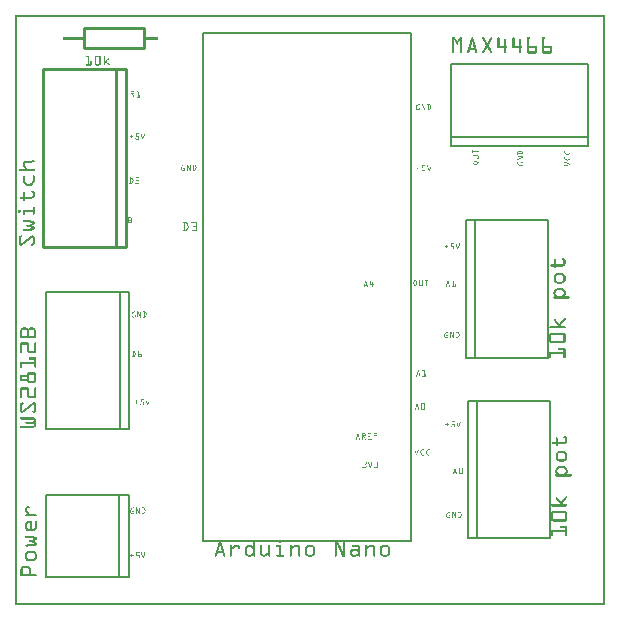
<source format=gto>
G04 MADE WITH FRITZING*
G04 WWW.FRITZING.ORG*
G04 DOUBLE SIDED*
G04 HOLES PLATED*
G04 CONTOUR ON CENTER OF CONTOUR VECTOR*
%ASAXBY*%
%FSLAX23Y23*%
%MOIN*%
%OFA0B0*%
%SFA1.0B1.0*%
%ADD10C,0.010000*%
%ADD11C,0.008000*%
%ADD12C,0.010417*%
%ADD13R,0.001000X0.001000*%
%LNSILK1*%
G90*
G70*
G54D10*
X229Y1924D02*
X429Y1924D01*
D02*
X429Y1924D02*
X429Y1858D01*
D02*
X429Y1858D02*
X229Y1858D01*
D02*
X229Y1858D02*
X229Y1924D01*
G54D11*
D02*
X1778Y1284D02*
X1778Y827D01*
D02*
X1778Y827D02*
X1534Y827D01*
D02*
X1534Y827D02*
X1503Y827D01*
D02*
X1503Y827D02*
X1503Y1284D01*
D02*
X1503Y1284D02*
X1534Y1284D01*
D02*
X1534Y1284D02*
X1778Y1284D01*
D02*
X1534Y827D02*
X1534Y1284D01*
D02*
X105Y589D02*
X105Y1046D01*
D02*
X105Y1046D02*
X349Y1046D01*
D02*
X349Y1046D02*
X380Y1046D01*
D02*
X380Y1046D02*
X380Y589D01*
D02*
X380Y589D02*
X349Y589D01*
D02*
X349Y589D02*
X105Y589D01*
D02*
X349Y1046D02*
X349Y589D01*
D02*
X1453Y1806D02*
X1910Y1806D01*
D02*
X1910Y1806D02*
X1910Y1562D01*
D02*
X1910Y1562D02*
X1910Y1531D01*
D02*
X1910Y1531D02*
X1453Y1531D01*
D02*
X1453Y1531D02*
X1453Y1562D01*
D02*
X1453Y1562D02*
X1453Y1806D01*
D02*
X1910Y1562D02*
X1453Y1562D01*
G54D12*
D02*
X94Y1195D02*
X94Y1790D01*
D02*
X94Y1790D02*
X338Y1790D01*
D02*
X338Y1790D02*
X369Y1790D01*
D02*
X369Y1790D02*
X369Y1195D01*
D02*
X369Y1195D02*
X338Y1195D01*
D02*
X338Y1195D02*
X94Y1195D01*
D02*
X338Y1790D02*
X338Y1195D01*
G54D11*
D02*
X1785Y681D02*
X1785Y224D01*
D02*
X1785Y224D02*
X1541Y224D01*
D02*
X1541Y224D02*
X1509Y224D01*
D02*
X1509Y224D02*
X1509Y681D01*
D02*
X1509Y681D02*
X1541Y681D01*
D02*
X1541Y681D02*
X1785Y681D01*
D02*
X1541Y224D02*
X1541Y681D01*
D02*
X103Y94D02*
X103Y370D01*
D02*
X103Y370D02*
X347Y370D01*
D02*
X347Y370D02*
X379Y370D01*
D02*
X379Y370D02*
X379Y94D01*
D02*
X379Y94D02*
X347Y94D01*
D02*
X347Y94D02*
X103Y94D01*
D02*
X347Y370D02*
X347Y94D01*
X627Y215D02*
X1319Y215D01*
X1319Y1908D01*
X627Y1908D01*
X627Y215D01*
D02*
G54D13*
X0Y1969D02*
X1967Y1969D01*
X0Y1968D02*
X1967Y1968D01*
X0Y1967D02*
X1967Y1967D01*
X0Y1966D02*
X1967Y1966D01*
X0Y1965D02*
X1967Y1965D01*
X0Y1964D02*
X1967Y1964D01*
X0Y1963D02*
X1967Y1963D01*
X0Y1962D02*
X1967Y1962D01*
X0Y1961D02*
X7Y1961D01*
X1960Y1961D02*
X1967Y1961D01*
X0Y1960D02*
X7Y1960D01*
X1960Y1960D02*
X1967Y1960D01*
X0Y1959D02*
X7Y1959D01*
X1960Y1959D02*
X1967Y1959D01*
X0Y1958D02*
X7Y1958D01*
X1960Y1958D02*
X1967Y1958D01*
X0Y1957D02*
X7Y1957D01*
X1960Y1957D02*
X1967Y1957D01*
X0Y1956D02*
X7Y1956D01*
X1960Y1956D02*
X1967Y1956D01*
X0Y1955D02*
X7Y1955D01*
X1960Y1955D02*
X1967Y1955D01*
X0Y1954D02*
X7Y1954D01*
X1960Y1954D02*
X1967Y1954D01*
X0Y1953D02*
X7Y1953D01*
X1960Y1953D02*
X1967Y1953D01*
X0Y1952D02*
X7Y1952D01*
X1960Y1952D02*
X1967Y1952D01*
X0Y1951D02*
X7Y1951D01*
X1960Y1951D02*
X1967Y1951D01*
X0Y1950D02*
X7Y1950D01*
X1960Y1950D02*
X1967Y1950D01*
X0Y1949D02*
X7Y1949D01*
X1960Y1949D02*
X1967Y1949D01*
X0Y1948D02*
X7Y1948D01*
X1960Y1948D02*
X1967Y1948D01*
X0Y1947D02*
X7Y1947D01*
X1960Y1947D02*
X1967Y1947D01*
X0Y1946D02*
X7Y1946D01*
X1960Y1946D02*
X1967Y1946D01*
X0Y1945D02*
X7Y1945D01*
X1960Y1945D02*
X1967Y1945D01*
X0Y1944D02*
X7Y1944D01*
X1960Y1944D02*
X1967Y1944D01*
X0Y1943D02*
X7Y1943D01*
X1960Y1943D02*
X1967Y1943D01*
X0Y1942D02*
X7Y1942D01*
X1960Y1942D02*
X1967Y1942D01*
X0Y1941D02*
X7Y1941D01*
X1960Y1941D02*
X1967Y1941D01*
X0Y1940D02*
X7Y1940D01*
X1960Y1940D02*
X1967Y1940D01*
X0Y1939D02*
X7Y1939D01*
X1960Y1939D02*
X1967Y1939D01*
X0Y1938D02*
X7Y1938D01*
X1960Y1938D02*
X1967Y1938D01*
X0Y1937D02*
X7Y1937D01*
X1960Y1937D02*
X1967Y1937D01*
X0Y1936D02*
X7Y1936D01*
X1960Y1936D02*
X1967Y1936D01*
X0Y1935D02*
X7Y1935D01*
X1960Y1935D02*
X1967Y1935D01*
X0Y1934D02*
X7Y1934D01*
X1960Y1934D02*
X1967Y1934D01*
X0Y1933D02*
X7Y1933D01*
X1960Y1933D02*
X1967Y1933D01*
X0Y1932D02*
X7Y1932D01*
X1960Y1932D02*
X1967Y1932D01*
X0Y1931D02*
X7Y1931D01*
X1960Y1931D02*
X1967Y1931D01*
X0Y1930D02*
X7Y1930D01*
X1960Y1930D02*
X1967Y1930D01*
X0Y1929D02*
X7Y1929D01*
X1960Y1929D02*
X1967Y1929D01*
X0Y1928D02*
X7Y1928D01*
X1960Y1928D02*
X1967Y1928D01*
X0Y1927D02*
X7Y1927D01*
X1960Y1927D02*
X1967Y1927D01*
X0Y1926D02*
X7Y1926D01*
X1960Y1926D02*
X1967Y1926D01*
X0Y1925D02*
X7Y1925D01*
X1960Y1925D02*
X1967Y1925D01*
X0Y1924D02*
X7Y1924D01*
X1960Y1924D02*
X1967Y1924D01*
X0Y1923D02*
X7Y1923D01*
X1960Y1923D02*
X1967Y1923D01*
X0Y1922D02*
X7Y1922D01*
X1960Y1922D02*
X1967Y1922D01*
X0Y1921D02*
X7Y1921D01*
X1960Y1921D02*
X1967Y1921D01*
X0Y1920D02*
X7Y1920D01*
X1960Y1920D02*
X1967Y1920D01*
X0Y1919D02*
X7Y1919D01*
X1960Y1919D02*
X1967Y1919D01*
X0Y1918D02*
X7Y1918D01*
X1960Y1918D02*
X1967Y1918D01*
X0Y1917D02*
X7Y1917D01*
X1960Y1917D02*
X1967Y1917D01*
X0Y1916D02*
X7Y1916D01*
X1960Y1916D02*
X1967Y1916D01*
X0Y1915D02*
X7Y1915D01*
X1960Y1915D02*
X1967Y1915D01*
X0Y1914D02*
X7Y1914D01*
X1960Y1914D02*
X1967Y1914D01*
X0Y1913D02*
X7Y1913D01*
X1960Y1913D02*
X1967Y1913D01*
X0Y1912D02*
X7Y1912D01*
X1960Y1912D02*
X1967Y1912D01*
X0Y1911D02*
X7Y1911D01*
X1960Y1911D02*
X1967Y1911D01*
X0Y1910D02*
X7Y1910D01*
X1960Y1910D02*
X1967Y1910D01*
X0Y1909D02*
X7Y1909D01*
X1960Y1909D02*
X1967Y1909D01*
X0Y1908D02*
X7Y1908D01*
X1960Y1908D02*
X1967Y1908D01*
X0Y1907D02*
X7Y1907D01*
X1960Y1907D02*
X1967Y1907D01*
X0Y1906D02*
X7Y1906D01*
X1960Y1906D02*
X1967Y1906D01*
X0Y1905D02*
X7Y1905D01*
X1960Y1905D02*
X1967Y1905D01*
X0Y1904D02*
X7Y1904D01*
X1960Y1904D02*
X1967Y1904D01*
X0Y1903D02*
X7Y1903D01*
X1960Y1903D02*
X1967Y1903D01*
X0Y1902D02*
X7Y1902D01*
X1960Y1902D02*
X1967Y1902D01*
X0Y1901D02*
X7Y1901D01*
X1960Y1901D02*
X1967Y1901D01*
X0Y1900D02*
X7Y1900D01*
X1960Y1900D02*
X1967Y1900D01*
X0Y1899D02*
X7Y1899D01*
X1960Y1899D02*
X1967Y1899D01*
X0Y1898D02*
X7Y1898D01*
X1960Y1898D02*
X1967Y1898D01*
X0Y1897D02*
X7Y1897D01*
X1960Y1897D02*
X1967Y1897D01*
X0Y1896D02*
X7Y1896D01*
X162Y1896D02*
X228Y1896D01*
X429Y1896D02*
X476Y1896D01*
X1960Y1896D02*
X1967Y1896D01*
X0Y1895D02*
X7Y1895D01*
X162Y1895D02*
X228Y1895D01*
X429Y1895D02*
X476Y1895D01*
X1458Y1895D02*
X1465Y1895D01*
X1484Y1895D02*
X1491Y1895D01*
X1524Y1895D02*
X1525Y1895D01*
X1561Y1895D02*
X1561Y1895D01*
X1588Y1895D02*
X1588Y1895D01*
X1612Y1895D02*
X1612Y1895D01*
X1662Y1895D02*
X1662Y1895D01*
X1711Y1895D02*
X1714Y1895D01*
X1761Y1895D02*
X1764Y1895D01*
X1960Y1895D02*
X1967Y1895D01*
X0Y1894D02*
X7Y1894D01*
X162Y1894D02*
X228Y1894D01*
X429Y1894D02*
X476Y1894D01*
X1458Y1894D02*
X1466Y1894D01*
X1483Y1894D02*
X1491Y1894D01*
X1523Y1894D02*
X1527Y1894D01*
X1559Y1894D02*
X1563Y1894D01*
X1586Y1894D02*
X1590Y1894D01*
X1610Y1894D02*
X1614Y1894D01*
X1660Y1894D02*
X1664Y1894D01*
X1709Y1894D02*
X1716Y1894D01*
X1759Y1894D02*
X1766Y1894D01*
X1960Y1894D02*
X1967Y1894D01*
X0Y1893D02*
X7Y1893D01*
X162Y1893D02*
X228Y1893D01*
X429Y1893D02*
X476Y1893D01*
X1458Y1893D02*
X1467Y1893D01*
X1482Y1893D02*
X1491Y1893D01*
X1522Y1893D02*
X1527Y1893D01*
X1558Y1893D02*
X1563Y1893D01*
X1586Y1893D02*
X1591Y1893D01*
X1610Y1893D02*
X1615Y1893D01*
X1660Y1893D02*
X1665Y1893D01*
X1708Y1893D02*
X1717Y1893D01*
X1758Y1893D02*
X1767Y1893D01*
X1960Y1893D02*
X1967Y1893D01*
X0Y1892D02*
X7Y1892D01*
X162Y1892D02*
X228Y1892D01*
X429Y1892D02*
X476Y1892D01*
X1458Y1892D02*
X1468Y1892D01*
X1481Y1892D02*
X1491Y1892D01*
X1521Y1892D02*
X1528Y1892D01*
X1558Y1892D02*
X1564Y1892D01*
X1585Y1892D02*
X1591Y1892D01*
X1609Y1892D02*
X1615Y1892D01*
X1659Y1892D02*
X1665Y1892D01*
X1708Y1892D02*
X1717Y1892D01*
X1758Y1892D02*
X1767Y1892D01*
X1960Y1892D02*
X1967Y1892D01*
X0Y1891D02*
X7Y1891D01*
X162Y1891D02*
X228Y1891D01*
X429Y1891D02*
X476Y1891D01*
X1458Y1891D02*
X1468Y1891D01*
X1481Y1891D02*
X1491Y1891D01*
X1521Y1891D02*
X1528Y1891D01*
X1558Y1891D02*
X1565Y1891D01*
X1584Y1891D02*
X1591Y1891D01*
X1609Y1891D02*
X1615Y1891D01*
X1659Y1891D02*
X1665Y1891D01*
X1708Y1891D02*
X1717Y1891D01*
X1758Y1891D02*
X1767Y1891D01*
X1960Y1891D02*
X1967Y1891D01*
X0Y1890D02*
X7Y1890D01*
X162Y1890D02*
X228Y1890D01*
X429Y1890D02*
X476Y1890D01*
X1458Y1890D02*
X1469Y1890D01*
X1480Y1890D02*
X1491Y1890D01*
X1521Y1890D02*
X1528Y1890D01*
X1558Y1890D02*
X1565Y1890D01*
X1584Y1890D02*
X1591Y1890D01*
X1609Y1890D02*
X1615Y1890D01*
X1659Y1890D02*
X1665Y1890D01*
X1708Y1890D02*
X1717Y1890D01*
X1758Y1890D02*
X1767Y1890D01*
X1960Y1890D02*
X1967Y1890D01*
X0Y1889D02*
X7Y1889D01*
X162Y1889D02*
X228Y1889D01*
X429Y1889D02*
X476Y1889D01*
X1458Y1889D02*
X1470Y1889D01*
X1479Y1889D02*
X1491Y1889D01*
X1521Y1889D02*
X1528Y1889D01*
X1559Y1889D02*
X1566Y1889D01*
X1583Y1889D02*
X1590Y1889D01*
X1609Y1889D02*
X1615Y1889D01*
X1633Y1889D02*
X1634Y1889D01*
X1659Y1889D02*
X1665Y1889D01*
X1683Y1889D02*
X1684Y1889D01*
X1708Y1889D02*
X1716Y1889D01*
X1758Y1889D02*
X1766Y1889D01*
X1960Y1889D02*
X1967Y1889D01*
X0Y1888D02*
X7Y1888D01*
X162Y1888D02*
X228Y1888D01*
X429Y1888D02*
X476Y1888D01*
X1458Y1888D02*
X1471Y1888D01*
X1479Y1888D02*
X1491Y1888D01*
X1520Y1888D02*
X1529Y1888D01*
X1559Y1888D02*
X1566Y1888D01*
X1583Y1888D02*
X1590Y1888D01*
X1609Y1888D02*
X1615Y1888D01*
X1631Y1888D02*
X1635Y1888D01*
X1659Y1888D02*
X1665Y1888D01*
X1681Y1888D02*
X1685Y1888D01*
X1708Y1888D02*
X1714Y1888D01*
X1758Y1888D02*
X1764Y1888D01*
X1960Y1888D02*
X1967Y1888D01*
X0Y1887D02*
X7Y1887D01*
X162Y1887D02*
X228Y1887D01*
X429Y1887D02*
X476Y1887D01*
X1458Y1887D02*
X1471Y1887D01*
X1478Y1887D02*
X1491Y1887D01*
X1520Y1887D02*
X1529Y1887D01*
X1560Y1887D02*
X1567Y1887D01*
X1582Y1887D02*
X1589Y1887D01*
X1609Y1887D02*
X1615Y1887D01*
X1630Y1887D02*
X1636Y1887D01*
X1659Y1887D02*
X1665Y1887D01*
X1680Y1887D02*
X1686Y1887D01*
X1708Y1887D02*
X1714Y1887D01*
X1758Y1887D02*
X1764Y1887D01*
X1960Y1887D02*
X1967Y1887D01*
X0Y1886D02*
X7Y1886D01*
X1458Y1886D02*
X1472Y1886D01*
X1477Y1886D02*
X1491Y1886D01*
X1520Y1886D02*
X1529Y1886D01*
X1560Y1886D02*
X1568Y1886D01*
X1581Y1886D02*
X1589Y1886D01*
X1609Y1886D02*
X1615Y1886D01*
X1630Y1886D02*
X1636Y1886D01*
X1659Y1886D02*
X1665Y1886D01*
X1680Y1886D02*
X1686Y1886D01*
X1708Y1886D02*
X1714Y1886D01*
X1758Y1886D02*
X1764Y1886D01*
X1960Y1886D02*
X1967Y1886D01*
X0Y1885D02*
X7Y1885D01*
X1458Y1885D02*
X1473Y1885D01*
X1477Y1885D02*
X1491Y1885D01*
X1519Y1885D02*
X1530Y1885D01*
X1561Y1885D02*
X1568Y1885D01*
X1581Y1885D02*
X1588Y1885D01*
X1609Y1885D02*
X1615Y1885D01*
X1630Y1885D02*
X1636Y1885D01*
X1659Y1885D02*
X1665Y1885D01*
X1680Y1885D02*
X1686Y1885D01*
X1708Y1885D02*
X1714Y1885D01*
X1758Y1885D02*
X1764Y1885D01*
X1960Y1885D02*
X1967Y1885D01*
X0Y1884D02*
X7Y1884D01*
X1458Y1884D02*
X1464Y1884D01*
X1466Y1884D02*
X1473Y1884D01*
X1476Y1884D02*
X1483Y1884D01*
X1485Y1884D02*
X1491Y1884D01*
X1519Y1884D02*
X1530Y1884D01*
X1562Y1884D02*
X1569Y1884D01*
X1580Y1884D02*
X1587Y1884D01*
X1609Y1884D02*
X1615Y1884D01*
X1630Y1884D02*
X1636Y1884D01*
X1659Y1884D02*
X1665Y1884D01*
X1680Y1884D02*
X1686Y1884D01*
X1708Y1884D02*
X1714Y1884D01*
X1758Y1884D02*
X1764Y1884D01*
X1960Y1884D02*
X1967Y1884D01*
X0Y1883D02*
X7Y1883D01*
X1458Y1883D02*
X1464Y1883D01*
X1466Y1883D02*
X1483Y1883D01*
X1485Y1883D02*
X1491Y1883D01*
X1519Y1883D02*
X1530Y1883D01*
X1562Y1883D02*
X1569Y1883D01*
X1580Y1883D02*
X1587Y1883D01*
X1609Y1883D02*
X1615Y1883D01*
X1630Y1883D02*
X1636Y1883D01*
X1659Y1883D02*
X1665Y1883D01*
X1680Y1883D02*
X1686Y1883D01*
X1708Y1883D02*
X1714Y1883D01*
X1758Y1883D02*
X1764Y1883D01*
X1960Y1883D02*
X1967Y1883D01*
X0Y1882D02*
X7Y1882D01*
X1458Y1882D02*
X1464Y1882D01*
X1467Y1882D02*
X1482Y1882D01*
X1485Y1882D02*
X1491Y1882D01*
X1519Y1882D02*
X1530Y1882D01*
X1563Y1882D02*
X1570Y1882D01*
X1579Y1882D02*
X1586Y1882D01*
X1609Y1882D02*
X1615Y1882D01*
X1630Y1882D02*
X1636Y1882D01*
X1659Y1882D02*
X1665Y1882D01*
X1680Y1882D02*
X1686Y1882D01*
X1708Y1882D02*
X1714Y1882D01*
X1758Y1882D02*
X1764Y1882D01*
X1960Y1882D02*
X1967Y1882D01*
X0Y1881D02*
X7Y1881D01*
X1458Y1881D02*
X1464Y1881D01*
X1468Y1881D02*
X1481Y1881D01*
X1485Y1881D02*
X1491Y1881D01*
X1518Y1881D02*
X1531Y1881D01*
X1563Y1881D02*
X1571Y1881D01*
X1579Y1881D02*
X1586Y1881D01*
X1609Y1881D02*
X1615Y1881D01*
X1630Y1881D02*
X1636Y1881D01*
X1659Y1881D02*
X1665Y1881D01*
X1680Y1881D02*
X1686Y1881D01*
X1708Y1881D02*
X1714Y1881D01*
X1758Y1881D02*
X1764Y1881D01*
X1960Y1881D02*
X1967Y1881D01*
X0Y1880D02*
X7Y1880D01*
X1458Y1880D02*
X1464Y1880D01*
X1469Y1880D02*
X1481Y1880D01*
X1485Y1880D02*
X1491Y1880D01*
X1518Y1880D02*
X1531Y1880D01*
X1564Y1880D02*
X1571Y1880D01*
X1578Y1880D02*
X1585Y1880D01*
X1609Y1880D02*
X1615Y1880D01*
X1630Y1880D02*
X1636Y1880D01*
X1659Y1880D02*
X1665Y1880D01*
X1680Y1880D02*
X1686Y1880D01*
X1708Y1880D02*
X1714Y1880D01*
X1758Y1880D02*
X1764Y1880D01*
X1960Y1880D02*
X1967Y1880D01*
X0Y1879D02*
X7Y1879D01*
X1458Y1879D02*
X1464Y1879D01*
X1469Y1879D02*
X1480Y1879D01*
X1485Y1879D02*
X1491Y1879D01*
X1518Y1879D02*
X1531Y1879D01*
X1565Y1879D02*
X1572Y1879D01*
X1577Y1879D02*
X1585Y1879D01*
X1609Y1879D02*
X1615Y1879D01*
X1630Y1879D02*
X1636Y1879D01*
X1659Y1879D02*
X1665Y1879D01*
X1680Y1879D02*
X1686Y1879D01*
X1708Y1879D02*
X1714Y1879D01*
X1758Y1879D02*
X1764Y1879D01*
X1960Y1879D02*
X1967Y1879D01*
X0Y1878D02*
X7Y1878D01*
X1458Y1878D02*
X1464Y1878D01*
X1470Y1878D02*
X1479Y1878D01*
X1485Y1878D02*
X1491Y1878D01*
X1517Y1878D02*
X1532Y1878D01*
X1565Y1878D02*
X1572Y1878D01*
X1577Y1878D02*
X1584Y1878D01*
X1609Y1878D02*
X1615Y1878D01*
X1630Y1878D02*
X1636Y1878D01*
X1659Y1878D02*
X1665Y1878D01*
X1680Y1878D02*
X1686Y1878D01*
X1708Y1878D02*
X1714Y1878D01*
X1758Y1878D02*
X1764Y1878D01*
X1960Y1878D02*
X1967Y1878D01*
X0Y1877D02*
X7Y1877D01*
X1458Y1877D02*
X1464Y1877D01*
X1471Y1877D02*
X1478Y1877D01*
X1485Y1877D02*
X1491Y1877D01*
X1517Y1877D02*
X1523Y1877D01*
X1526Y1877D02*
X1532Y1877D01*
X1566Y1877D02*
X1573Y1877D01*
X1576Y1877D02*
X1583Y1877D01*
X1609Y1877D02*
X1615Y1877D01*
X1630Y1877D02*
X1636Y1877D01*
X1659Y1877D02*
X1665Y1877D01*
X1680Y1877D02*
X1686Y1877D01*
X1708Y1877D02*
X1714Y1877D01*
X1758Y1877D02*
X1764Y1877D01*
X1960Y1877D02*
X1967Y1877D01*
X0Y1876D02*
X7Y1876D01*
X1458Y1876D02*
X1464Y1876D01*
X1471Y1876D02*
X1478Y1876D01*
X1485Y1876D02*
X1491Y1876D01*
X1517Y1876D02*
X1523Y1876D01*
X1526Y1876D02*
X1532Y1876D01*
X1566Y1876D02*
X1573Y1876D01*
X1576Y1876D02*
X1583Y1876D01*
X1609Y1876D02*
X1615Y1876D01*
X1630Y1876D02*
X1636Y1876D01*
X1659Y1876D02*
X1665Y1876D01*
X1680Y1876D02*
X1686Y1876D01*
X1708Y1876D02*
X1714Y1876D01*
X1758Y1876D02*
X1764Y1876D01*
X1960Y1876D02*
X1967Y1876D01*
X0Y1875D02*
X7Y1875D01*
X1458Y1875D02*
X1464Y1875D01*
X1472Y1875D02*
X1478Y1875D01*
X1485Y1875D02*
X1491Y1875D01*
X1516Y1875D02*
X1523Y1875D01*
X1526Y1875D02*
X1533Y1875D01*
X1567Y1875D02*
X1582Y1875D01*
X1609Y1875D02*
X1615Y1875D01*
X1630Y1875D02*
X1636Y1875D01*
X1659Y1875D02*
X1665Y1875D01*
X1680Y1875D02*
X1686Y1875D01*
X1708Y1875D02*
X1714Y1875D01*
X1758Y1875D02*
X1764Y1875D01*
X1960Y1875D02*
X1967Y1875D01*
X0Y1874D02*
X7Y1874D01*
X1458Y1874D02*
X1464Y1874D01*
X1472Y1874D02*
X1478Y1874D01*
X1485Y1874D02*
X1491Y1874D01*
X1516Y1874D02*
X1523Y1874D01*
X1526Y1874D02*
X1533Y1874D01*
X1567Y1874D02*
X1582Y1874D01*
X1609Y1874D02*
X1615Y1874D01*
X1630Y1874D02*
X1636Y1874D01*
X1659Y1874D02*
X1665Y1874D01*
X1680Y1874D02*
X1686Y1874D01*
X1708Y1874D02*
X1714Y1874D01*
X1758Y1874D02*
X1764Y1874D01*
X1960Y1874D02*
X1967Y1874D01*
X0Y1873D02*
X7Y1873D01*
X1458Y1873D02*
X1464Y1873D01*
X1472Y1873D02*
X1477Y1873D01*
X1485Y1873D02*
X1491Y1873D01*
X1516Y1873D02*
X1522Y1873D01*
X1527Y1873D02*
X1533Y1873D01*
X1568Y1873D02*
X1581Y1873D01*
X1609Y1873D02*
X1615Y1873D01*
X1630Y1873D02*
X1636Y1873D01*
X1659Y1873D02*
X1665Y1873D01*
X1680Y1873D02*
X1686Y1873D01*
X1708Y1873D02*
X1714Y1873D01*
X1758Y1873D02*
X1764Y1873D01*
X1960Y1873D02*
X1967Y1873D01*
X0Y1872D02*
X7Y1872D01*
X1458Y1872D02*
X1464Y1872D01*
X1472Y1872D02*
X1477Y1872D01*
X1485Y1872D02*
X1491Y1872D01*
X1516Y1872D02*
X1522Y1872D01*
X1527Y1872D02*
X1533Y1872D01*
X1569Y1872D02*
X1580Y1872D01*
X1609Y1872D02*
X1615Y1872D01*
X1630Y1872D02*
X1636Y1872D01*
X1659Y1872D02*
X1665Y1872D01*
X1680Y1872D02*
X1686Y1872D01*
X1708Y1872D02*
X1714Y1872D01*
X1758Y1872D02*
X1764Y1872D01*
X1960Y1872D02*
X1967Y1872D01*
X0Y1871D02*
X7Y1871D01*
X1458Y1871D02*
X1464Y1871D01*
X1473Y1871D02*
X1476Y1871D01*
X1485Y1871D02*
X1491Y1871D01*
X1515Y1871D02*
X1522Y1871D01*
X1527Y1871D02*
X1534Y1871D01*
X1569Y1871D02*
X1580Y1871D01*
X1609Y1871D02*
X1615Y1871D01*
X1630Y1871D02*
X1636Y1871D01*
X1659Y1871D02*
X1665Y1871D01*
X1680Y1871D02*
X1686Y1871D01*
X1708Y1871D02*
X1714Y1871D01*
X1758Y1871D02*
X1764Y1871D01*
X1960Y1871D02*
X1967Y1871D01*
X0Y1870D02*
X7Y1870D01*
X1458Y1870D02*
X1464Y1870D01*
X1485Y1870D02*
X1491Y1870D01*
X1515Y1870D02*
X1521Y1870D01*
X1528Y1870D02*
X1534Y1870D01*
X1570Y1870D02*
X1579Y1870D01*
X1609Y1870D02*
X1615Y1870D01*
X1630Y1870D02*
X1636Y1870D01*
X1659Y1870D02*
X1665Y1870D01*
X1680Y1870D02*
X1686Y1870D01*
X1708Y1870D02*
X1714Y1870D01*
X1758Y1870D02*
X1764Y1870D01*
X1960Y1870D02*
X1967Y1870D01*
X0Y1869D02*
X7Y1869D01*
X1458Y1869D02*
X1464Y1869D01*
X1485Y1869D02*
X1491Y1869D01*
X1515Y1869D02*
X1521Y1869D01*
X1528Y1869D02*
X1534Y1869D01*
X1570Y1869D02*
X1579Y1869D01*
X1609Y1869D02*
X1615Y1869D01*
X1630Y1869D02*
X1636Y1869D01*
X1659Y1869D02*
X1665Y1869D01*
X1680Y1869D02*
X1686Y1869D01*
X1708Y1869D02*
X1714Y1869D01*
X1758Y1869D02*
X1764Y1869D01*
X1960Y1869D02*
X1967Y1869D01*
X0Y1868D02*
X7Y1868D01*
X1458Y1868D02*
X1464Y1868D01*
X1485Y1868D02*
X1491Y1868D01*
X1514Y1868D02*
X1521Y1868D01*
X1528Y1868D02*
X1535Y1868D01*
X1571Y1868D02*
X1578Y1868D01*
X1609Y1868D02*
X1615Y1868D01*
X1630Y1868D02*
X1636Y1868D01*
X1659Y1868D02*
X1665Y1868D01*
X1680Y1868D02*
X1686Y1868D01*
X1708Y1868D02*
X1714Y1868D01*
X1758Y1868D02*
X1764Y1868D01*
X1960Y1868D02*
X1967Y1868D01*
X0Y1867D02*
X7Y1867D01*
X1458Y1867D02*
X1464Y1867D01*
X1485Y1867D02*
X1491Y1867D01*
X1514Y1867D02*
X1520Y1867D01*
X1529Y1867D02*
X1535Y1867D01*
X1570Y1867D02*
X1579Y1867D01*
X1609Y1867D02*
X1615Y1867D01*
X1630Y1867D02*
X1636Y1867D01*
X1659Y1867D02*
X1665Y1867D01*
X1680Y1867D02*
X1686Y1867D01*
X1708Y1867D02*
X1714Y1867D01*
X1758Y1867D02*
X1764Y1867D01*
X1960Y1867D02*
X1967Y1867D01*
X0Y1866D02*
X7Y1866D01*
X1458Y1866D02*
X1464Y1866D01*
X1485Y1866D02*
X1491Y1866D01*
X1514Y1866D02*
X1520Y1866D01*
X1529Y1866D02*
X1535Y1866D01*
X1570Y1866D02*
X1579Y1866D01*
X1609Y1866D02*
X1616Y1866D01*
X1630Y1866D02*
X1636Y1866D01*
X1659Y1866D02*
X1666Y1866D01*
X1680Y1866D02*
X1686Y1866D01*
X1708Y1866D02*
X1714Y1866D01*
X1758Y1866D02*
X1764Y1866D01*
X1960Y1866D02*
X1967Y1866D01*
X0Y1865D02*
X7Y1865D01*
X1458Y1865D02*
X1464Y1865D01*
X1485Y1865D02*
X1491Y1865D01*
X1514Y1865D02*
X1520Y1865D01*
X1529Y1865D02*
X1535Y1865D01*
X1569Y1865D02*
X1580Y1865D01*
X1609Y1865D02*
X1638Y1865D01*
X1659Y1865D02*
X1688Y1865D01*
X1708Y1865D02*
X1740Y1865D01*
X1758Y1865D02*
X1790Y1865D01*
X1960Y1865D02*
X1967Y1865D01*
X0Y1864D02*
X7Y1864D01*
X1458Y1864D02*
X1464Y1864D01*
X1485Y1864D02*
X1491Y1864D01*
X1513Y1864D02*
X1520Y1864D01*
X1529Y1864D02*
X1536Y1864D01*
X1569Y1864D02*
X1580Y1864D01*
X1609Y1864D02*
X1639Y1864D01*
X1659Y1864D02*
X1689Y1864D01*
X1708Y1864D02*
X1741Y1864D01*
X1758Y1864D02*
X1791Y1864D01*
X1960Y1864D02*
X1967Y1864D01*
X0Y1863D02*
X7Y1863D01*
X1458Y1863D02*
X1464Y1863D01*
X1485Y1863D02*
X1491Y1863D01*
X1513Y1863D02*
X1519Y1863D01*
X1530Y1863D02*
X1536Y1863D01*
X1568Y1863D02*
X1581Y1863D01*
X1609Y1863D02*
X1639Y1863D01*
X1659Y1863D02*
X1689Y1863D01*
X1708Y1863D02*
X1741Y1863D01*
X1758Y1863D02*
X1791Y1863D01*
X1960Y1863D02*
X1967Y1863D01*
X0Y1862D02*
X7Y1862D01*
X1458Y1862D02*
X1464Y1862D01*
X1485Y1862D02*
X1491Y1862D01*
X1513Y1862D02*
X1519Y1862D01*
X1530Y1862D02*
X1536Y1862D01*
X1567Y1862D02*
X1582Y1862D01*
X1609Y1862D02*
X1640Y1862D01*
X1659Y1862D02*
X1690Y1862D01*
X1708Y1862D02*
X1741Y1862D01*
X1758Y1862D02*
X1791Y1862D01*
X1960Y1862D02*
X1967Y1862D01*
X0Y1861D02*
X7Y1861D01*
X1458Y1861D02*
X1464Y1861D01*
X1485Y1861D02*
X1491Y1861D01*
X1512Y1861D02*
X1519Y1861D01*
X1530Y1861D02*
X1537Y1861D01*
X1567Y1861D02*
X1582Y1861D01*
X1609Y1861D02*
X1639Y1861D01*
X1659Y1861D02*
X1689Y1861D01*
X1708Y1861D02*
X1741Y1861D01*
X1758Y1861D02*
X1791Y1861D01*
X1960Y1861D02*
X1967Y1861D01*
X0Y1860D02*
X7Y1860D01*
X1458Y1860D02*
X1464Y1860D01*
X1485Y1860D02*
X1491Y1860D01*
X1512Y1860D02*
X1519Y1860D01*
X1530Y1860D02*
X1537Y1860D01*
X1566Y1860D02*
X1573Y1860D01*
X1576Y1860D02*
X1583Y1860D01*
X1609Y1860D02*
X1639Y1860D01*
X1659Y1860D02*
X1689Y1860D01*
X1708Y1860D02*
X1741Y1860D01*
X1758Y1860D02*
X1791Y1860D01*
X1960Y1860D02*
X1967Y1860D01*
X0Y1859D02*
X7Y1859D01*
X1458Y1859D02*
X1464Y1859D01*
X1485Y1859D02*
X1491Y1859D01*
X1512Y1859D02*
X1537Y1859D01*
X1566Y1859D02*
X1573Y1859D01*
X1576Y1859D02*
X1583Y1859D01*
X1610Y1859D02*
X1638Y1859D01*
X1659Y1859D02*
X1688Y1859D01*
X1708Y1859D02*
X1741Y1859D01*
X1758Y1859D02*
X1791Y1859D01*
X1960Y1859D02*
X1967Y1859D01*
X0Y1858D02*
X7Y1858D01*
X1458Y1858D02*
X1464Y1858D01*
X1485Y1858D02*
X1491Y1858D01*
X1512Y1858D02*
X1537Y1858D01*
X1565Y1858D02*
X1572Y1858D01*
X1577Y1858D02*
X1584Y1858D01*
X1630Y1858D02*
X1636Y1858D01*
X1680Y1858D02*
X1686Y1858D01*
X1708Y1858D02*
X1714Y1858D01*
X1735Y1858D02*
X1741Y1858D01*
X1758Y1858D02*
X1764Y1858D01*
X1785Y1858D02*
X1791Y1858D01*
X1960Y1858D02*
X1967Y1858D01*
X0Y1857D02*
X7Y1857D01*
X1458Y1857D02*
X1464Y1857D01*
X1485Y1857D02*
X1491Y1857D01*
X1511Y1857D02*
X1538Y1857D01*
X1564Y1857D02*
X1572Y1857D01*
X1577Y1857D02*
X1585Y1857D01*
X1630Y1857D02*
X1636Y1857D01*
X1680Y1857D02*
X1686Y1857D01*
X1708Y1857D02*
X1714Y1857D01*
X1735Y1857D02*
X1741Y1857D01*
X1758Y1857D02*
X1764Y1857D01*
X1785Y1857D02*
X1791Y1857D01*
X1960Y1857D02*
X1967Y1857D01*
X0Y1856D02*
X7Y1856D01*
X1458Y1856D02*
X1464Y1856D01*
X1485Y1856D02*
X1491Y1856D01*
X1511Y1856D02*
X1538Y1856D01*
X1564Y1856D02*
X1571Y1856D01*
X1578Y1856D02*
X1585Y1856D01*
X1630Y1856D02*
X1636Y1856D01*
X1680Y1856D02*
X1686Y1856D01*
X1708Y1856D02*
X1714Y1856D01*
X1735Y1856D02*
X1741Y1856D01*
X1758Y1856D02*
X1764Y1856D01*
X1785Y1856D02*
X1791Y1856D01*
X1960Y1856D02*
X1967Y1856D01*
X0Y1855D02*
X7Y1855D01*
X1458Y1855D02*
X1464Y1855D01*
X1485Y1855D02*
X1491Y1855D01*
X1511Y1855D02*
X1538Y1855D01*
X1563Y1855D02*
X1571Y1855D01*
X1579Y1855D02*
X1586Y1855D01*
X1630Y1855D02*
X1636Y1855D01*
X1680Y1855D02*
X1686Y1855D01*
X1708Y1855D02*
X1714Y1855D01*
X1735Y1855D02*
X1741Y1855D01*
X1758Y1855D02*
X1764Y1855D01*
X1785Y1855D02*
X1791Y1855D01*
X1960Y1855D02*
X1967Y1855D01*
X0Y1854D02*
X7Y1854D01*
X1458Y1854D02*
X1464Y1854D01*
X1485Y1854D02*
X1491Y1854D01*
X1510Y1854D02*
X1539Y1854D01*
X1563Y1854D02*
X1570Y1854D01*
X1579Y1854D02*
X1586Y1854D01*
X1630Y1854D02*
X1636Y1854D01*
X1680Y1854D02*
X1686Y1854D01*
X1708Y1854D02*
X1714Y1854D01*
X1735Y1854D02*
X1741Y1854D01*
X1758Y1854D02*
X1764Y1854D01*
X1785Y1854D02*
X1791Y1854D01*
X1960Y1854D02*
X1967Y1854D01*
X0Y1853D02*
X7Y1853D01*
X1458Y1853D02*
X1464Y1853D01*
X1485Y1853D02*
X1491Y1853D01*
X1510Y1853D02*
X1539Y1853D01*
X1562Y1853D02*
X1569Y1853D01*
X1580Y1853D02*
X1587Y1853D01*
X1630Y1853D02*
X1636Y1853D01*
X1680Y1853D02*
X1686Y1853D01*
X1708Y1853D02*
X1714Y1853D01*
X1735Y1853D02*
X1741Y1853D01*
X1758Y1853D02*
X1764Y1853D01*
X1785Y1853D02*
X1791Y1853D01*
X1960Y1853D02*
X1967Y1853D01*
X0Y1852D02*
X7Y1852D01*
X1458Y1852D02*
X1464Y1852D01*
X1485Y1852D02*
X1491Y1852D01*
X1510Y1852D02*
X1516Y1852D01*
X1533Y1852D02*
X1539Y1852D01*
X1562Y1852D02*
X1569Y1852D01*
X1580Y1852D02*
X1587Y1852D01*
X1630Y1852D02*
X1636Y1852D01*
X1680Y1852D02*
X1686Y1852D01*
X1708Y1852D02*
X1714Y1852D01*
X1735Y1852D02*
X1741Y1852D01*
X1758Y1852D02*
X1764Y1852D01*
X1785Y1852D02*
X1791Y1852D01*
X1960Y1852D02*
X1967Y1852D01*
X0Y1851D02*
X7Y1851D01*
X1458Y1851D02*
X1464Y1851D01*
X1485Y1851D02*
X1491Y1851D01*
X1509Y1851D02*
X1516Y1851D01*
X1533Y1851D02*
X1540Y1851D01*
X1561Y1851D02*
X1568Y1851D01*
X1581Y1851D02*
X1588Y1851D01*
X1630Y1851D02*
X1636Y1851D01*
X1680Y1851D02*
X1686Y1851D01*
X1708Y1851D02*
X1714Y1851D01*
X1735Y1851D02*
X1741Y1851D01*
X1758Y1851D02*
X1764Y1851D01*
X1785Y1851D02*
X1791Y1851D01*
X1960Y1851D02*
X1967Y1851D01*
X0Y1850D02*
X7Y1850D01*
X1458Y1850D02*
X1464Y1850D01*
X1485Y1850D02*
X1491Y1850D01*
X1509Y1850D02*
X1515Y1850D01*
X1534Y1850D02*
X1540Y1850D01*
X1560Y1850D02*
X1568Y1850D01*
X1581Y1850D02*
X1589Y1850D01*
X1630Y1850D02*
X1636Y1850D01*
X1680Y1850D02*
X1686Y1850D01*
X1708Y1850D02*
X1714Y1850D01*
X1735Y1850D02*
X1741Y1850D01*
X1758Y1850D02*
X1764Y1850D01*
X1785Y1850D02*
X1791Y1850D01*
X1960Y1850D02*
X1967Y1850D01*
X0Y1849D02*
X7Y1849D01*
X1458Y1849D02*
X1464Y1849D01*
X1485Y1849D02*
X1491Y1849D01*
X1509Y1849D02*
X1515Y1849D01*
X1534Y1849D02*
X1540Y1849D01*
X1560Y1849D02*
X1567Y1849D01*
X1582Y1849D02*
X1589Y1849D01*
X1630Y1849D02*
X1636Y1849D01*
X1680Y1849D02*
X1686Y1849D01*
X1708Y1849D02*
X1714Y1849D01*
X1735Y1849D02*
X1741Y1849D01*
X1758Y1849D02*
X1764Y1849D01*
X1785Y1849D02*
X1791Y1849D01*
X1960Y1849D02*
X1967Y1849D01*
X0Y1848D02*
X7Y1848D01*
X1458Y1848D02*
X1464Y1848D01*
X1485Y1848D02*
X1491Y1848D01*
X1509Y1848D02*
X1515Y1848D01*
X1534Y1848D02*
X1540Y1848D01*
X1559Y1848D02*
X1566Y1848D01*
X1583Y1848D02*
X1590Y1848D01*
X1630Y1848D02*
X1636Y1848D01*
X1680Y1848D02*
X1686Y1848D01*
X1708Y1848D02*
X1714Y1848D01*
X1735Y1848D02*
X1741Y1848D01*
X1758Y1848D02*
X1764Y1848D01*
X1785Y1848D02*
X1791Y1848D01*
X1960Y1848D02*
X1967Y1848D01*
X0Y1847D02*
X7Y1847D01*
X1458Y1847D02*
X1464Y1847D01*
X1485Y1847D02*
X1491Y1847D01*
X1508Y1847D02*
X1515Y1847D01*
X1534Y1847D02*
X1541Y1847D01*
X1559Y1847D02*
X1566Y1847D01*
X1583Y1847D02*
X1590Y1847D01*
X1630Y1847D02*
X1636Y1847D01*
X1680Y1847D02*
X1686Y1847D01*
X1708Y1847D02*
X1741Y1847D01*
X1758Y1847D02*
X1791Y1847D01*
X1960Y1847D02*
X1967Y1847D01*
X0Y1846D02*
X7Y1846D01*
X1458Y1846D02*
X1464Y1846D01*
X1485Y1846D02*
X1491Y1846D01*
X1508Y1846D02*
X1514Y1846D01*
X1535Y1846D02*
X1541Y1846D01*
X1558Y1846D02*
X1565Y1846D01*
X1584Y1846D02*
X1591Y1846D01*
X1630Y1846D02*
X1636Y1846D01*
X1680Y1846D02*
X1686Y1846D01*
X1708Y1846D02*
X1741Y1846D01*
X1758Y1846D02*
X1791Y1846D01*
X1960Y1846D02*
X1967Y1846D01*
X0Y1845D02*
X7Y1845D01*
X1458Y1845D02*
X1464Y1845D01*
X1485Y1845D02*
X1491Y1845D01*
X1508Y1845D02*
X1514Y1845D01*
X1535Y1845D02*
X1541Y1845D01*
X1558Y1845D02*
X1565Y1845D01*
X1584Y1845D02*
X1591Y1845D01*
X1630Y1845D02*
X1636Y1845D01*
X1680Y1845D02*
X1686Y1845D01*
X1708Y1845D02*
X1741Y1845D01*
X1758Y1845D02*
X1791Y1845D01*
X1960Y1845D02*
X1967Y1845D01*
X0Y1844D02*
X7Y1844D01*
X1458Y1844D02*
X1464Y1844D01*
X1485Y1844D02*
X1491Y1844D01*
X1508Y1844D02*
X1514Y1844D01*
X1535Y1844D02*
X1541Y1844D01*
X1558Y1844D02*
X1564Y1844D01*
X1585Y1844D02*
X1591Y1844D01*
X1630Y1844D02*
X1636Y1844D01*
X1680Y1844D02*
X1686Y1844D01*
X1708Y1844D02*
X1741Y1844D01*
X1758Y1844D02*
X1791Y1844D01*
X1960Y1844D02*
X1967Y1844D01*
X0Y1843D02*
X7Y1843D01*
X1458Y1843D02*
X1463Y1843D01*
X1486Y1843D02*
X1491Y1843D01*
X1508Y1843D02*
X1513Y1843D01*
X1536Y1843D02*
X1541Y1843D01*
X1558Y1843D02*
X1563Y1843D01*
X1586Y1843D02*
X1591Y1843D01*
X1630Y1843D02*
X1636Y1843D01*
X1680Y1843D02*
X1686Y1843D01*
X1708Y1843D02*
X1741Y1843D01*
X1758Y1843D02*
X1791Y1843D01*
X1960Y1843D02*
X1967Y1843D01*
X0Y1842D02*
X7Y1842D01*
X1459Y1842D02*
X1463Y1842D01*
X1486Y1842D02*
X1490Y1842D01*
X1509Y1842D02*
X1513Y1842D01*
X1536Y1842D02*
X1540Y1842D01*
X1559Y1842D02*
X1563Y1842D01*
X1586Y1842D02*
X1590Y1842D01*
X1631Y1842D02*
X1635Y1842D01*
X1681Y1842D02*
X1685Y1842D01*
X1709Y1842D02*
X1740Y1842D01*
X1759Y1842D02*
X1790Y1842D01*
X1960Y1842D02*
X1967Y1842D01*
X0Y1841D02*
X7Y1841D01*
X1561Y1841D02*
X1561Y1841D01*
X1588Y1841D02*
X1588Y1841D01*
X1683Y1841D02*
X1683Y1841D01*
X1711Y1841D02*
X1738Y1841D01*
X1761Y1841D02*
X1788Y1841D01*
X1960Y1841D02*
X1967Y1841D01*
X0Y1840D02*
X7Y1840D01*
X1960Y1840D02*
X1967Y1840D01*
X0Y1839D02*
X7Y1839D01*
X1960Y1839D02*
X1967Y1839D01*
X0Y1838D02*
X7Y1838D01*
X1960Y1838D02*
X1967Y1838D01*
X0Y1837D02*
X7Y1837D01*
X1960Y1837D02*
X1967Y1837D01*
X0Y1836D02*
X7Y1836D01*
X1960Y1836D02*
X1967Y1836D01*
X0Y1835D02*
X7Y1835D01*
X1960Y1835D02*
X1967Y1835D01*
X0Y1834D02*
X7Y1834D01*
X1960Y1834D02*
X1967Y1834D01*
X0Y1833D02*
X7Y1833D01*
X237Y1833D02*
X247Y1833D01*
X268Y1833D02*
X283Y1833D01*
X297Y1833D02*
X298Y1833D01*
X1960Y1833D02*
X1967Y1833D01*
X0Y1832D02*
X7Y1832D01*
X236Y1832D02*
X247Y1832D01*
X267Y1832D02*
X284Y1832D01*
X296Y1832D02*
X299Y1832D01*
X1960Y1832D02*
X1967Y1832D01*
X0Y1831D02*
X7Y1831D01*
X236Y1831D02*
X247Y1831D01*
X266Y1831D02*
X285Y1831D01*
X296Y1831D02*
X299Y1831D01*
X1960Y1831D02*
X1967Y1831D01*
X0Y1830D02*
X7Y1830D01*
X236Y1830D02*
X247Y1830D01*
X266Y1830D02*
X285Y1830D01*
X296Y1830D02*
X299Y1830D01*
X1960Y1830D02*
X1967Y1830D01*
X0Y1829D02*
X7Y1829D01*
X244Y1829D02*
X247Y1829D01*
X266Y1829D02*
X269Y1829D01*
X282Y1829D02*
X286Y1829D01*
X296Y1829D02*
X299Y1829D01*
X1960Y1829D02*
X1967Y1829D01*
X0Y1828D02*
X7Y1828D01*
X244Y1828D02*
X247Y1828D01*
X266Y1828D02*
X269Y1828D01*
X282Y1828D02*
X286Y1828D01*
X296Y1828D02*
X299Y1828D01*
X1960Y1828D02*
X1967Y1828D01*
X0Y1827D02*
X7Y1827D01*
X244Y1827D02*
X247Y1827D01*
X266Y1827D02*
X269Y1827D01*
X282Y1827D02*
X286Y1827D01*
X296Y1827D02*
X299Y1827D01*
X1960Y1827D02*
X1967Y1827D01*
X0Y1826D02*
X7Y1826D01*
X244Y1826D02*
X247Y1826D01*
X266Y1826D02*
X269Y1826D01*
X282Y1826D02*
X286Y1826D01*
X296Y1826D02*
X299Y1826D01*
X1960Y1826D02*
X1967Y1826D01*
X0Y1825D02*
X7Y1825D01*
X244Y1825D02*
X247Y1825D01*
X266Y1825D02*
X269Y1825D01*
X282Y1825D02*
X286Y1825D01*
X296Y1825D02*
X299Y1825D01*
X1960Y1825D02*
X1967Y1825D01*
X0Y1824D02*
X7Y1824D01*
X244Y1824D02*
X247Y1824D01*
X266Y1824D02*
X269Y1824D01*
X282Y1824D02*
X286Y1824D01*
X296Y1824D02*
X299Y1824D01*
X311Y1824D02*
X313Y1824D01*
X1960Y1824D02*
X1967Y1824D01*
X0Y1823D02*
X7Y1823D01*
X244Y1823D02*
X247Y1823D01*
X266Y1823D02*
X269Y1823D01*
X282Y1823D02*
X286Y1823D01*
X296Y1823D02*
X299Y1823D01*
X310Y1823D02*
X313Y1823D01*
X1960Y1823D02*
X1967Y1823D01*
X0Y1822D02*
X7Y1822D01*
X244Y1822D02*
X247Y1822D01*
X266Y1822D02*
X269Y1822D01*
X282Y1822D02*
X286Y1822D01*
X296Y1822D02*
X299Y1822D01*
X308Y1822D02*
X313Y1822D01*
X1960Y1822D02*
X1967Y1822D01*
X0Y1821D02*
X7Y1821D01*
X244Y1821D02*
X247Y1821D01*
X266Y1821D02*
X269Y1821D01*
X282Y1821D02*
X286Y1821D01*
X296Y1821D02*
X299Y1821D01*
X307Y1821D02*
X313Y1821D01*
X1960Y1821D02*
X1967Y1821D01*
X0Y1820D02*
X7Y1820D01*
X244Y1820D02*
X247Y1820D01*
X266Y1820D02*
X269Y1820D01*
X282Y1820D02*
X286Y1820D01*
X296Y1820D02*
X299Y1820D01*
X306Y1820D02*
X312Y1820D01*
X1960Y1820D02*
X1967Y1820D01*
X0Y1819D02*
X7Y1819D01*
X244Y1819D02*
X247Y1819D01*
X266Y1819D02*
X269Y1819D01*
X282Y1819D02*
X286Y1819D01*
X296Y1819D02*
X299Y1819D01*
X305Y1819D02*
X310Y1819D01*
X1960Y1819D02*
X1967Y1819D01*
X0Y1818D02*
X7Y1818D01*
X244Y1818D02*
X247Y1818D01*
X266Y1818D02*
X269Y1818D01*
X282Y1818D02*
X286Y1818D01*
X296Y1818D02*
X299Y1818D01*
X304Y1818D02*
X309Y1818D01*
X1960Y1818D02*
X1967Y1818D01*
X0Y1817D02*
X7Y1817D01*
X244Y1817D02*
X247Y1817D01*
X266Y1817D02*
X269Y1817D01*
X282Y1817D02*
X286Y1817D01*
X296Y1817D02*
X299Y1817D01*
X303Y1817D02*
X308Y1817D01*
X1960Y1817D02*
X1967Y1817D01*
X0Y1816D02*
X7Y1816D01*
X244Y1816D02*
X247Y1816D01*
X266Y1816D02*
X269Y1816D01*
X282Y1816D02*
X286Y1816D01*
X296Y1816D02*
X299Y1816D01*
X301Y1816D02*
X307Y1816D01*
X1960Y1816D02*
X1967Y1816D01*
X0Y1815D02*
X7Y1815D01*
X244Y1815D02*
X247Y1815D01*
X253Y1815D02*
X255Y1815D01*
X266Y1815D02*
X269Y1815D01*
X282Y1815D02*
X286Y1815D01*
X296Y1815D02*
X306Y1815D01*
X1960Y1815D02*
X1967Y1815D01*
X0Y1814D02*
X7Y1814D01*
X244Y1814D02*
X247Y1814D01*
X252Y1814D02*
X255Y1814D01*
X266Y1814D02*
X269Y1814D01*
X282Y1814D02*
X286Y1814D01*
X296Y1814D02*
X305Y1814D01*
X1960Y1814D02*
X1967Y1814D01*
X0Y1813D02*
X7Y1813D01*
X244Y1813D02*
X247Y1813D01*
X252Y1813D02*
X256Y1813D01*
X266Y1813D02*
X269Y1813D01*
X282Y1813D02*
X286Y1813D01*
X296Y1813D02*
X305Y1813D01*
X1960Y1813D02*
X1967Y1813D01*
X0Y1812D02*
X7Y1812D01*
X244Y1812D02*
X247Y1812D01*
X252Y1812D02*
X256Y1812D01*
X266Y1812D02*
X269Y1812D01*
X282Y1812D02*
X286Y1812D01*
X296Y1812D02*
X306Y1812D01*
X1960Y1812D02*
X1967Y1812D01*
X0Y1811D02*
X7Y1811D01*
X244Y1811D02*
X247Y1811D01*
X252Y1811D02*
X256Y1811D01*
X266Y1811D02*
X269Y1811D01*
X282Y1811D02*
X286Y1811D01*
X296Y1811D02*
X307Y1811D01*
X1960Y1811D02*
X1967Y1811D01*
X0Y1810D02*
X7Y1810D01*
X244Y1810D02*
X247Y1810D01*
X252Y1810D02*
X256Y1810D01*
X266Y1810D02*
X269Y1810D01*
X282Y1810D02*
X286Y1810D01*
X296Y1810D02*
X300Y1810D01*
X303Y1810D02*
X309Y1810D01*
X1960Y1810D02*
X1967Y1810D01*
X0Y1809D02*
X7Y1809D01*
X244Y1809D02*
X247Y1809D01*
X252Y1809D02*
X256Y1809D01*
X266Y1809D02*
X269Y1809D01*
X282Y1809D02*
X286Y1809D01*
X296Y1809D02*
X299Y1809D01*
X304Y1809D02*
X310Y1809D01*
X1960Y1809D02*
X1967Y1809D01*
X0Y1808D02*
X7Y1808D01*
X244Y1808D02*
X247Y1808D01*
X252Y1808D02*
X256Y1808D01*
X266Y1808D02*
X269Y1808D01*
X282Y1808D02*
X286Y1808D01*
X296Y1808D02*
X299Y1808D01*
X305Y1808D02*
X311Y1808D01*
X1960Y1808D02*
X1967Y1808D01*
X0Y1807D02*
X7Y1807D01*
X244Y1807D02*
X247Y1807D01*
X252Y1807D02*
X256Y1807D01*
X266Y1807D02*
X269Y1807D01*
X282Y1807D02*
X286Y1807D01*
X296Y1807D02*
X299Y1807D01*
X307Y1807D02*
X312Y1807D01*
X1960Y1807D02*
X1967Y1807D01*
X0Y1806D02*
X7Y1806D01*
X244Y1806D02*
X247Y1806D01*
X252Y1806D02*
X256Y1806D01*
X266Y1806D02*
X269Y1806D01*
X282Y1806D02*
X286Y1806D01*
X296Y1806D02*
X299Y1806D01*
X308Y1806D02*
X313Y1806D01*
X1960Y1806D02*
X1967Y1806D01*
X0Y1805D02*
X7Y1805D01*
X237Y1805D02*
X256Y1805D01*
X266Y1805D02*
X285Y1805D01*
X296Y1805D02*
X299Y1805D01*
X309Y1805D02*
X314Y1805D01*
X1960Y1805D02*
X1967Y1805D01*
X0Y1804D02*
X7Y1804D01*
X236Y1804D02*
X256Y1804D01*
X266Y1804D02*
X285Y1804D01*
X296Y1804D02*
X299Y1804D01*
X310Y1804D02*
X315Y1804D01*
X1960Y1804D02*
X1967Y1804D01*
X0Y1803D02*
X7Y1803D01*
X236Y1803D02*
X256Y1803D01*
X266Y1803D02*
X285Y1803D01*
X296Y1803D02*
X299Y1803D01*
X311Y1803D02*
X315Y1803D01*
X1960Y1803D02*
X1967Y1803D01*
X0Y1802D02*
X7Y1802D01*
X236Y1802D02*
X255Y1802D01*
X267Y1802D02*
X284Y1802D01*
X296Y1802D02*
X299Y1802D01*
X312Y1802D02*
X315Y1802D01*
X1960Y1802D02*
X1967Y1802D01*
X0Y1801D02*
X7Y1801D01*
X238Y1801D02*
X254Y1801D01*
X270Y1801D02*
X281Y1801D01*
X1960Y1801D02*
X1967Y1801D01*
X0Y1800D02*
X7Y1800D01*
X1960Y1800D02*
X1967Y1800D01*
X0Y1799D02*
X7Y1799D01*
X1960Y1799D02*
X1967Y1799D01*
X0Y1798D02*
X7Y1798D01*
X1960Y1798D02*
X1967Y1798D01*
X0Y1797D02*
X7Y1797D01*
X1960Y1797D02*
X1967Y1797D01*
X0Y1796D02*
X7Y1796D01*
X1960Y1796D02*
X1967Y1796D01*
X0Y1795D02*
X7Y1795D01*
X1960Y1795D02*
X1967Y1795D01*
X0Y1794D02*
X7Y1794D01*
X1960Y1794D02*
X1967Y1794D01*
X0Y1793D02*
X7Y1793D01*
X1960Y1793D02*
X1967Y1793D01*
X0Y1792D02*
X7Y1792D01*
X1960Y1792D02*
X1967Y1792D01*
X0Y1791D02*
X7Y1791D01*
X1960Y1791D02*
X1967Y1791D01*
X0Y1790D02*
X7Y1790D01*
X1960Y1790D02*
X1967Y1790D01*
X0Y1789D02*
X7Y1789D01*
X1960Y1789D02*
X1967Y1789D01*
X0Y1788D02*
X7Y1788D01*
X1960Y1788D02*
X1967Y1788D01*
X0Y1787D02*
X7Y1787D01*
X1960Y1787D02*
X1967Y1787D01*
X0Y1786D02*
X7Y1786D01*
X1960Y1786D02*
X1967Y1786D01*
X0Y1785D02*
X7Y1785D01*
X1960Y1785D02*
X1967Y1785D01*
X0Y1784D02*
X7Y1784D01*
X1960Y1784D02*
X1967Y1784D01*
X0Y1783D02*
X7Y1783D01*
X1960Y1783D02*
X1967Y1783D01*
X0Y1782D02*
X7Y1782D01*
X1960Y1782D02*
X1967Y1782D01*
X0Y1781D02*
X7Y1781D01*
X1960Y1781D02*
X1967Y1781D01*
X0Y1780D02*
X7Y1780D01*
X1960Y1780D02*
X1967Y1780D01*
X0Y1779D02*
X7Y1779D01*
X1960Y1779D02*
X1967Y1779D01*
X0Y1778D02*
X7Y1778D01*
X1960Y1778D02*
X1967Y1778D01*
X0Y1777D02*
X7Y1777D01*
X1960Y1777D02*
X1967Y1777D01*
X0Y1776D02*
X7Y1776D01*
X1960Y1776D02*
X1967Y1776D01*
X0Y1775D02*
X7Y1775D01*
X1960Y1775D02*
X1967Y1775D01*
X0Y1774D02*
X7Y1774D01*
X1960Y1774D02*
X1967Y1774D01*
X0Y1773D02*
X7Y1773D01*
X1960Y1773D02*
X1967Y1773D01*
X0Y1772D02*
X7Y1772D01*
X1960Y1772D02*
X1967Y1772D01*
X0Y1771D02*
X7Y1771D01*
X1960Y1771D02*
X1967Y1771D01*
X0Y1770D02*
X7Y1770D01*
X1960Y1770D02*
X1967Y1770D01*
X0Y1769D02*
X7Y1769D01*
X1960Y1769D02*
X1967Y1769D01*
X0Y1768D02*
X7Y1768D01*
X1960Y1768D02*
X1967Y1768D01*
X0Y1767D02*
X7Y1767D01*
X1960Y1767D02*
X1967Y1767D01*
X0Y1766D02*
X7Y1766D01*
X1960Y1766D02*
X1967Y1766D01*
X0Y1765D02*
X7Y1765D01*
X1960Y1765D02*
X1967Y1765D01*
X0Y1764D02*
X7Y1764D01*
X1960Y1764D02*
X1967Y1764D01*
X0Y1763D02*
X7Y1763D01*
X1960Y1763D02*
X1967Y1763D01*
X0Y1762D02*
X7Y1762D01*
X1960Y1762D02*
X1967Y1762D01*
X0Y1761D02*
X7Y1761D01*
X1960Y1761D02*
X1967Y1761D01*
X0Y1760D02*
X7Y1760D01*
X1960Y1760D02*
X1967Y1760D01*
X0Y1759D02*
X7Y1759D01*
X1960Y1759D02*
X1967Y1759D01*
X0Y1758D02*
X7Y1758D01*
X1960Y1758D02*
X1967Y1758D01*
X0Y1757D02*
X7Y1757D01*
X1960Y1757D02*
X1967Y1757D01*
X0Y1756D02*
X7Y1756D01*
X1960Y1756D02*
X1967Y1756D01*
X0Y1755D02*
X7Y1755D01*
X1960Y1755D02*
X1967Y1755D01*
X0Y1754D02*
X7Y1754D01*
X1960Y1754D02*
X1967Y1754D01*
X0Y1753D02*
X7Y1753D01*
X1960Y1753D02*
X1967Y1753D01*
X0Y1752D02*
X7Y1752D01*
X1960Y1752D02*
X1967Y1752D01*
X0Y1751D02*
X7Y1751D01*
X1960Y1751D02*
X1967Y1751D01*
X0Y1750D02*
X7Y1750D01*
X1960Y1750D02*
X1967Y1750D01*
X0Y1749D02*
X7Y1749D01*
X1960Y1749D02*
X1967Y1749D01*
X0Y1748D02*
X7Y1748D01*
X1960Y1748D02*
X1967Y1748D01*
X0Y1747D02*
X7Y1747D01*
X1960Y1747D02*
X1967Y1747D01*
X0Y1746D02*
X7Y1746D01*
X1960Y1746D02*
X1967Y1746D01*
X0Y1745D02*
X7Y1745D01*
X1960Y1745D02*
X1967Y1745D01*
X0Y1744D02*
X7Y1744D01*
X1960Y1744D02*
X1967Y1744D01*
X0Y1743D02*
X7Y1743D01*
X1960Y1743D02*
X1967Y1743D01*
X0Y1742D02*
X7Y1742D01*
X1960Y1742D02*
X1967Y1742D01*
X0Y1741D02*
X7Y1741D01*
X1960Y1741D02*
X1967Y1741D01*
X0Y1740D02*
X7Y1740D01*
X1960Y1740D02*
X1967Y1740D01*
X0Y1739D02*
X7Y1739D01*
X1960Y1739D02*
X1967Y1739D01*
X0Y1738D02*
X7Y1738D01*
X1960Y1738D02*
X1967Y1738D01*
X0Y1737D02*
X7Y1737D01*
X1960Y1737D02*
X1967Y1737D01*
X0Y1736D02*
X7Y1736D01*
X1960Y1736D02*
X1967Y1736D01*
X0Y1735D02*
X7Y1735D01*
X1960Y1735D02*
X1967Y1735D01*
X0Y1734D02*
X7Y1734D01*
X1960Y1734D02*
X1967Y1734D01*
X0Y1733D02*
X7Y1733D01*
X1960Y1733D02*
X1967Y1733D01*
X0Y1732D02*
X7Y1732D01*
X1960Y1732D02*
X1967Y1732D01*
X0Y1731D02*
X7Y1731D01*
X1960Y1731D02*
X1967Y1731D01*
X0Y1730D02*
X7Y1730D01*
X1960Y1730D02*
X1967Y1730D01*
X0Y1729D02*
X7Y1729D01*
X1960Y1729D02*
X1967Y1729D01*
X0Y1728D02*
X7Y1728D01*
X1960Y1728D02*
X1967Y1728D01*
X0Y1727D02*
X7Y1727D01*
X1960Y1727D02*
X1967Y1727D01*
X0Y1726D02*
X7Y1726D01*
X1960Y1726D02*
X1967Y1726D01*
X0Y1725D02*
X7Y1725D01*
X1960Y1725D02*
X1967Y1725D01*
X0Y1724D02*
X7Y1724D01*
X1960Y1724D02*
X1967Y1724D01*
X0Y1723D02*
X7Y1723D01*
X1960Y1723D02*
X1967Y1723D01*
X0Y1722D02*
X7Y1722D01*
X1960Y1722D02*
X1967Y1722D01*
X0Y1721D02*
X7Y1721D01*
X1960Y1721D02*
X1967Y1721D01*
X0Y1720D02*
X7Y1720D01*
X1960Y1720D02*
X1967Y1720D01*
X0Y1719D02*
X7Y1719D01*
X1960Y1719D02*
X1967Y1719D01*
X0Y1718D02*
X7Y1718D01*
X1960Y1718D02*
X1967Y1718D01*
X0Y1717D02*
X7Y1717D01*
X1960Y1717D02*
X1967Y1717D01*
X0Y1716D02*
X7Y1716D01*
X1960Y1716D02*
X1967Y1716D01*
X0Y1715D02*
X7Y1715D01*
X1960Y1715D02*
X1967Y1715D01*
X0Y1714D02*
X7Y1714D01*
X386Y1714D02*
X395Y1714D01*
X406Y1714D02*
X411Y1714D01*
X1960Y1714D02*
X1967Y1714D01*
X0Y1713D02*
X7Y1713D01*
X386Y1713D02*
X397Y1713D01*
X405Y1713D02*
X412Y1713D01*
X1960Y1713D02*
X1967Y1713D01*
X0Y1712D02*
X7Y1712D01*
X386Y1712D02*
X397Y1712D01*
X405Y1712D02*
X412Y1712D01*
X1960Y1712D02*
X1967Y1712D01*
X0Y1711D02*
X7Y1711D01*
X386Y1711D02*
X387Y1711D01*
X396Y1711D02*
X398Y1711D01*
X410Y1711D02*
X412Y1711D01*
X1960Y1711D02*
X1967Y1711D01*
X0Y1710D02*
X7Y1710D01*
X386Y1710D02*
X387Y1710D01*
X396Y1710D02*
X398Y1710D01*
X410Y1710D02*
X412Y1710D01*
X1960Y1710D02*
X1967Y1710D01*
X0Y1709D02*
X7Y1709D01*
X386Y1709D02*
X387Y1709D01*
X396Y1709D02*
X398Y1709D01*
X410Y1709D02*
X412Y1709D01*
X1960Y1709D02*
X1967Y1709D01*
X0Y1708D02*
X7Y1708D01*
X386Y1708D02*
X388Y1708D01*
X396Y1708D02*
X398Y1708D01*
X410Y1708D02*
X412Y1708D01*
X1960Y1708D02*
X1967Y1708D01*
X0Y1707D02*
X7Y1707D01*
X386Y1707D02*
X397Y1707D01*
X410Y1707D02*
X412Y1707D01*
X1960Y1707D02*
X1967Y1707D01*
X0Y1706D02*
X7Y1706D01*
X386Y1706D02*
X397Y1706D01*
X410Y1706D02*
X412Y1706D01*
X1960Y1706D02*
X1967Y1706D01*
X0Y1705D02*
X7Y1705D01*
X386Y1705D02*
X394Y1705D01*
X410Y1705D02*
X412Y1705D01*
X1960Y1705D02*
X1967Y1705D01*
X0Y1704D02*
X7Y1704D01*
X386Y1704D02*
X387Y1704D01*
X391Y1704D02*
X393Y1704D01*
X410Y1704D02*
X412Y1704D01*
X1960Y1704D02*
X1967Y1704D01*
X0Y1703D02*
X7Y1703D01*
X386Y1703D02*
X387Y1703D01*
X391Y1703D02*
X393Y1703D01*
X410Y1703D02*
X412Y1703D01*
X1960Y1703D02*
X1967Y1703D01*
X0Y1702D02*
X7Y1702D01*
X386Y1702D02*
X387Y1702D01*
X392Y1702D02*
X394Y1702D01*
X410Y1702D02*
X412Y1702D01*
X415Y1702D02*
X417Y1702D01*
X1960Y1702D02*
X1967Y1702D01*
X0Y1701D02*
X7Y1701D01*
X386Y1701D02*
X387Y1701D01*
X393Y1701D02*
X395Y1701D01*
X410Y1701D02*
X412Y1701D01*
X415Y1701D02*
X417Y1701D01*
X1960Y1701D02*
X1967Y1701D01*
X0Y1700D02*
X7Y1700D01*
X386Y1700D02*
X387Y1700D01*
X393Y1700D02*
X395Y1700D01*
X410Y1700D02*
X412Y1700D01*
X415Y1700D02*
X417Y1700D01*
X1960Y1700D02*
X1967Y1700D01*
X0Y1699D02*
X7Y1699D01*
X386Y1699D02*
X387Y1699D01*
X394Y1699D02*
X396Y1699D01*
X410Y1699D02*
X412Y1699D01*
X415Y1699D02*
X417Y1699D01*
X1960Y1699D02*
X1967Y1699D01*
X0Y1698D02*
X7Y1698D01*
X386Y1698D02*
X387Y1698D01*
X394Y1698D02*
X396Y1698D01*
X410Y1698D02*
X412Y1698D01*
X415Y1698D02*
X417Y1698D01*
X1960Y1698D02*
X1967Y1698D01*
X0Y1697D02*
X7Y1697D01*
X386Y1697D02*
X387Y1697D01*
X395Y1697D02*
X397Y1697D01*
X410Y1697D02*
X412Y1697D01*
X415Y1697D02*
X417Y1697D01*
X1960Y1697D02*
X1967Y1697D01*
X0Y1696D02*
X7Y1696D01*
X386Y1696D02*
X387Y1696D01*
X395Y1696D02*
X398Y1696D01*
X405Y1696D02*
X417Y1696D01*
X1960Y1696D02*
X1967Y1696D01*
X0Y1695D02*
X7Y1695D01*
X386Y1695D02*
X387Y1695D01*
X396Y1695D02*
X398Y1695D01*
X405Y1695D02*
X417Y1695D01*
X1960Y1695D02*
X1967Y1695D01*
X0Y1694D02*
X7Y1694D01*
X387Y1694D02*
X387Y1694D01*
X397Y1694D02*
X397Y1694D01*
X406Y1694D02*
X416Y1694D01*
X1960Y1694D02*
X1967Y1694D01*
X0Y1693D02*
X7Y1693D01*
X1960Y1693D02*
X1967Y1693D01*
X0Y1692D02*
X7Y1692D01*
X1960Y1692D02*
X1967Y1692D01*
X0Y1691D02*
X7Y1691D01*
X1960Y1691D02*
X1967Y1691D01*
X0Y1690D02*
X7Y1690D01*
X1960Y1690D02*
X1967Y1690D01*
X0Y1689D02*
X7Y1689D01*
X1960Y1689D02*
X1967Y1689D01*
X0Y1688D02*
X7Y1688D01*
X1960Y1688D02*
X1967Y1688D01*
X0Y1687D02*
X7Y1687D01*
X1960Y1687D02*
X1967Y1687D01*
X0Y1686D02*
X7Y1686D01*
X1960Y1686D02*
X1967Y1686D01*
X0Y1685D02*
X7Y1685D01*
X1960Y1685D02*
X1967Y1685D01*
X0Y1684D02*
X7Y1684D01*
X1960Y1684D02*
X1967Y1684D01*
X0Y1683D02*
X7Y1683D01*
X1960Y1683D02*
X1967Y1683D01*
X0Y1682D02*
X7Y1682D01*
X1960Y1682D02*
X1967Y1682D01*
X0Y1681D02*
X7Y1681D01*
X1960Y1681D02*
X1967Y1681D01*
X0Y1680D02*
X7Y1680D01*
X1960Y1680D02*
X1967Y1680D01*
X0Y1679D02*
X7Y1679D01*
X1960Y1679D02*
X1967Y1679D01*
X0Y1678D02*
X7Y1678D01*
X1960Y1678D02*
X1967Y1678D01*
X0Y1677D02*
X7Y1677D01*
X1960Y1677D02*
X1967Y1677D01*
X0Y1676D02*
X7Y1676D01*
X1960Y1676D02*
X1967Y1676D01*
X0Y1675D02*
X7Y1675D01*
X1960Y1675D02*
X1967Y1675D01*
X0Y1674D02*
X7Y1674D01*
X1960Y1674D02*
X1967Y1674D01*
X0Y1673D02*
X7Y1673D01*
X1960Y1673D02*
X1967Y1673D01*
X0Y1672D02*
X7Y1672D01*
X1345Y1672D02*
X1348Y1672D01*
X1357Y1672D02*
X1358Y1672D01*
X1377Y1672D02*
X1381Y1672D01*
X1960Y1672D02*
X1967Y1672D01*
X0Y1671D02*
X7Y1671D01*
X1343Y1671D02*
X1349Y1671D01*
X1356Y1671D02*
X1359Y1671D01*
X1367Y1671D02*
X1368Y1671D01*
X1375Y1671D02*
X1383Y1671D01*
X1960Y1671D02*
X1967Y1671D01*
X0Y1670D02*
X7Y1670D01*
X1342Y1670D02*
X1349Y1670D01*
X1356Y1670D02*
X1360Y1670D01*
X1367Y1670D02*
X1368Y1670D01*
X1375Y1670D02*
X1384Y1670D01*
X1960Y1670D02*
X1967Y1670D01*
X0Y1669D02*
X7Y1669D01*
X1341Y1669D02*
X1343Y1669D01*
X1356Y1669D02*
X1360Y1669D01*
X1367Y1669D02*
X1368Y1669D01*
X1378Y1669D02*
X1379Y1669D01*
X1382Y1669D02*
X1384Y1669D01*
X1960Y1669D02*
X1967Y1669D01*
X0Y1668D02*
X7Y1668D01*
X1340Y1668D02*
X1342Y1668D01*
X1356Y1668D02*
X1361Y1668D01*
X1367Y1668D02*
X1368Y1668D01*
X1378Y1668D02*
X1379Y1668D01*
X1383Y1668D02*
X1385Y1668D01*
X1960Y1668D02*
X1967Y1668D01*
X0Y1667D02*
X7Y1667D01*
X1339Y1667D02*
X1342Y1667D01*
X1356Y1667D02*
X1361Y1667D01*
X1367Y1667D02*
X1368Y1667D01*
X1378Y1667D02*
X1379Y1667D01*
X1383Y1667D02*
X1385Y1667D01*
X1960Y1667D02*
X1967Y1667D01*
X0Y1666D02*
X7Y1666D01*
X1339Y1666D02*
X1341Y1666D01*
X1356Y1666D02*
X1361Y1666D01*
X1367Y1666D02*
X1368Y1666D01*
X1378Y1666D02*
X1379Y1666D01*
X1384Y1666D02*
X1386Y1666D01*
X1960Y1666D02*
X1967Y1666D01*
X0Y1665D02*
X7Y1665D01*
X1338Y1665D02*
X1340Y1665D01*
X1356Y1665D02*
X1358Y1665D01*
X1360Y1665D02*
X1362Y1665D01*
X1367Y1665D02*
X1368Y1665D01*
X1378Y1665D02*
X1379Y1665D01*
X1384Y1665D02*
X1386Y1665D01*
X1960Y1665D02*
X1967Y1665D01*
X0Y1664D02*
X7Y1664D01*
X1338Y1664D02*
X1339Y1664D01*
X1356Y1664D02*
X1358Y1664D01*
X1360Y1664D02*
X1362Y1664D01*
X1367Y1664D02*
X1368Y1664D01*
X1378Y1664D02*
X1379Y1664D01*
X1385Y1664D02*
X1387Y1664D01*
X1960Y1664D02*
X1967Y1664D01*
X0Y1663D02*
X7Y1663D01*
X1337Y1663D02*
X1339Y1663D01*
X1356Y1663D02*
X1358Y1663D01*
X1361Y1663D02*
X1363Y1663D01*
X1367Y1663D02*
X1368Y1663D01*
X1378Y1663D02*
X1379Y1663D01*
X1385Y1663D02*
X1387Y1663D01*
X1960Y1663D02*
X1967Y1663D01*
X0Y1662D02*
X7Y1662D01*
X1337Y1662D02*
X1339Y1662D01*
X1356Y1662D02*
X1358Y1662D01*
X1361Y1662D02*
X1363Y1662D01*
X1367Y1662D02*
X1368Y1662D01*
X1378Y1662D02*
X1379Y1662D01*
X1385Y1662D02*
X1387Y1662D01*
X1960Y1662D02*
X1967Y1662D01*
X0Y1661D02*
X7Y1661D01*
X1337Y1661D02*
X1339Y1661D01*
X1356Y1661D02*
X1358Y1661D01*
X1362Y1661D02*
X1364Y1661D01*
X1367Y1661D02*
X1368Y1661D01*
X1378Y1661D02*
X1379Y1661D01*
X1385Y1661D02*
X1387Y1661D01*
X1960Y1661D02*
X1967Y1661D01*
X0Y1660D02*
X7Y1660D01*
X1337Y1660D02*
X1339Y1660D01*
X1344Y1660D02*
X1349Y1660D01*
X1356Y1660D02*
X1358Y1660D01*
X1362Y1660D02*
X1364Y1660D01*
X1367Y1660D02*
X1368Y1660D01*
X1378Y1660D02*
X1379Y1660D01*
X1385Y1660D02*
X1387Y1660D01*
X1960Y1660D02*
X1967Y1660D01*
X0Y1659D02*
X7Y1659D01*
X1337Y1659D02*
X1339Y1659D01*
X1344Y1659D02*
X1349Y1659D01*
X1356Y1659D02*
X1358Y1659D01*
X1363Y1659D02*
X1364Y1659D01*
X1367Y1659D02*
X1368Y1659D01*
X1378Y1659D02*
X1379Y1659D01*
X1385Y1659D02*
X1386Y1659D01*
X1960Y1659D02*
X1967Y1659D01*
X0Y1658D02*
X7Y1658D01*
X1337Y1658D02*
X1339Y1658D01*
X1348Y1658D02*
X1349Y1658D01*
X1356Y1658D02*
X1358Y1658D01*
X1363Y1658D02*
X1365Y1658D01*
X1367Y1658D02*
X1368Y1658D01*
X1378Y1658D02*
X1379Y1658D01*
X1384Y1658D02*
X1386Y1658D01*
X1960Y1658D02*
X1967Y1658D01*
X0Y1657D02*
X7Y1657D01*
X1337Y1657D02*
X1339Y1657D01*
X1348Y1657D02*
X1349Y1657D01*
X1356Y1657D02*
X1358Y1657D01*
X1363Y1657D02*
X1368Y1657D01*
X1378Y1657D02*
X1379Y1657D01*
X1384Y1657D02*
X1386Y1657D01*
X1960Y1657D02*
X1967Y1657D01*
X0Y1656D02*
X7Y1656D01*
X1337Y1656D02*
X1339Y1656D01*
X1348Y1656D02*
X1349Y1656D01*
X1356Y1656D02*
X1358Y1656D01*
X1364Y1656D02*
X1368Y1656D01*
X1378Y1656D02*
X1379Y1656D01*
X1383Y1656D02*
X1385Y1656D01*
X1960Y1656D02*
X1967Y1656D01*
X0Y1655D02*
X7Y1655D01*
X1337Y1655D02*
X1339Y1655D01*
X1348Y1655D02*
X1349Y1655D01*
X1356Y1655D02*
X1358Y1655D01*
X1364Y1655D02*
X1368Y1655D01*
X1378Y1655D02*
X1379Y1655D01*
X1382Y1655D02*
X1385Y1655D01*
X1960Y1655D02*
X1967Y1655D01*
X0Y1654D02*
X7Y1654D01*
X1338Y1654D02*
X1349Y1654D01*
X1356Y1654D02*
X1358Y1654D01*
X1365Y1654D02*
X1368Y1654D01*
X1376Y1654D02*
X1384Y1654D01*
X1960Y1654D02*
X1967Y1654D01*
X0Y1653D02*
X7Y1653D01*
X1338Y1653D02*
X1348Y1653D01*
X1356Y1653D02*
X1358Y1653D01*
X1365Y1653D02*
X1368Y1653D01*
X1375Y1653D02*
X1383Y1653D01*
X1960Y1653D02*
X1967Y1653D01*
X0Y1652D02*
X7Y1652D01*
X1340Y1652D02*
X1347Y1652D01*
X1357Y1652D02*
X1357Y1652D01*
X1366Y1652D02*
X1368Y1652D01*
X1376Y1652D02*
X1382Y1652D01*
X1960Y1652D02*
X1967Y1652D01*
X0Y1651D02*
X7Y1651D01*
X1960Y1651D02*
X1967Y1651D01*
X0Y1650D02*
X7Y1650D01*
X1960Y1650D02*
X1967Y1650D01*
X0Y1649D02*
X7Y1649D01*
X1960Y1649D02*
X1967Y1649D01*
X0Y1648D02*
X7Y1648D01*
X1960Y1648D02*
X1967Y1648D01*
X0Y1647D02*
X7Y1647D01*
X1960Y1647D02*
X1967Y1647D01*
X0Y1646D02*
X7Y1646D01*
X1960Y1646D02*
X1967Y1646D01*
X0Y1645D02*
X7Y1645D01*
X1960Y1645D02*
X1967Y1645D01*
X0Y1644D02*
X7Y1644D01*
X1960Y1644D02*
X1967Y1644D01*
X0Y1643D02*
X7Y1643D01*
X1960Y1643D02*
X1967Y1643D01*
X0Y1642D02*
X7Y1642D01*
X1960Y1642D02*
X1967Y1642D01*
X0Y1641D02*
X7Y1641D01*
X1960Y1641D02*
X1967Y1641D01*
X0Y1640D02*
X7Y1640D01*
X1960Y1640D02*
X1967Y1640D01*
X0Y1639D02*
X7Y1639D01*
X1960Y1639D02*
X1967Y1639D01*
X0Y1638D02*
X7Y1638D01*
X1960Y1638D02*
X1967Y1638D01*
X0Y1637D02*
X7Y1637D01*
X1960Y1637D02*
X1967Y1637D01*
X0Y1636D02*
X7Y1636D01*
X1960Y1636D02*
X1967Y1636D01*
X0Y1635D02*
X7Y1635D01*
X1960Y1635D02*
X1967Y1635D01*
X0Y1634D02*
X7Y1634D01*
X1960Y1634D02*
X1967Y1634D01*
X0Y1633D02*
X7Y1633D01*
X1960Y1633D02*
X1967Y1633D01*
X0Y1632D02*
X7Y1632D01*
X1960Y1632D02*
X1967Y1632D01*
X0Y1631D02*
X7Y1631D01*
X1960Y1631D02*
X1967Y1631D01*
X0Y1630D02*
X7Y1630D01*
X1960Y1630D02*
X1967Y1630D01*
X0Y1629D02*
X7Y1629D01*
X1960Y1629D02*
X1967Y1629D01*
X0Y1628D02*
X7Y1628D01*
X1960Y1628D02*
X1967Y1628D01*
X0Y1627D02*
X7Y1627D01*
X1960Y1627D02*
X1967Y1627D01*
X0Y1626D02*
X7Y1626D01*
X1960Y1626D02*
X1967Y1626D01*
X0Y1625D02*
X7Y1625D01*
X1960Y1625D02*
X1967Y1625D01*
X0Y1624D02*
X7Y1624D01*
X1960Y1624D02*
X1967Y1624D01*
X0Y1623D02*
X7Y1623D01*
X1960Y1623D02*
X1967Y1623D01*
X0Y1622D02*
X7Y1622D01*
X1960Y1622D02*
X1967Y1622D01*
X0Y1621D02*
X7Y1621D01*
X1960Y1621D02*
X1967Y1621D01*
X0Y1620D02*
X7Y1620D01*
X1960Y1620D02*
X1967Y1620D01*
X0Y1619D02*
X7Y1619D01*
X1960Y1619D02*
X1967Y1619D01*
X0Y1618D02*
X7Y1618D01*
X1960Y1618D02*
X1967Y1618D01*
X0Y1617D02*
X7Y1617D01*
X1960Y1617D02*
X1967Y1617D01*
X0Y1616D02*
X7Y1616D01*
X1960Y1616D02*
X1967Y1616D01*
X0Y1615D02*
X7Y1615D01*
X1960Y1615D02*
X1967Y1615D01*
X0Y1614D02*
X7Y1614D01*
X1960Y1614D02*
X1967Y1614D01*
X0Y1613D02*
X7Y1613D01*
X1960Y1613D02*
X1967Y1613D01*
X0Y1612D02*
X7Y1612D01*
X1960Y1612D02*
X1967Y1612D01*
X0Y1611D02*
X7Y1611D01*
X1960Y1611D02*
X1967Y1611D01*
X0Y1610D02*
X7Y1610D01*
X1960Y1610D02*
X1967Y1610D01*
X0Y1609D02*
X7Y1609D01*
X1960Y1609D02*
X1967Y1609D01*
X0Y1608D02*
X7Y1608D01*
X1960Y1608D02*
X1967Y1608D01*
X0Y1607D02*
X7Y1607D01*
X1960Y1607D02*
X1967Y1607D01*
X0Y1606D02*
X7Y1606D01*
X1960Y1606D02*
X1967Y1606D01*
X0Y1605D02*
X7Y1605D01*
X1960Y1605D02*
X1967Y1605D01*
X0Y1604D02*
X7Y1604D01*
X1960Y1604D02*
X1967Y1604D01*
X0Y1603D02*
X7Y1603D01*
X1960Y1603D02*
X1967Y1603D01*
X0Y1602D02*
X7Y1602D01*
X1960Y1602D02*
X1967Y1602D01*
X0Y1601D02*
X7Y1601D01*
X1960Y1601D02*
X1967Y1601D01*
X0Y1600D02*
X7Y1600D01*
X1960Y1600D02*
X1967Y1600D01*
X0Y1599D02*
X7Y1599D01*
X1960Y1599D02*
X1967Y1599D01*
X0Y1598D02*
X7Y1598D01*
X1960Y1598D02*
X1967Y1598D01*
X0Y1597D02*
X7Y1597D01*
X1960Y1597D02*
X1967Y1597D01*
X0Y1596D02*
X7Y1596D01*
X1960Y1596D02*
X1967Y1596D01*
X0Y1595D02*
X7Y1595D01*
X1960Y1595D02*
X1967Y1595D01*
X0Y1594D02*
X7Y1594D01*
X1960Y1594D02*
X1967Y1594D01*
X0Y1593D02*
X7Y1593D01*
X1960Y1593D02*
X1967Y1593D01*
X0Y1592D02*
X7Y1592D01*
X1960Y1592D02*
X1967Y1592D01*
X0Y1591D02*
X7Y1591D01*
X1960Y1591D02*
X1967Y1591D01*
X0Y1590D02*
X7Y1590D01*
X1960Y1590D02*
X1967Y1590D01*
X0Y1589D02*
X7Y1589D01*
X1960Y1589D02*
X1967Y1589D01*
X0Y1588D02*
X7Y1588D01*
X1960Y1588D02*
X1967Y1588D01*
X0Y1587D02*
X7Y1587D01*
X1960Y1587D02*
X1967Y1587D01*
X0Y1586D02*
X7Y1586D01*
X1960Y1586D02*
X1967Y1586D01*
X0Y1585D02*
X7Y1585D01*
X1960Y1585D02*
X1967Y1585D01*
X0Y1584D02*
X7Y1584D01*
X1960Y1584D02*
X1967Y1584D01*
X0Y1583D02*
X7Y1583D01*
X1960Y1583D02*
X1967Y1583D01*
X0Y1582D02*
X7Y1582D01*
X1960Y1582D02*
X1967Y1582D01*
X0Y1581D02*
X7Y1581D01*
X1960Y1581D02*
X1967Y1581D01*
X0Y1580D02*
X7Y1580D01*
X1960Y1580D02*
X1967Y1580D01*
X0Y1579D02*
X7Y1579D01*
X1960Y1579D02*
X1967Y1579D01*
X0Y1578D02*
X7Y1578D01*
X1960Y1578D02*
X1967Y1578D01*
X0Y1577D02*
X7Y1577D01*
X1960Y1577D02*
X1967Y1577D01*
X0Y1576D02*
X7Y1576D01*
X1960Y1576D02*
X1967Y1576D01*
X0Y1575D02*
X7Y1575D01*
X1960Y1575D02*
X1967Y1575D01*
X0Y1574D02*
X7Y1574D01*
X404Y1574D02*
X413Y1574D01*
X421Y1574D02*
X421Y1574D01*
X1960Y1574D02*
X1967Y1574D01*
X0Y1573D02*
X7Y1573D01*
X404Y1573D02*
X413Y1573D01*
X420Y1573D02*
X422Y1573D01*
X431Y1573D02*
X432Y1573D01*
X1960Y1573D02*
X1967Y1573D01*
X0Y1572D02*
X7Y1572D01*
X404Y1572D02*
X413Y1572D01*
X420Y1572D02*
X422Y1572D01*
X431Y1572D02*
X432Y1572D01*
X1960Y1572D02*
X1967Y1572D01*
X0Y1571D02*
X7Y1571D01*
X404Y1571D02*
X406Y1571D01*
X420Y1571D02*
X422Y1571D01*
X431Y1571D02*
X432Y1571D01*
X1960Y1571D02*
X1967Y1571D01*
X0Y1570D02*
X7Y1570D01*
X388Y1570D02*
X389Y1570D01*
X404Y1570D02*
X406Y1570D01*
X420Y1570D02*
X422Y1570D01*
X431Y1570D02*
X432Y1570D01*
X1960Y1570D02*
X1967Y1570D01*
X0Y1569D02*
X7Y1569D01*
X388Y1569D02*
X389Y1569D01*
X404Y1569D02*
X406Y1569D01*
X420Y1569D02*
X422Y1569D01*
X431Y1569D02*
X432Y1569D01*
X1960Y1569D02*
X1967Y1569D01*
X0Y1568D02*
X7Y1568D01*
X388Y1568D02*
X389Y1568D01*
X404Y1568D02*
X406Y1568D01*
X420Y1568D02*
X422Y1568D01*
X430Y1568D02*
X432Y1568D01*
X1960Y1568D02*
X1967Y1568D01*
X0Y1567D02*
X7Y1567D01*
X388Y1567D02*
X389Y1567D01*
X404Y1567D02*
X406Y1567D01*
X421Y1567D02*
X423Y1567D01*
X430Y1567D02*
X432Y1567D01*
X1960Y1567D02*
X1967Y1567D01*
X0Y1566D02*
X7Y1566D01*
X388Y1566D02*
X389Y1566D01*
X404Y1566D02*
X406Y1566D01*
X421Y1566D02*
X423Y1566D01*
X430Y1566D02*
X432Y1566D01*
X1960Y1566D02*
X1967Y1566D01*
X0Y1565D02*
X7Y1565D01*
X383Y1565D02*
X394Y1565D01*
X404Y1565D02*
X412Y1565D01*
X421Y1565D02*
X423Y1565D01*
X429Y1565D02*
X431Y1565D01*
X1960Y1565D02*
X1967Y1565D01*
X0Y1564D02*
X7Y1564D01*
X383Y1564D02*
X394Y1564D01*
X404Y1564D02*
X413Y1564D01*
X422Y1564D02*
X424Y1564D01*
X429Y1564D02*
X431Y1564D01*
X1960Y1564D02*
X1967Y1564D01*
X0Y1563D02*
X7Y1563D01*
X383Y1563D02*
X394Y1563D01*
X404Y1563D02*
X413Y1563D01*
X422Y1563D02*
X424Y1563D01*
X428Y1563D02*
X430Y1563D01*
X1960Y1563D02*
X1967Y1563D01*
X0Y1562D02*
X7Y1562D01*
X388Y1562D02*
X389Y1562D01*
X412Y1562D02*
X413Y1562D01*
X423Y1562D02*
X425Y1562D01*
X428Y1562D02*
X430Y1562D01*
X1960Y1562D02*
X1967Y1562D01*
X0Y1561D02*
X7Y1561D01*
X388Y1561D02*
X389Y1561D01*
X412Y1561D02*
X413Y1561D01*
X423Y1561D02*
X425Y1561D01*
X428Y1561D02*
X430Y1561D01*
X1960Y1561D02*
X1967Y1561D01*
X0Y1560D02*
X7Y1560D01*
X388Y1560D02*
X389Y1560D01*
X412Y1560D02*
X413Y1560D01*
X423Y1560D02*
X425Y1560D01*
X427Y1560D02*
X429Y1560D01*
X1960Y1560D02*
X1967Y1560D01*
X0Y1559D02*
X7Y1559D01*
X388Y1559D02*
X389Y1559D01*
X412Y1559D02*
X413Y1559D01*
X424Y1559D02*
X429Y1559D01*
X1960Y1559D02*
X1967Y1559D01*
X0Y1558D02*
X7Y1558D01*
X388Y1558D02*
X389Y1558D01*
X412Y1558D02*
X413Y1558D01*
X424Y1558D02*
X428Y1558D01*
X1960Y1558D02*
X1967Y1558D01*
X0Y1557D02*
X7Y1557D01*
X402Y1557D02*
X403Y1557D01*
X412Y1557D02*
X413Y1557D01*
X425Y1557D02*
X428Y1557D01*
X1960Y1557D02*
X1967Y1557D01*
X0Y1556D02*
X7Y1556D01*
X401Y1556D02*
X413Y1556D01*
X425Y1556D02*
X428Y1556D01*
X1960Y1556D02*
X1967Y1556D01*
X0Y1555D02*
X7Y1555D01*
X402Y1555D02*
X413Y1555D01*
X425Y1555D02*
X427Y1555D01*
X1960Y1555D02*
X1967Y1555D01*
X0Y1554D02*
X7Y1554D01*
X404Y1554D02*
X412Y1554D01*
X426Y1554D02*
X426Y1554D01*
X1960Y1554D02*
X1967Y1554D01*
X0Y1553D02*
X7Y1553D01*
X1960Y1553D02*
X1967Y1553D01*
X0Y1552D02*
X7Y1552D01*
X1960Y1552D02*
X1967Y1552D01*
X0Y1551D02*
X7Y1551D01*
X1960Y1551D02*
X1967Y1551D01*
X0Y1550D02*
X7Y1550D01*
X1960Y1550D02*
X1967Y1550D01*
X0Y1549D02*
X7Y1549D01*
X1960Y1549D02*
X1967Y1549D01*
X0Y1548D02*
X7Y1548D01*
X1960Y1548D02*
X1967Y1548D01*
X0Y1547D02*
X7Y1547D01*
X1960Y1547D02*
X1967Y1547D01*
X0Y1546D02*
X7Y1546D01*
X1960Y1546D02*
X1967Y1546D01*
X0Y1545D02*
X7Y1545D01*
X1960Y1545D02*
X1967Y1545D01*
X0Y1544D02*
X7Y1544D01*
X1960Y1544D02*
X1967Y1544D01*
X0Y1543D02*
X7Y1543D01*
X1960Y1543D02*
X1967Y1543D01*
X0Y1542D02*
X7Y1542D01*
X1960Y1542D02*
X1967Y1542D01*
X0Y1541D02*
X7Y1541D01*
X1960Y1541D02*
X1967Y1541D01*
X0Y1540D02*
X7Y1540D01*
X1960Y1540D02*
X1967Y1540D01*
X0Y1539D02*
X7Y1539D01*
X1960Y1539D02*
X1967Y1539D01*
X0Y1538D02*
X7Y1538D01*
X1960Y1538D02*
X1967Y1538D01*
X0Y1537D02*
X7Y1537D01*
X1960Y1537D02*
X1967Y1537D01*
X0Y1536D02*
X7Y1536D01*
X1960Y1536D02*
X1967Y1536D01*
X0Y1535D02*
X7Y1535D01*
X1960Y1535D02*
X1967Y1535D01*
X0Y1534D02*
X7Y1534D01*
X1960Y1534D02*
X1967Y1534D01*
X0Y1533D02*
X7Y1533D01*
X1960Y1533D02*
X1967Y1533D01*
X0Y1532D02*
X7Y1532D01*
X1960Y1532D02*
X1967Y1532D01*
X0Y1531D02*
X7Y1531D01*
X1960Y1531D02*
X1967Y1531D01*
X0Y1530D02*
X7Y1530D01*
X1960Y1530D02*
X1967Y1530D01*
X0Y1529D02*
X7Y1529D01*
X1960Y1529D02*
X1967Y1529D01*
X0Y1528D02*
X7Y1528D01*
X1960Y1528D02*
X1967Y1528D01*
X0Y1527D02*
X7Y1527D01*
X1960Y1527D02*
X1967Y1527D01*
X0Y1526D02*
X7Y1526D01*
X1960Y1526D02*
X1967Y1526D01*
X0Y1525D02*
X7Y1525D01*
X1960Y1525D02*
X1967Y1525D01*
X0Y1524D02*
X7Y1524D01*
X1960Y1524D02*
X1967Y1524D01*
X0Y1523D02*
X7Y1523D01*
X1960Y1523D02*
X1967Y1523D01*
X0Y1522D02*
X7Y1522D01*
X1960Y1522D02*
X1967Y1522D01*
X0Y1521D02*
X7Y1521D01*
X1960Y1521D02*
X1967Y1521D01*
X0Y1520D02*
X7Y1520D01*
X1526Y1520D02*
X1528Y1520D01*
X1960Y1520D02*
X1967Y1520D01*
X0Y1519D02*
X7Y1519D01*
X1525Y1519D02*
X1529Y1519D01*
X1960Y1519D02*
X1967Y1519D01*
X0Y1518D02*
X7Y1518D01*
X1525Y1518D02*
X1529Y1518D01*
X1960Y1518D02*
X1967Y1518D01*
X0Y1517D02*
X7Y1517D01*
X1525Y1517D02*
X1527Y1517D01*
X1960Y1517D02*
X1967Y1517D01*
X0Y1516D02*
X7Y1516D01*
X1525Y1516D02*
X1527Y1516D01*
X1684Y1516D02*
X1686Y1516D01*
X1960Y1516D02*
X1967Y1516D01*
X0Y1515D02*
X7Y1515D01*
X1525Y1515D02*
X1528Y1515D01*
X1681Y1515D02*
X1688Y1515D01*
X1832Y1515D02*
X1833Y1515D01*
X1850Y1515D02*
X1851Y1515D01*
X1960Y1515D02*
X1967Y1515D01*
X0Y1514D02*
X7Y1514D01*
X1525Y1514D02*
X1545Y1514D01*
X1679Y1514D02*
X1690Y1514D01*
X1832Y1514D02*
X1834Y1514D01*
X1850Y1514D02*
X1851Y1514D01*
X1960Y1514D02*
X1967Y1514D01*
X0Y1513D02*
X7Y1513D01*
X1525Y1513D02*
X1545Y1513D01*
X1677Y1513D02*
X1682Y1513D01*
X1687Y1513D02*
X1692Y1513D01*
X1832Y1513D02*
X1834Y1513D01*
X1850Y1513D02*
X1851Y1513D01*
X1960Y1513D02*
X1967Y1513D01*
X0Y1512D02*
X7Y1512D01*
X1525Y1512D02*
X1527Y1512D01*
X1676Y1512D02*
X1680Y1512D01*
X1689Y1512D02*
X1693Y1512D01*
X1832Y1512D02*
X1834Y1512D01*
X1850Y1512D02*
X1851Y1512D01*
X1960Y1512D02*
X1967Y1512D01*
X0Y1511D02*
X7Y1511D01*
X1525Y1511D02*
X1527Y1511D01*
X1675Y1511D02*
X1678Y1511D01*
X1691Y1511D02*
X1694Y1511D01*
X1832Y1511D02*
X1834Y1511D01*
X1850Y1511D02*
X1851Y1511D01*
X1960Y1511D02*
X1967Y1511D01*
X0Y1510D02*
X7Y1510D01*
X1525Y1510D02*
X1527Y1510D01*
X1675Y1510D02*
X1677Y1510D01*
X1692Y1510D02*
X1694Y1510D01*
X1832Y1510D02*
X1834Y1510D01*
X1850Y1510D02*
X1851Y1510D01*
X1960Y1510D02*
X1967Y1510D01*
X0Y1509D02*
X7Y1509D01*
X1525Y1509D02*
X1529Y1509D01*
X1675Y1509D02*
X1677Y1509D01*
X1693Y1509D02*
X1694Y1509D01*
X1832Y1509D02*
X1834Y1509D01*
X1850Y1509D02*
X1851Y1509D01*
X1960Y1509D02*
X1967Y1509D01*
X0Y1508D02*
X7Y1508D01*
X1525Y1508D02*
X1529Y1508D01*
X1675Y1508D02*
X1694Y1508D01*
X1832Y1508D02*
X1835Y1508D01*
X1848Y1508D02*
X1851Y1508D01*
X1960Y1508D02*
X1967Y1508D01*
X0Y1507D02*
X7Y1507D01*
X1675Y1507D02*
X1694Y1507D01*
X1833Y1507D02*
X1837Y1507D01*
X1846Y1507D02*
X1850Y1507D01*
X1960Y1507D02*
X1967Y1507D01*
X0Y1506D02*
X7Y1506D01*
X1675Y1506D02*
X1694Y1506D01*
X1834Y1506D02*
X1839Y1506D01*
X1844Y1506D02*
X1849Y1506D01*
X1960Y1506D02*
X1967Y1506D01*
X0Y1505D02*
X7Y1505D01*
X1675Y1505D02*
X1677Y1505D01*
X1693Y1505D02*
X1694Y1505D01*
X1836Y1505D02*
X1847Y1505D01*
X1960Y1505D02*
X1967Y1505D01*
X0Y1504D02*
X7Y1504D01*
X1675Y1504D02*
X1676Y1504D01*
X1693Y1504D02*
X1694Y1504D01*
X1838Y1504D02*
X1845Y1504D01*
X1960Y1504D02*
X1967Y1504D01*
X0Y1503D02*
X7Y1503D01*
X1840Y1503D02*
X1843Y1503D01*
X1960Y1503D02*
X1967Y1503D01*
X0Y1502D02*
X7Y1502D01*
X1960Y1502D02*
X1967Y1502D01*
X0Y1501D02*
X7Y1501D01*
X1526Y1501D02*
X1542Y1501D01*
X1960Y1501D02*
X1967Y1501D01*
X0Y1500D02*
X7Y1500D01*
X1526Y1500D02*
X1544Y1500D01*
X1960Y1500D02*
X1967Y1500D01*
X0Y1499D02*
X7Y1499D01*
X1526Y1499D02*
X1544Y1499D01*
X1960Y1499D02*
X1967Y1499D01*
X0Y1498D02*
X7Y1498D01*
X1543Y1498D02*
X1545Y1498D01*
X1960Y1498D02*
X1967Y1498D01*
X0Y1497D02*
X7Y1497D01*
X1543Y1497D02*
X1545Y1497D01*
X1676Y1497D02*
X1694Y1497D01*
X1960Y1497D02*
X1967Y1497D01*
X0Y1496D02*
X7Y1496D01*
X1543Y1496D02*
X1545Y1496D01*
X1675Y1496D02*
X1694Y1496D01*
X1832Y1496D02*
X1833Y1496D01*
X1850Y1496D02*
X1851Y1496D01*
X1960Y1496D02*
X1967Y1496D01*
X0Y1495D02*
X7Y1495D01*
X1543Y1495D02*
X1545Y1495D01*
X1676Y1495D02*
X1694Y1495D01*
X1832Y1495D02*
X1834Y1495D01*
X1850Y1495D02*
X1851Y1495D01*
X1960Y1495D02*
X1967Y1495D01*
X0Y1494D02*
X7Y1494D01*
X1543Y1494D02*
X1545Y1494D01*
X1689Y1494D02*
X1694Y1494D01*
X1832Y1494D02*
X1834Y1494D01*
X1850Y1494D02*
X1851Y1494D01*
X1960Y1494D02*
X1967Y1494D01*
X0Y1493D02*
X7Y1493D01*
X1543Y1493D02*
X1545Y1493D01*
X1687Y1493D02*
X1692Y1493D01*
X1832Y1493D02*
X1834Y1493D01*
X1850Y1493D02*
X1851Y1493D01*
X1960Y1493D02*
X1967Y1493D01*
X0Y1492D02*
X7Y1492D01*
X1543Y1492D02*
X1545Y1492D01*
X1685Y1492D02*
X1690Y1492D01*
X1832Y1492D02*
X1834Y1492D01*
X1850Y1492D02*
X1851Y1492D01*
X1960Y1492D02*
X1967Y1492D01*
X0Y1491D02*
X7Y1491D01*
X1542Y1491D02*
X1545Y1491D01*
X1682Y1491D02*
X1688Y1491D01*
X1832Y1491D02*
X1834Y1491D01*
X1850Y1491D02*
X1851Y1491D01*
X1960Y1491D02*
X1967Y1491D01*
X0Y1490D02*
X7Y1490D01*
X1526Y1490D02*
X1544Y1490D01*
X1680Y1490D02*
X1686Y1490D01*
X1832Y1490D02*
X1834Y1490D01*
X1850Y1490D02*
X1851Y1490D01*
X1960Y1490D02*
X1967Y1490D01*
X0Y1489D02*
X7Y1489D01*
X1526Y1489D02*
X1543Y1489D01*
X1678Y1489D02*
X1683Y1489D01*
X1832Y1489D02*
X1835Y1489D01*
X1848Y1489D02*
X1851Y1489D01*
X1960Y1489D02*
X1967Y1489D01*
X0Y1488D02*
X7Y1488D01*
X1675Y1488D02*
X1681Y1488D01*
X1833Y1488D02*
X1837Y1488D01*
X1846Y1488D02*
X1850Y1488D01*
X1960Y1488D02*
X1967Y1488D01*
X0Y1487D02*
X7Y1487D01*
X1675Y1487D02*
X1680Y1487D01*
X1834Y1487D02*
X1839Y1487D01*
X1844Y1487D02*
X1849Y1487D01*
X1960Y1487D02*
X1967Y1487D01*
X0Y1486D02*
X7Y1486D01*
X1675Y1486D02*
X1694Y1486D01*
X1836Y1486D02*
X1847Y1486D01*
X1960Y1486D02*
X1967Y1486D01*
X0Y1485D02*
X7Y1485D01*
X1675Y1485D02*
X1694Y1485D01*
X1838Y1485D02*
X1845Y1485D01*
X1960Y1485D02*
X1967Y1485D01*
X0Y1484D02*
X7Y1484D01*
X57Y1484D02*
X63Y1484D01*
X1840Y1484D02*
X1843Y1484D01*
X1960Y1484D02*
X1967Y1484D01*
X0Y1483D02*
X7Y1483D01*
X35Y1483D02*
X65Y1483D01*
X1960Y1483D02*
X1967Y1483D01*
X0Y1482D02*
X7Y1482D01*
X33Y1482D02*
X66Y1482D01*
X1534Y1482D02*
X1537Y1482D01*
X1960Y1482D02*
X1967Y1482D01*
X0Y1481D02*
X7Y1481D01*
X31Y1481D02*
X66Y1481D01*
X1531Y1481D02*
X1539Y1481D01*
X1960Y1481D02*
X1967Y1481D01*
X0Y1480D02*
X7Y1480D01*
X30Y1480D02*
X66Y1480D01*
X1529Y1480D02*
X1541Y1480D01*
X1960Y1480D02*
X1967Y1480D01*
X0Y1479D02*
X7Y1479D01*
X29Y1479D02*
X65Y1479D01*
X1527Y1479D02*
X1532Y1479D01*
X1538Y1479D02*
X1543Y1479D01*
X1960Y1479D02*
X1967Y1479D01*
X0Y1478D02*
X7Y1478D01*
X29Y1478D02*
X64Y1478D01*
X1526Y1478D02*
X1530Y1478D01*
X1540Y1478D02*
X1544Y1478D01*
X1675Y1478D02*
X1676Y1478D01*
X1686Y1478D02*
X1692Y1478D01*
X1960Y1478D02*
X1967Y1478D01*
X0Y1477D02*
X7Y1477D01*
X28Y1477D02*
X55Y1477D01*
X1526Y1477D02*
X1528Y1477D01*
X1542Y1477D02*
X1545Y1477D01*
X1675Y1477D02*
X1677Y1477D01*
X1686Y1477D02*
X1693Y1477D01*
X1832Y1477D02*
X1839Y1477D01*
X1960Y1477D02*
X1967Y1477D01*
X0Y1476D02*
X7Y1476D01*
X28Y1476D02*
X35Y1476D01*
X1525Y1476D02*
X1527Y1476D01*
X1543Y1476D02*
X1545Y1476D01*
X1675Y1476D02*
X1677Y1476D01*
X1686Y1476D02*
X1694Y1476D01*
X1832Y1476D02*
X1842Y1476D01*
X1960Y1476D02*
X1967Y1476D01*
X0Y1475D02*
X7Y1475D01*
X28Y1475D02*
X34Y1475D01*
X1526Y1475D02*
X1528Y1475D01*
X1542Y1475D02*
X1545Y1475D01*
X1675Y1475D02*
X1677Y1475D01*
X1686Y1475D02*
X1688Y1475D01*
X1693Y1475D02*
X1694Y1475D01*
X1838Y1475D02*
X1844Y1475D01*
X1960Y1475D02*
X1967Y1475D01*
X0Y1474D02*
X7Y1474D01*
X27Y1474D02*
X34Y1474D01*
X1526Y1474D02*
X1530Y1474D01*
X1540Y1474D02*
X1544Y1474D01*
X1675Y1474D02*
X1677Y1474D01*
X1686Y1474D02*
X1688Y1474D01*
X1693Y1474D02*
X1694Y1474D01*
X1840Y1474D02*
X1847Y1474D01*
X1960Y1474D02*
X1967Y1474D01*
X0Y1473D02*
X7Y1473D01*
X27Y1473D02*
X33Y1473D01*
X1527Y1473D02*
X1532Y1473D01*
X1538Y1473D02*
X1543Y1473D01*
X1675Y1473D02*
X1677Y1473D01*
X1686Y1473D02*
X1688Y1473D01*
X1693Y1473D02*
X1694Y1473D01*
X1843Y1473D02*
X1849Y1473D01*
X1960Y1473D02*
X1967Y1473D01*
X0Y1472D02*
X7Y1472D01*
X27Y1472D02*
X33Y1472D01*
X1529Y1472D02*
X1541Y1472D01*
X1675Y1472D02*
X1677Y1472D01*
X1693Y1472D02*
X1694Y1472D01*
X1846Y1472D02*
X1851Y1472D01*
X1960Y1472D02*
X1967Y1472D01*
X0Y1471D02*
X7Y1471D01*
X27Y1471D02*
X33Y1471D01*
X1531Y1471D02*
X1539Y1471D01*
X1676Y1471D02*
X1679Y1471D01*
X1693Y1471D02*
X1694Y1471D01*
X1846Y1471D02*
X1851Y1471D01*
X1960Y1471D02*
X1967Y1471D01*
X0Y1470D02*
X7Y1470D01*
X27Y1470D02*
X33Y1470D01*
X561Y1470D02*
X566Y1470D01*
X574Y1470D02*
X576Y1470D01*
X585Y1470D02*
X585Y1470D01*
X593Y1470D02*
X600Y1470D01*
X1533Y1470D02*
X1537Y1470D01*
X1677Y1470D02*
X1680Y1470D01*
X1693Y1470D02*
X1694Y1470D01*
X1844Y1470D02*
X1850Y1470D01*
X1960Y1470D02*
X1967Y1470D01*
X0Y1469D02*
X7Y1469D01*
X27Y1469D02*
X33Y1469D01*
X560Y1469D02*
X567Y1469D01*
X574Y1469D02*
X577Y1469D01*
X584Y1469D02*
X586Y1469D01*
X593Y1469D02*
X601Y1469D01*
X1359Y1469D02*
X1367Y1469D01*
X1678Y1469D02*
X1681Y1469D01*
X1693Y1469D02*
X1694Y1469D01*
X1841Y1469D02*
X1848Y1469D01*
X1960Y1469D02*
X1967Y1469D01*
X0Y1468D02*
X7Y1468D01*
X27Y1468D02*
X33Y1468D01*
X559Y1468D02*
X566Y1468D01*
X574Y1468D02*
X577Y1468D01*
X584Y1468D02*
X586Y1468D01*
X593Y1468D02*
X601Y1468D01*
X1359Y1468D02*
X1368Y1468D01*
X1375Y1468D02*
X1377Y1468D01*
X1386Y1468D02*
X1387Y1468D01*
X1679Y1468D02*
X1694Y1468D01*
X1839Y1468D02*
X1845Y1468D01*
X1960Y1468D02*
X1967Y1468D01*
X0Y1467D02*
X7Y1467D01*
X28Y1467D02*
X34Y1467D01*
X558Y1467D02*
X560Y1467D01*
X574Y1467D02*
X578Y1467D01*
X584Y1467D02*
X586Y1467D01*
X595Y1467D02*
X597Y1467D01*
X600Y1467D02*
X602Y1467D01*
X1359Y1467D02*
X1368Y1467D01*
X1375Y1467D02*
X1377Y1467D01*
X1386Y1467D02*
X1387Y1467D01*
X1680Y1467D02*
X1694Y1467D01*
X1832Y1467D02*
X1843Y1467D01*
X1960Y1467D02*
X1967Y1467D01*
X0Y1466D02*
X7Y1466D01*
X28Y1466D02*
X35Y1466D01*
X557Y1466D02*
X560Y1466D01*
X574Y1466D02*
X578Y1466D01*
X584Y1466D02*
X586Y1466D01*
X595Y1466D02*
X597Y1466D01*
X600Y1466D02*
X602Y1466D01*
X1359Y1466D02*
X1361Y1466D01*
X1375Y1466D02*
X1377Y1466D01*
X1386Y1466D02*
X1387Y1466D01*
X1682Y1466D02*
X1692Y1466D01*
X1832Y1466D02*
X1840Y1466D01*
X1960Y1466D02*
X1967Y1466D01*
X0Y1465D02*
X7Y1465D01*
X28Y1465D02*
X35Y1465D01*
X556Y1465D02*
X559Y1465D01*
X574Y1465D02*
X579Y1465D01*
X584Y1465D02*
X586Y1465D01*
X595Y1465D02*
X597Y1465D01*
X601Y1465D02*
X603Y1465D01*
X1343Y1465D02*
X1343Y1465D01*
X1359Y1465D02*
X1360Y1465D01*
X1375Y1465D02*
X1377Y1465D01*
X1386Y1465D02*
X1387Y1465D01*
X1833Y1465D02*
X1838Y1465D01*
X1960Y1465D02*
X1967Y1465D01*
X0Y1464D02*
X7Y1464D01*
X29Y1464D02*
X36Y1464D01*
X556Y1464D02*
X558Y1464D01*
X574Y1464D02*
X575Y1464D01*
X577Y1464D02*
X579Y1464D01*
X584Y1464D02*
X586Y1464D01*
X595Y1464D02*
X597Y1464D01*
X601Y1464D02*
X603Y1464D01*
X1343Y1464D02*
X1344Y1464D01*
X1359Y1464D02*
X1360Y1464D01*
X1375Y1464D02*
X1377Y1464D01*
X1386Y1464D02*
X1387Y1464D01*
X1960Y1464D02*
X1967Y1464D01*
X0Y1463D02*
X7Y1463D01*
X29Y1463D02*
X37Y1463D01*
X555Y1463D02*
X557Y1463D01*
X574Y1463D02*
X575Y1463D01*
X578Y1463D02*
X579Y1463D01*
X584Y1463D02*
X586Y1463D01*
X595Y1463D02*
X597Y1463D01*
X602Y1463D02*
X604Y1463D01*
X1343Y1463D02*
X1344Y1463D01*
X1359Y1463D02*
X1360Y1463D01*
X1375Y1463D02*
X1377Y1463D01*
X1385Y1463D02*
X1387Y1463D01*
X1960Y1463D02*
X1967Y1463D01*
X0Y1462D02*
X7Y1462D01*
X30Y1462D02*
X37Y1462D01*
X555Y1462D02*
X557Y1462D01*
X574Y1462D02*
X575Y1462D01*
X578Y1462D02*
X580Y1462D01*
X584Y1462D02*
X586Y1462D01*
X595Y1462D02*
X597Y1462D01*
X602Y1462D02*
X604Y1462D01*
X1343Y1462D02*
X1344Y1462D01*
X1359Y1462D02*
X1360Y1462D01*
X1375Y1462D02*
X1377Y1462D01*
X1385Y1462D02*
X1387Y1462D01*
X1960Y1462D02*
X1967Y1462D01*
X0Y1461D02*
X7Y1461D01*
X31Y1461D02*
X38Y1461D01*
X555Y1461D02*
X556Y1461D01*
X574Y1461D02*
X575Y1461D01*
X578Y1461D02*
X580Y1461D01*
X584Y1461D02*
X586Y1461D01*
X595Y1461D02*
X597Y1461D01*
X603Y1461D02*
X605Y1461D01*
X1343Y1461D02*
X1344Y1461D01*
X1359Y1461D02*
X1360Y1461D01*
X1376Y1461D02*
X1378Y1461D01*
X1385Y1461D02*
X1386Y1461D01*
X1960Y1461D02*
X1967Y1461D01*
X0Y1460D02*
X7Y1460D01*
X31Y1460D02*
X39Y1460D01*
X555Y1460D02*
X556Y1460D01*
X574Y1460D02*
X575Y1460D01*
X579Y1460D02*
X581Y1460D01*
X584Y1460D02*
X586Y1460D01*
X595Y1460D02*
X597Y1460D01*
X603Y1460D02*
X605Y1460D01*
X1338Y1460D02*
X1348Y1460D01*
X1359Y1460D02*
X1366Y1460D01*
X1376Y1460D02*
X1378Y1460D01*
X1384Y1460D02*
X1386Y1460D01*
X1960Y1460D02*
X1967Y1460D01*
X0Y1459D02*
X7Y1459D01*
X32Y1459D02*
X39Y1459D01*
X555Y1459D02*
X556Y1459D01*
X562Y1459D02*
X567Y1459D01*
X574Y1459D02*
X575Y1459D01*
X579Y1459D02*
X581Y1459D01*
X584Y1459D02*
X586Y1459D01*
X595Y1459D02*
X597Y1459D01*
X603Y1459D02*
X604Y1459D01*
X1337Y1459D02*
X1349Y1459D01*
X1359Y1459D02*
X1368Y1459D01*
X1377Y1459D02*
X1379Y1459D01*
X1384Y1459D02*
X1386Y1459D01*
X1960Y1459D02*
X1967Y1459D01*
X0Y1458D02*
X7Y1458D01*
X32Y1458D02*
X40Y1458D01*
X555Y1458D02*
X556Y1458D01*
X561Y1458D02*
X567Y1458D01*
X574Y1458D02*
X575Y1458D01*
X580Y1458D02*
X582Y1458D01*
X584Y1458D02*
X586Y1458D01*
X595Y1458D02*
X597Y1458D01*
X602Y1458D02*
X604Y1458D01*
X1338Y1458D02*
X1349Y1458D01*
X1359Y1458D02*
X1368Y1458D01*
X1377Y1458D02*
X1379Y1458D01*
X1383Y1458D02*
X1385Y1458D01*
X1960Y1458D02*
X1967Y1458D01*
X0Y1457D02*
X7Y1457D01*
X33Y1457D02*
X41Y1457D01*
X555Y1457D02*
X556Y1457D01*
X562Y1457D02*
X567Y1457D01*
X574Y1457D02*
X575Y1457D01*
X580Y1457D02*
X582Y1457D01*
X584Y1457D02*
X586Y1457D01*
X595Y1457D02*
X597Y1457D01*
X602Y1457D02*
X604Y1457D01*
X1342Y1457D02*
X1344Y1457D01*
X1367Y1457D02*
X1368Y1457D01*
X1377Y1457D02*
X1379Y1457D01*
X1383Y1457D02*
X1385Y1457D01*
X1960Y1457D02*
X1967Y1457D01*
X0Y1456D02*
X7Y1456D01*
X14Y1456D02*
X64Y1456D01*
X555Y1456D02*
X556Y1456D01*
X565Y1456D02*
X567Y1456D01*
X574Y1456D02*
X575Y1456D01*
X581Y1456D02*
X582Y1456D01*
X584Y1456D02*
X586Y1456D01*
X595Y1456D02*
X597Y1456D01*
X601Y1456D02*
X603Y1456D01*
X1343Y1456D02*
X1344Y1456D01*
X1367Y1456D02*
X1368Y1456D01*
X1378Y1456D02*
X1380Y1456D01*
X1383Y1456D02*
X1384Y1456D01*
X1960Y1456D02*
X1967Y1456D01*
X0Y1455D02*
X7Y1455D01*
X13Y1455D02*
X65Y1455D01*
X555Y1455D02*
X556Y1455D01*
X565Y1455D02*
X567Y1455D01*
X574Y1455D02*
X575Y1455D01*
X581Y1455D02*
X586Y1455D01*
X595Y1455D02*
X597Y1455D01*
X601Y1455D02*
X603Y1455D01*
X1343Y1455D02*
X1344Y1455D01*
X1367Y1455D02*
X1368Y1455D01*
X1378Y1455D02*
X1380Y1455D01*
X1382Y1455D02*
X1384Y1455D01*
X1960Y1455D02*
X1967Y1455D01*
X0Y1454D02*
X7Y1454D01*
X13Y1454D02*
X66Y1454D01*
X555Y1454D02*
X556Y1454D01*
X565Y1454D02*
X567Y1454D01*
X574Y1454D02*
X575Y1454D01*
X581Y1454D02*
X586Y1454D01*
X595Y1454D02*
X597Y1454D01*
X600Y1454D02*
X602Y1454D01*
X1343Y1454D02*
X1344Y1454D01*
X1367Y1454D02*
X1368Y1454D01*
X1379Y1454D02*
X1384Y1454D01*
X1960Y1454D02*
X1967Y1454D01*
X0Y1453D02*
X7Y1453D01*
X13Y1453D02*
X66Y1453D01*
X555Y1453D02*
X557Y1453D01*
X564Y1453D02*
X567Y1453D01*
X574Y1453D02*
X575Y1453D01*
X582Y1453D02*
X586Y1453D01*
X595Y1453D02*
X597Y1453D01*
X599Y1453D02*
X602Y1453D01*
X1343Y1453D02*
X1344Y1453D01*
X1367Y1453D02*
X1368Y1453D01*
X1379Y1453D02*
X1383Y1453D01*
X1960Y1453D02*
X1967Y1453D01*
X0Y1452D02*
X7Y1452D01*
X13Y1452D02*
X66Y1452D01*
X555Y1452D02*
X566Y1452D01*
X574Y1452D02*
X575Y1452D01*
X582Y1452D02*
X586Y1452D01*
X593Y1452D02*
X601Y1452D01*
X1357Y1452D02*
X1358Y1452D01*
X1367Y1452D02*
X1368Y1452D01*
X1379Y1452D02*
X1383Y1452D01*
X1960Y1452D02*
X1967Y1452D01*
X0Y1451D02*
X7Y1451D01*
X14Y1451D02*
X65Y1451D01*
X556Y1451D02*
X565Y1451D01*
X574Y1451D02*
X575Y1451D01*
X583Y1451D02*
X586Y1451D01*
X593Y1451D02*
X600Y1451D01*
X1356Y1451D02*
X1368Y1451D01*
X1380Y1451D02*
X1383Y1451D01*
X1960Y1451D02*
X1967Y1451D01*
X0Y1450D02*
X7Y1450D01*
X15Y1450D02*
X64Y1450D01*
X1357Y1450D02*
X1368Y1450D01*
X1380Y1450D02*
X1382Y1450D01*
X1960Y1450D02*
X1967Y1450D01*
X0Y1449D02*
X7Y1449D01*
X1359Y1449D02*
X1367Y1449D01*
X1381Y1449D02*
X1382Y1449D01*
X1960Y1449D02*
X1967Y1449D01*
X0Y1448D02*
X7Y1448D01*
X1960Y1448D02*
X1967Y1448D01*
X0Y1447D02*
X7Y1447D01*
X1960Y1447D02*
X1967Y1447D01*
X0Y1446D02*
X7Y1446D01*
X1960Y1446D02*
X1967Y1446D01*
X0Y1445D02*
X7Y1445D01*
X1960Y1445D02*
X1967Y1445D01*
X0Y1444D02*
X7Y1444D01*
X1960Y1444D02*
X1967Y1444D01*
X0Y1443D02*
X7Y1443D01*
X1960Y1443D02*
X1967Y1443D01*
X0Y1442D02*
X7Y1442D01*
X1960Y1442D02*
X1967Y1442D01*
X0Y1441D02*
X7Y1441D01*
X1960Y1441D02*
X1967Y1441D01*
X0Y1440D02*
X7Y1440D01*
X1960Y1440D02*
X1967Y1440D01*
X0Y1439D02*
X7Y1439D01*
X1960Y1439D02*
X1967Y1439D01*
X0Y1438D02*
X7Y1438D01*
X1960Y1438D02*
X1967Y1438D01*
X0Y1437D02*
X7Y1437D01*
X1960Y1437D02*
X1967Y1437D01*
X0Y1436D02*
X7Y1436D01*
X1960Y1436D02*
X1967Y1436D01*
X0Y1435D02*
X7Y1435D01*
X1960Y1435D02*
X1967Y1435D01*
X0Y1434D02*
X7Y1434D01*
X30Y1434D02*
X31Y1434D01*
X62Y1434D02*
X64Y1434D01*
X1960Y1434D02*
X1967Y1434D01*
X0Y1433D02*
X7Y1433D01*
X28Y1433D02*
X33Y1433D01*
X61Y1433D02*
X65Y1433D01*
X1960Y1433D02*
X1967Y1433D01*
X0Y1432D02*
X7Y1432D01*
X28Y1432D02*
X33Y1432D01*
X60Y1432D02*
X66Y1432D01*
X1960Y1432D02*
X1967Y1432D01*
X0Y1431D02*
X7Y1431D01*
X27Y1431D02*
X33Y1431D01*
X60Y1431D02*
X66Y1431D01*
X1960Y1431D02*
X1967Y1431D01*
X0Y1430D02*
X7Y1430D01*
X27Y1430D02*
X33Y1430D01*
X60Y1430D02*
X66Y1430D01*
X1960Y1430D02*
X1967Y1430D01*
X0Y1429D02*
X7Y1429D01*
X27Y1429D02*
X33Y1429D01*
X60Y1429D02*
X66Y1429D01*
X1960Y1429D02*
X1967Y1429D01*
X0Y1428D02*
X7Y1428D01*
X27Y1428D02*
X33Y1428D01*
X60Y1428D02*
X66Y1428D01*
X1960Y1428D02*
X1967Y1428D01*
X0Y1427D02*
X7Y1427D01*
X27Y1427D02*
X33Y1427D01*
X60Y1427D02*
X66Y1427D01*
X383Y1427D02*
X388Y1427D01*
X403Y1427D02*
X412Y1427D01*
X1960Y1427D02*
X1967Y1427D01*
X0Y1426D02*
X7Y1426D01*
X27Y1426D02*
X33Y1426D01*
X60Y1426D02*
X66Y1426D01*
X382Y1426D02*
X390Y1426D01*
X402Y1426D02*
X414Y1426D01*
X1960Y1426D02*
X1967Y1426D01*
X0Y1425D02*
X7Y1425D01*
X27Y1425D02*
X33Y1425D01*
X60Y1425D02*
X66Y1425D01*
X383Y1425D02*
X391Y1425D01*
X402Y1425D02*
X414Y1425D01*
X1960Y1425D02*
X1967Y1425D01*
X0Y1424D02*
X7Y1424D01*
X27Y1424D02*
X33Y1424D01*
X60Y1424D02*
X66Y1424D01*
X385Y1424D02*
X387Y1424D01*
X389Y1424D02*
X392Y1424D01*
X413Y1424D02*
X414Y1424D01*
X1960Y1424D02*
X1967Y1424D01*
X0Y1423D02*
X7Y1423D01*
X27Y1423D02*
X33Y1423D01*
X60Y1423D02*
X66Y1423D01*
X385Y1423D02*
X387Y1423D01*
X390Y1423D02*
X392Y1423D01*
X413Y1423D02*
X414Y1423D01*
X1960Y1423D02*
X1967Y1423D01*
X0Y1422D02*
X7Y1422D01*
X27Y1422D02*
X33Y1422D01*
X60Y1422D02*
X66Y1422D01*
X385Y1422D02*
X387Y1422D01*
X391Y1422D02*
X393Y1422D01*
X413Y1422D02*
X414Y1422D01*
X1960Y1422D02*
X1967Y1422D01*
X0Y1421D02*
X7Y1421D01*
X27Y1421D02*
X33Y1421D01*
X60Y1421D02*
X66Y1421D01*
X385Y1421D02*
X387Y1421D01*
X391Y1421D02*
X393Y1421D01*
X413Y1421D02*
X414Y1421D01*
X1960Y1421D02*
X1967Y1421D01*
X0Y1420D02*
X7Y1420D01*
X27Y1420D02*
X33Y1420D01*
X60Y1420D02*
X66Y1420D01*
X385Y1420D02*
X387Y1420D01*
X392Y1420D02*
X394Y1420D01*
X413Y1420D02*
X414Y1420D01*
X1960Y1420D02*
X1967Y1420D01*
X0Y1419D02*
X7Y1419D01*
X27Y1419D02*
X33Y1419D01*
X60Y1419D02*
X66Y1419D01*
X385Y1419D02*
X387Y1419D01*
X392Y1419D02*
X394Y1419D01*
X413Y1419D02*
X414Y1419D01*
X1960Y1419D02*
X1967Y1419D01*
X0Y1418D02*
X7Y1418D01*
X27Y1418D02*
X33Y1418D01*
X60Y1418D02*
X66Y1418D01*
X385Y1418D02*
X387Y1418D01*
X393Y1418D02*
X395Y1418D01*
X412Y1418D02*
X414Y1418D01*
X1960Y1418D02*
X1967Y1418D01*
X0Y1417D02*
X7Y1417D01*
X27Y1417D02*
X33Y1417D01*
X60Y1417D02*
X66Y1417D01*
X385Y1417D02*
X387Y1417D01*
X393Y1417D02*
X395Y1417D01*
X405Y1417D02*
X414Y1417D01*
X1960Y1417D02*
X1967Y1417D01*
X0Y1416D02*
X7Y1416D01*
X27Y1416D02*
X33Y1416D01*
X60Y1416D02*
X66Y1416D01*
X385Y1416D02*
X387Y1416D01*
X393Y1416D02*
X395Y1416D01*
X405Y1416D02*
X414Y1416D01*
X1960Y1416D02*
X1967Y1416D01*
X0Y1415D02*
X7Y1415D01*
X27Y1415D02*
X34Y1415D01*
X60Y1415D02*
X66Y1415D01*
X385Y1415D02*
X387Y1415D01*
X393Y1415D02*
X395Y1415D01*
X412Y1415D02*
X414Y1415D01*
X1960Y1415D02*
X1967Y1415D01*
X0Y1414D02*
X7Y1414D01*
X28Y1414D02*
X34Y1414D01*
X59Y1414D02*
X66Y1414D01*
X385Y1414D02*
X387Y1414D01*
X392Y1414D02*
X394Y1414D01*
X413Y1414D02*
X414Y1414D01*
X1960Y1414D02*
X1967Y1414D01*
X0Y1413D02*
X7Y1413D01*
X28Y1413D02*
X35Y1413D01*
X58Y1413D02*
X65Y1413D01*
X385Y1413D02*
X387Y1413D01*
X392Y1413D02*
X394Y1413D01*
X413Y1413D02*
X414Y1413D01*
X1960Y1413D02*
X1967Y1413D01*
X0Y1412D02*
X7Y1412D01*
X28Y1412D02*
X36Y1412D01*
X57Y1412D02*
X65Y1412D01*
X385Y1412D02*
X387Y1412D01*
X391Y1412D02*
X393Y1412D01*
X413Y1412D02*
X414Y1412D01*
X1960Y1412D02*
X1967Y1412D01*
X0Y1411D02*
X7Y1411D01*
X29Y1411D02*
X37Y1411D01*
X57Y1411D02*
X64Y1411D01*
X385Y1411D02*
X387Y1411D01*
X391Y1411D02*
X393Y1411D01*
X413Y1411D02*
X414Y1411D01*
X1960Y1411D02*
X1967Y1411D01*
X0Y1410D02*
X7Y1410D01*
X29Y1410D02*
X38Y1410D01*
X56Y1410D02*
X64Y1410D01*
X385Y1410D02*
X387Y1410D01*
X390Y1410D02*
X392Y1410D01*
X413Y1410D02*
X414Y1410D01*
X1960Y1410D02*
X1967Y1410D01*
X0Y1409D02*
X7Y1409D01*
X30Y1409D02*
X38Y1409D01*
X55Y1409D02*
X63Y1409D01*
X385Y1409D02*
X387Y1409D01*
X389Y1409D02*
X392Y1409D01*
X413Y1409D02*
X414Y1409D01*
X1960Y1409D02*
X1967Y1409D01*
X0Y1408D02*
X7Y1408D01*
X31Y1408D02*
X39Y1408D01*
X54Y1408D02*
X62Y1408D01*
X383Y1408D02*
X391Y1408D01*
X402Y1408D02*
X414Y1408D01*
X1960Y1408D02*
X1967Y1408D01*
X0Y1407D02*
X7Y1407D01*
X32Y1407D02*
X41Y1407D01*
X52Y1407D02*
X61Y1407D01*
X382Y1407D02*
X390Y1407D01*
X402Y1407D02*
X414Y1407D01*
X1960Y1407D02*
X1967Y1407D01*
X0Y1406D02*
X7Y1406D01*
X33Y1406D02*
X60Y1406D01*
X383Y1406D02*
X389Y1406D01*
X403Y1406D02*
X412Y1406D01*
X1960Y1406D02*
X1967Y1406D01*
X0Y1405D02*
X7Y1405D01*
X33Y1405D02*
X60Y1405D01*
X1960Y1405D02*
X1967Y1405D01*
X0Y1404D02*
X7Y1404D01*
X34Y1404D02*
X59Y1404D01*
X1960Y1404D02*
X1967Y1404D01*
X0Y1403D02*
X7Y1403D01*
X35Y1403D02*
X58Y1403D01*
X1960Y1403D02*
X1967Y1403D01*
X0Y1402D02*
X7Y1402D01*
X36Y1402D02*
X57Y1402D01*
X1960Y1402D02*
X1967Y1402D01*
X0Y1401D02*
X7Y1401D01*
X38Y1401D02*
X55Y1401D01*
X1960Y1401D02*
X1967Y1401D01*
X0Y1400D02*
X7Y1400D01*
X40Y1400D02*
X53Y1400D01*
X1960Y1400D02*
X1967Y1400D01*
X0Y1399D02*
X7Y1399D01*
X1960Y1399D02*
X1967Y1399D01*
X0Y1398D02*
X7Y1398D01*
X1960Y1398D02*
X1967Y1398D01*
X0Y1397D02*
X7Y1397D01*
X1960Y1397D02*
X1967Y1397D01*
X0Y1396D02*
X7Y1396D01*
X1960Y1396D02*
X1967Y1396D01*
X0Y1395D02*
X7Y1395D01*
X1960Y1395D02*
X1967Y1395D01*
X0Y1394D02*
X7Y1394D01*
X1960Y1394D02*
X1967Y1394D01*
X0Y1393D02*
X7Y1393D01*
X1960Y1393D02*
X1967Y1393D01*
X0Y1392D02*
X7Y1392D01*
X1960Y1392D02*
X1967Y1392D01*
X0Y1391D02*
X7Y1391D01*
X1960Y1391D02*
X1967Y1391D01*
X0Y1390D02*
X7Y1390D01*
X1960Y1390D02*
X1967Y1390D01*
X0Y1389D02*
X7Y1389D01*
X1960Y1389D02*
X1967Y1389D01*
X0Y1388D02*
X7Y1388D01*
X1960Y1388D02*
X1967Y1388D01*
X0Y1387D02*
X7Y1387D01*
X1960Y1387D02*
X1967Y1387D01*
X0Y1386D02*
X7Y1386D01*
X1960Y1386D02*
X1967Y1386D01*
X0Y1385D02*
X7Y1385D01*
X1960Y1385D02*
X1967Y1385D01*
X0Y1384D02*
X7Y1384D01*
X56Y1384D02*
X58Y1384D01*
X1960Y1384D02*
X1967Y1384D01*
X0Y1383D02*
X7Y1383D01*
X55Y1383D02*
X60Y1383D01*
X1960Y1383D02*
X1967Y1383D01*
X0Y1382D02*
X7Y1382D01*
X54Y1382D02*
X62Y1382D01*
X1960Y1382D02*
X1967Y1382D01*
X0Y1381D02*
X7Y1381D01*
X54Y1381D02*
X63Y1381D01*
X1960Y1381D02*
X1967Y1381D01*
X0Y1380D02*
X7Y1380D01*
X29Y1380D02*
X32Y1380D01*
X54Y1380D02*
X64Y1380D01*
X1960Y1380D02*
X1967Y1380D01*
X0Y1379D02*
X7Y1379D01*
X28Y1379D02*
X33Y1379D01*
X54Y1379D02*
X64Y1379D01*
X1960Y1379D02*
X1967Y1379D01*
X0Y1378D02*
X7Y1378D01*
X27Y1378D02*
X33Y1378D01*
X55Y1378D02*
X65Y1378D01*
X1960Y1378D02*
X1967Y1378D01*
X0Y1377D02*
X7Y1377D01*
X27Y1377D02*
X33Y1377D01*
X58Y1377D02*
X65Y1377D01*
X1960Y1377D02*
X1967Y1377D01*
X0Y1376D02*
X7Y1376D01*
X27Y1376D02*
X33Y1376D01*
X59Y1376D02*
X66Y1376D01*
X1960Y1376D02*
X1967Y1376D01*
X0Y1375D02*
X7Y1375D01*
X27Y1375D02*
X33Y1375D01*
X60Y1375D02*
X66Y1375D01*
X1960Y1375D02*
X1967Y1375D01*
X0Y1374D02*
X7Y1374D01*
X27Y1374D02*
X33Y1374D01*
X60Y1374D02*
X66Y1374D01*
X1960Y1374D02*
X1967Y1374D01*
X0Y1373D02*
X7Y1373D01*
X27Y1373D02*
X33Y1373D01*
X60Y1373D02*
X66Y1373D01*
X1960Y1373D02*
X1967Y1373D01*
X0Y1372D02*
X7Y1372D01*
X27Y1372D02*
X33Y1372D01*
X60Y1372D02*
X66Y1372D01*
X1960Y1372D02*
X1967Y1372D01*
X0Y1371D02*
X7Y1371D01*
X27Y1371D02*
X33Y1371D01*
X60Y1371D02*
X66Y1371D01*
X1960Y1371D02*
X1967Y1371D01*
X0Y1370D02*
X7Y1370D01*
X27Y1370D02*
X33Y1370D01*
X60Y1370D02*
X66Y1370D01*
X1960Y1370D02*
X1967Y1370D01*
X0Y1369D02*
X7Y1369D01*
X27Y1369D02*
X33Y1369D01*
X60Y1369D02*
X66Y1369D01*
X1960Y1369D02*
X1967Y1369D01*
X0Y1368D02*
X7Y1368D01*
X27Y1368D02*
X33Y1368D01*
X60Y1368D02*
X66Y1368D01*
X1960Y1368D02*
X1967Y1368D01*
X0Y1367D02*
X7Y1367D01*
X27Y1367D02*
X33Y1367D01*
X60Y1367D02*
X66Y1367D01*
X1960Y1367D02*
X1967Y1367D01*
X0Y1366D02*
X7Y1366D01*
X27Y1366D02*
X33Y1366D01*
X60Y1366D02*
X66Y1366D01*
X1960Y1366D02*
X1967Y1366D01*
X0Y1365D02*
X7Y1365D01*
X27Y1365D02*
X33Y1365D01*
X59Y1365D02*
X66Y1365D01*
X1960Y1365D02*
X1967Y1365D01*
X0Y1364D02*
X7Y1364D01*
X27Y1364D02*
X33Y1364D01*
X58Y1364D02*
X65Y1364D01*
X1960Y1364D02*
X1967Y1364D01*
X0Y1363D02*
X7Y1363D01*
X17Y1363D02*
X65Y1363D01*
X1960Y1363D02*
X1967Y1363D01*
X0Y1362D02*
X7Y1362D01*
X16Y1362D02*
X64Y1362D01*
X1960Y1362D02*
X1967Y1362D01*
X0Y1361D02*
X7Y1361D01*
X16Y1361D02*
X64Y1361D01*
X1960Y1361D02*
X1967Y1361D01*
X0Y1360D02*
X7Y1360D01*
X16Y1360D02*
X63Y1360D01*
X1960Y1360D02*
X1967Y1360D01*
X0Y1359D02*
X7Y1359D01*
X16Y1359D02*
X62Y1359D01*
X1960Y1359D02*
X1967Y1359D01*
X0Y1358D02*
X7Y1358D01*
X16Y1358D02*
X60Y1358D01*
X1960Y1358D02*
X1967Y1358D01*
X0Y1357D02*
X7Y1357D01*
X18Y1357D02*
X58Y1357D01*
X1960Y1357D02*
X1967Y1357D01*
X0Y1356D02*
X7Y1356D01*
X27Y1356D02*
X33Y1356D01*
X1960Y1356D02*
X1967Y1356D01*
X0Y1355D02*
X7Y1355D01*
X27Y1355D02*
X33Y1355D01*
X1960Y1355D02*
X1967Y1355D01*
X0Y1354D02*
X7Y1354D01*
X27Y1354D02*
X33Y1354D01*
X1960Y1354D02*
X1967Y1354D01*
X0Y1353D02*
X7Y1353D01*
X27Y1353D02*
X33Y1353D01*
X1960Y1353D02*
X1967Y1353D01*
X0Y1352D02*
X7Y1352D01*
X28Y1352D02*
X33Y1352D01*
X1960Y1352D02*
X1967Y1352D01*
X0Y1351D02*
X7Y1351D01*
X28Y1351D02*
X33Y1351D01*
X1960Y1351D02*
X1967Y1351D01*
X0Y1350D02*
X7Y1350D01*
X30Y1350D02*
X31Y1350D01*
X1960Y1350D02*
X1967Y1350D01*
X0Y1349D02*
X7Y1349D01*
X1960Y1349D02*
X1967Y1349D01*
X0Y1348D02*
X7Y1348D01*
X1960Y1348D02*
X1967Y1348D01*
X0Y1347D02*
X7Y1347D01*
X1960Y1347D02*
X1967Y1347D01*
X0Y1346D02*
X7Y1346D01*
X1960Y1346D02*
X1967Y1346D01*
X0Y1345D02*
X7Y1345D01*
X1960Y1345D02*
X1967Y1345D01*
X0Y1344D02*
X7Y1344D01*
X1960Y1344D02*
X1967Y1344D01*
X0Y1343D02*
X7Y1343D01*
X1960Y1343D02*
X1967Y1343D01*
X0Y1342D02*
X7Y1342D01*
X1960Y1342D02*
X1967Y1342D01*
X0Y1341D02*
X7Y1341D01*
X1960Y1341D02*
X1967Y1341D01*
X0Y1340D02*
X7Y1340D01*
X1960Y1340D02*
X1967Y1340D01*
X0Y1339D02*
X7Y1339D01*
X1960Y1339D02*
X1967Y1339D01*
X0Y1338D02*
X7Y1338D01*
X1960Y1338D02*
X1967Y1338D01*
X0Y1337D02*
X7Y1337D01*
X1960Y1337D02*
X1967Y1337D01*
X0Y1336D02*
X7Y1336D01*
X1960Y1336D02*
X1967Y1336D01*
X0Y1335D02*
X7Y1335D01*
X1960Y1335D02*
X1967Y1335D01*
X0Y1334D02*
X7Y1334D01*
X1960Y1334D02*
X1967Y1334D01*
X0Y1333D02*
X7Y1333D01*
X1960Y1333D02*
X1967Y1333D01*
X0Y1332D02*
X7Y1332D01*
X1960Y1332D02*
X1967Y1332D01*
X0Y1331D02*
X7Y1331D01*
X1960Y1331D02*
X1967Y1331D01*
X0Y1330D02*
X7Y1330D01*
X61Y1330D02*
X64Y1330D01*
X1960Y1330D02*
X1967Y1330D01*
X0Y1329D02*
X7Y1329D01*
X60Y1329D02*
X65Y1329D01*
X1960Y1329D02*
X1967Y1329D01*
X0Y1328D02*
X7Y1328D01*
X60Y1328D02*
X66Y1328D01*
X1960Y1328D02*
X1967Y1328D01*
X0Y1327D02*
X7Y1327D01*
X60Y1327D02*
X66Y1327D01*
X1960Y1327D02*
X1967Y1327D01*
X0Y1326D02*
X7Y1326D01*
X60Y1326D02*
X66Y1326D01*
X1960Y1326D02*
X1967Y1326D01*
X0Y1325D02*
X7Y1325D01*
X60Y1325D02*
X66Y1325D01*
X1960Y1325D02*
X1967Y1325D01*
X0Y1324D02*
X7Y1324D01*
X60Y1324D02*
X66Y1324D01*
X1960Y1324D02*
X1967Y1324D01*
X0Y1323D02*
X7Y1323D01*
X60Y1323D02*
X66Y1323D01*
X1960Y1323D02*
X1967Y1323D01*
X0Y1322D02*
X7Y1322D01*
X60Y1322D02*
X66Y1322D01*
X1960Y1322D02*
X1967Y1322D01*
X0Y1321D02*
X7Y1321D01*
X60Y1321D02*
X66Y1321D01*
X1960Y1321D02*
X1967Y1321D01*
X0Y1320D02*
X7Y1320D01*
X12Y1320D02*
X17Y1320D01*
X29Y1320D02*
X66Y1320D01*
X1960Y1320D02*
X1967Y1320D01*
X0Y1319D02*
X7Y1319D01*
X10Y1319D02*
X18Y1319D01*
X28Y1319D02*
X66Y1319D01*
X1960Y1319D02*
X1967Y1319D01*
X0Y1318D02*
X7Y1318D01*
X10Y1318D02*
X18Y1318D01*
X28Y1318D02*
X66Y1318D01*
X1960Y1318D02*
X1967Y1318D01*
X0Y1317D02*
X7Y1317D01*
X10Y1317D02*
X19Y1317D01*
X27Y1317D02*
X66Y1317D01*
X1960Y1317D02*
X1967Y1317D01*
X0Y1316D02*
X7Y1316D01*
X10Y1316D02*
X19Y1316D01*
X27Y1316D02*
X66Y1316D01*
X1960Y1316D02*
X1967Y1316D01*
X0Y1315D02*
X7Y1315D01*
X10Y1315D02*
X19Y1315D01*
X27Y1315D02*
X66Y1315D01*
X1960Y1315D02*
X1967Y1315D01*
X0Y1314D02*
X7Y1314D01*
X10Y1314D02*
X19Y1314D01*
X27Y1314D02*
X66Y1314D01*
X1960Y1314D02*
X1967Y1314D01*
X0Y1313D02*
X7Y1313D01*
X10Y1313D02*
X19Y1313D01*
X27Y1313D02*
X33Y1313D01*
X60Y1313D02*
X66Y1313D01*
X1960Y1313D02*
X1967Y1313D01*
X0Y1312D02*
X7Y1312D01*
X10Y1312D02*
X18Y1312D01*
X27Y1312D02*
X33Y1312D01*
X60Y1312D02*
X66Y1312D01*
X1960Y1312D02*
X1967Y1312D01*
X0Y1311D02*
X7Y1311D01*
X11Y1311D02*
X17Y1311D01*
X27Y1311D02*
X33Y1311D01*
X60Y1311D02*
X66Y1311D01*
X1960Y1311D02*
X1967Y1311D01*
X0Y1310D02*
X7Y1310D01*
X27Y1310D02*
X33Y1310D01*
X60Y1310D02*
X66Y1310D01*
X1960Y1310D02*
X1967Y1310D01*
X0Y1309D02*
X7Y1309D01*
X27Y1309D02*
X33Y1309D01*
X60Y1309D02*
X66Y1309D01*
X1960Y1309D02*
X1967Y1309D01*
X0Y1308D02*
X7Y1308D01*
X27Y1308D02*
X33Y1308D01*
X60Y1308D02*
X66Y1308D01*
X1960Y1308D02*
X1967Y1308D01*
X0Y1307D02*
X7Y1307D01*
X27Y1307D02*
X33Y1307D01*
X60Y1307D02*
X66Y1307D01*
X1960Y1307D02*
X1967Y1307D01*
X0Y1306D02*
X7Y1306D01*
X27Y1306D02*
X33Y1306D01*
X60Y1306D02*
X66Y1306D01*
X1960Y1306D02*
X1967Y1306D01*
X0Y1305D02*
X7Y1305D01*
X28Y1305D02*
X33Y1305D01*
X60Y1305D02*
X65Y1305D01*
X1960Y1305D02*
X1967Y1305D01*
X0Y1304D02*
X7Y1304D01*
X29Y1304D02*
X32Y1304D01*
X61Y1304D02*
X64Y1304D01*
X1960Y1304D02*
X1967Y1304D01*
X0Y1303D02*
X7Y1303D01*
X1960Y1303D02*
X1967Y1303D01*
X0Y1302D02*
X7Y1302D01*
X1960Y1302D02*
X1967Y1302D01*
X0Y1301D02*
X7Y1301D01*
X1960Y1301D02*
X1967Y1301D01*
X0Y1300D02*
X7Y1300D01*
X1960Y1300D02*
X1967Y1300D01*
X0Y1299D02*
X7Y1299D01*
X1960Y1299D02*
X1967Y1299D01*
X0Y1298D02*
X7Y1298D01*
X1960Y1298D02*
X1967Y1298D01*
X0Y1297D02*
X7Y1297D01*
X1960Y1297D02*
X1967Y1297D01*
X0Y1296D02*
X7Y1296D01*
X1960Y1296D02*
X1967Y1296D01*
X0Y1295D02*
X7Y1295D01*
X377Y1295D02*
X387Y1295D01*
X1960Y1295D02*
X1967Y1295D01*
X0Y1294D02*
X7Y1294D01*
X377Y1294D02*
X388Y1294D01*
X1960Y1294D02*
X1967Y1294D01*
X0Y1293D02*
X7Y1293D01*
X377Y1293D02*
X379Y1293D01*
X386Y1293D02*
X389Y1293D01*
X1960Y1293D02*
X1967Y1293D01*
X0Y1292D02*
X7Y1292D01*
X377Y1292D02*
X379Y1292D01*
X387Y1292D02*
X389Y1292D01*
X1960Y1292D02*
X1967Y1292D01*
X0Y1291D02*
X7Y1291D01*
X377Y1291D02*
X379Y1291D01*
X388Y1291D02*
X390Y1291D01*
X1960Y1291D02*
X1967Y1291D01*
X0Y1290D02*
X7Y1290D01*
X377Y1290D02*
X379Y1290D01*
X388Y1290D02*
X390Y1290D01*
X1960Y1290D02*
X1967Y1290D01*
X0Y1289D02*
X7Y1289D01*
X377Y1289D02*
X379Y1289D01*
X388Y1289D02*
X390Y1289D01*
X1960Y1289D02*
X1967Y1289D01*
X0Y1288D02*
X7Y1288D01*
X377Y1288D02*
X379Y1288D01*
X388Y1288D02*
X390Y1288D01*
X1960Y1288D02*
X1967Y1288D01*
X0Y1287D02*
X7Y1287D01*
X377Y1287D02*
X379Y1287D01*
X386Y1287D02*
X389Y1287D01*
X1960Y1287D02*
X1967Y1287D01*
X0Y1286D02*
X7Y1286D01*
X377Y1286D02*
X388Y1286D01*
X1960Y1286D02*
X1967Y1286D01*
X0Y1285D02*
X7Y1285D01*
X31Y1285D02*
X31Y1285D01*
X377Y1285D02*
X388Y1285D01*
X1960Y1285D02*
X1967Y1285D01*
X0Y1284D02*
X7Y1284D01*
X29Y1284D02*
X52Y1284D01*
X377Y1284D02*
X389Y1284D01*
X1960Y1284D02*
X1967Y1284D01*
X0Y1283D02*
X7Y1283D01*
X28Y1283D02*
X56Y1283D01*
X377Y1283D02*
X379Y1283D01*
X387Y1283D02*
X389Y1283D01*
X1960Y1283D02*
X1967Y1283D01*
X0Y1282D02*
X7Y1282D01*
X27Y1282D02*
X59Y1282D01*
X377Y1282D02*
X379Y1282D01*
X388Y1282D02*
X390Y1282D01*
X1960Y1282D02*
X1967Y1282D01*
X0Y1281D02*
X7Y1281D01*
X27Y1281D02*
X62Y1281D01*
X377Y1281D02*
X379Y1281D01*
X388Y1281D02*
X390Y1281D01*
X1960Y1281D02*
X1967Y1281D01*
X0Y1280D02*
X7Y1280D01*
X28Y1280D02*
X65Y1280D01*
X377Y1280D02*
X379Y1280D01*
X388Y1280D02*
X390Y1280D01*
X1960Y1280D02*
X1967Y1280D01*
X0Y1279D02*
X7Y1279D01*
X29Y1279D02*
X65Y1279D01*
X377Y1279D02*
X379Y1279D01*
X388Y1279D02*
X390Y1279D01*
X1960Y1279D02*
X1967Y1279D01*
X0Y1278D02*
X7Y1278D01*
X31Y1278D02*
X66Y1278D01*
X377Y1278D02*
X379Y1278D01*
X387Y1278D02*
X389Y1278D01*
X562Y1278D02*
X571Y1278D01*
X590Y1278D02*
X605Y1278D01*
X1960Y1278D02*
X1967Y1278D01*
X0Y1277D02*
X7Y1277D01*
X52Y1277D02*
X66Y1277D01*
X377Y1277D02*
X389Y1277D01*
X561Y1277D02*
X573Y1277D01*
X589Y1277D02*
X607Y1277D01*
X1960Y1277D02*
X1967Y1277D01*
X0Y1276D02*
X7Y1276D01*
X55Y1276D02*
X66Y1276D01*
X377Y1276D02*
X388Y1276D01*
X561Y1276D02*
X574Y1276D01*
X589Y1276D02*
X607Y1276D01*
X1960Y1276D02*
X1967Y1276D01*
X0Y1275D02*
X7Y1275D01*
X58Y1275D02*
X66Y1275D01*
X377Y1275D02*
X386Y1275D01*
X561Y1275D02*
X574Y1275D01*
X590Y1275D02*
X608Y1275D01*
X1960Y1275D02*
X1967Y1275D01*
X0Y1274D02*
X7Y1274D01*
X57Y1274D02*
X66Y1274D01*
X565Y1274D02*
X568Y1274D01*
X571Y1274D02*
X575Y1274D01*
X605Y1274D02*
X608Y1274D01*
X1960Y1274D02*
X1967Y1274D01*
X0Y1273D02*
X7Y1273D01*
X55Y1273D02*
X66Y1273D01*
X565Y1273D02*
X568Y1273D01*
X572Y1273D02*
X575Y1273D01*
X605Y1273D02*
X608Y1273D01*
X1960Y1273D02*
X1967Y1273D01*
X0Y1272D02*
X7Y1272D01*
X53Y1272D02*
X65Y1272D01*
X565Y1272D02*
X568Y1272D01*
X572Y1272D02*
X576Y1272D01*
X605Y1272D02*
X608Y1272D01*
X1960Y1272D02*
X1967Y1272D01*
X0Y1271D02*
X7Y1271D01*
X51Y1271D02*
X64Y1271D01*
X565Y1271D02*
X568Y1271D01*
X573Y1271D02*
X576Y1271D01*
X605Y1271D02*
X608Y1271D01*
X1960Y1271D02*
X1967Y1271D01*
X0Y1270D02*
X7Y1270D01*
X41Y1270D02*
X63Y1270D01*
X565Y1270D02*
X568Y1270D01*
X573Y1270D02*
X577Y1270D01*
X605Y1270D02*
X608Y1270D01*
X1960Y1270D02*
X1967Y1270D01*
X0Y1269D02*
X7Y1269D01*
X40Y1269D02*
X61Y1269D01*
X565Y1269D02*
X568Y1269D01*
X574Y1269D02*
X577Y1269D01*
X605Y1269D02*
X608Y1269D01*
X1960Y1269D02*
X1967Y1269D01*
X0Y1268D02*
X7Y1268D01*
X39Y1268D02*
X59Y1268D01*
X565Y1268D02*
X568Y1268D01*
X574Y1268D02*
X578Y1268D01*
X605Y1268D02*
X608Y1268D01*
X1960Y1268D02*
X1967Y1268D01*
X0Y1267D02*
X7Y1267D01*
X39Y1267D02*
X58Y1267D01*
X565Y1267D02*
X568Y1267D01*
X575Y1267D02*
X578Y1267D01*
X605Y1267D02*
X608Y1267D01*
X1960Y1267D02*
X1967Y1267D01*
X0Y1266D02*
X7Y1266D01*
X39Y1266D02*
X59Y1266D01*
X565Y1266D02*
X568Y1266D01*
X575Y1266D02*
X579Y1266D01*
X604Y1266D02*
X607Y1266D01*
X1960Y1266D02*
X1967Y1266D01*
X0Y1265D02*
X7Y1265D01*
X40Y1265D02*
X61Y1265D01*
X565Y1265D02*
X568Y1265D01*
X576Y1265D02*
X579Y1265D01*
X595Y1265D02*
X607Y1265D01*
X1960Y1265D02*
X1967Y1265D01*
X0Y1264D02*
X7Y1264D01*
X41Y1264D02*
X63Y1264D01*
X565Y1264D02*
X568Y1264D01*
X576Y1264D02*
X579Y1264D01*
X593Y1264D02*
X607Y1264D01*
X1960Y1264D02*
X1967Y1264D01*
X0Y1263D02*
X7Y1263D01*
X51Y1263D02*
X64Y1263D01*
X565Y1263D02*
X568Y1263D01*
X576Y1263D02*
X579Y1263D01*
X593Y1263D02*
X606Y1263D01*
X1960Y1263D02*
X1967Y1263D01*
X0Y1262D02*
X7Y1262D01*
X53Y1262D02*
X65Y1262D01*
X565Y1262D02*
X568Y1262D01*
X576Y1262D02*
X579Y1262D01*
X593Y1262D02*
X607Y1262D01*
X1960Y1262D02*
X1967Y1262D01*
X0Y1261D02*
X7Y1261D01*
X55Y1261D02*
X66Y1261D01*
X565Y1261D02*
X568Y1261D01*
X576Y1261D02*
X579Y1261D01*
X603Y1261D02*
X607Y1261D01*
X1960Y1261D02*
X1967Y1261D01*
X0Y1260D02*
X7Y1260D01*
X57Y1260D02*
X66Y1260D01*
X565Y1260D02*
X568Y1260D01*
X575Y1260D02*
X579Y1260D01*
X604Y1260D02*
X607Y1260D01*
X1960Y1260D02*
X1967Y1260D01*
X0Y1259D02*
X7Y1259D01*
X58Y1259D02*
X66Y1259D01*
X565Y1259D02*
X568Y1259D01*
X575Y1259D02*
X578Y1259D01*
X605Y1259D02*
X608Y1259D01*
X1960Y1259D02*
X1967Y1259D01*
X0Y1258D02*
X7Y1258D01*
X55Y1258D02*
X66Y1258D01*
X565Y1258D02*
X568Y1258D01*
X574Y1258D02*
X578Y1258D01*
X605Y1258D02*
X608Y1258D01*
X1960Y1258D02*
X1967Y1258D01*
X0Y1257D02*
X7Y1257D01*
X52Y1257D02*
X66Y1257D01*
X565Y1257D02*
X568Y1257D01*
X574Y1257D02*
X577Y1257D01*
X605Y1257D02*
X608Y1257D01*
X1960Y1257D02*
X1967Y1257D01*
X0Y1256D02*
X7Y1256D01*
X31Y1256D02*
X66Y1256D01*
X565Y1256D02*
X568Y1256D01*
X573Y1256D02*
X577Y1256D01*
X605Y1256D02*
X608Y1256D01*
X1960Y1256D02*
X1967Y1256D01*
X0Y1255D02*
X7Y1255D01*
X29Y1255D02*
X65Y1255D01*
X565Y1255D02*
X568Y1255D01*
X573Y1255D02*
X576Y1255D01*
X605Y1255D02*
X608Y1255D01*
X1960Y1255D02*
X1967Y1255D01*
X0Y1254D02*
X7Y1254D01*
X28Y1254D02*
X64Y1254D01*
X565Y1254D02*
X568Y1254D01*
X572Y1254D02*
X576Y1254D01*
X605Y1254D02*
X608Y1254D01*
X1960Y1254D02*
X1967Y1254D01*
X0Y1253D02*
X7Y1253D01*
X27Y1253D02*
X62Y1253D01*
X565Y1253D02*
X568Y1253D01*
X572Y1253D02*
X575Y1253D01*
X605Y1253D02*
X608Y1253D01*
X1960Y1253D02*
X1967Y1253D01*
X0Y1252D02*
X7Y1252D01*
X27Y1252D02*
X59Y1252D01*
X565Y1252D02*
X568Y1252D01*
X571Y1252D02*
X575Y1252D01*
X605Y1252D02*
X608Y1252D01*
X1960Y1252D02*
X1967Y1252D01*
X0Y1251D02*
X7Y1251D01*
X28Y1251D02*
X55Y1251D01*
X561Y1251D02*
X574Y1251D01*
X590Y1251D02*
X608Y1251D01*
X1960Y1251D02*
X1967Y1251D01*
X0Y1250D02*
X7Y1250D01*
X29Y1250D02*
X52Y1250D01*
X561Y1250D02*
X574Y1250D01*
X589Y1250D02*
X607Y1250D01*
X1960Y1250D02*
X1967Y1250D01*
X0Y1249D02*
X7Y1249D01*
X561Y1249D02*
X573Y1249D01*
X589Y1249D02*
X606Y1249D01*
X1960Y1249D02*
X1967Y1249D01*
X0Y1248D02*
X7Y1248D01*
X562Y1248D02*
X571Y1248D01*
X590Y1248D02*
X605Y1248D01*
X1960Y1248D02*
X1967Y1248D01*
X0Y1247D02*
X7Y1247D01*
X1960Y1247D02*
X1967Y1247D01*
X0Y1246D02*
X7Y1246D01*
X1960Y1246D02*
X1967Y1246D01*
X0Y1245D02*
X7Y1245D01*
X1960Y1245D02*
X1967Y1245D01*
X0Y1244D02*
X7Y1244D01*
X1960Y1244D02*
X1967Y1244D01*
X0Y1243D02*
X7Y1243D01*
X1960Y1243D02*
X1967Y1243D01*
X0Y1242D02*
X7Y1242D01*
X1960Y1242D02*
X1967Y1242D01*
X0Y1241D02*
X7Y1241D01*
X1960Y1241D02*
X1967Y1241D01*
X0Y1240D02*
X7Y1240D01*
X1960Y1240D02*
X1967Y1240D01*
X0Y1239D02*
X7Y1239D01*
X1960Y1239D02*
X1967Y1239D01*
X0Y1238D02*
X7Y1238D01*
X1960Y1238D02*
X1967Y1238D01*
X0Y1237D02*
X7Y1237D01*
X1960Y1237D02*
X1967Y1237D01*
X0Y1236D02*
X7Y1236D01*
X1960Y1236D02*
X1967Y1236D01*
X0Y1235D02*
X7Y1235D01*
X1960Y1235D02*
X1967Y1235D01*
X0Y1234D02*
X7Y1234D01*
X20Y1234D02*
X22Y1234D01*
X57Y1234D02*
X60Y1234D01*
X1960Y1234D02*
X1967Y1234D01*
X0Y1233D02*
X7Y1233D01*
X17Y1233D02*
X24Y1233D01*
X55Y1233D02*
X62Y1233D01*
X1960Y1233D02*
X1967Y1233D01*
X0Y1232D02*
X7Y1232D01*
X16Y1232D02*
X24Y1232D01*
X53Y1232D02*
X63Y1232D01*
X1960Y1232D02*
X1967Y1232D01*
X0Y1231D02*
X7Y1231D01*
X15Y1231D02*
X24Y1231D01*
X52Y1231D02*
X64Y1231D01*
X1960Y1231D02*
X1967Y1231D01*
X0Y1230D02*
X7Y1230D01*
X14Y1230D02*
X24Y1230D01*
X51Y1230D02*
X65Y1230D01*
X1960Y1230D02*
X1967Y1230D01*
X0Y1229D02*
X7Y1229D01*
X14Y1229D02*
X24Y1229D01*
X49Y1229D02*
X65Y1229D01*
X1960Y1229D02*
X1967Y1229D01*
X0Y1228D02*
X7Y1228D01*
X13Y1228D02*
X23Y1228D01*
X48Y1228D02*
X66Y1228D01*
X1960Y1228D02*
X1967Y1228D01*
X0Y1227D02*
X7Y1227D01*
X13Y1227D02*
X20Y1227D01*
X47Y1227D02*
X57Y1227D01*
X59Y1227D02*
X66Y1227D01*
X1960Y1227D02*
X1967Y1227D01*
X0Y1226D02*
X7Y1226D01*
X13Y1226D02*
X19Y1226D01*
X46Y1226D02*
X56Y1226D01*
X60Y1226D02*
X66Y1226D01*
X1960Y1226D02*
X1967Y1226D01*
X0Y1225D02*
X7Y1225D01*
X13Y1225D02*
X19Y1225D01*
X44Y1225D02*
X55Y1225D01*
X60Y1225D02*
X66Y1225D01*
X1960Y1225D02*
X1967Y1225D01*
X0Y1224D02*
X7Y1224D01*
X13Y1224D02*
X19Y1224D01*
X43Y1224D02*
X54Y1224D01*
X60Y1224D02*
X66Y1224D01*
X1960Y1224D02*
X1967Y1224D01*
X0Y1223D02*
X7Y1223D01*
X13Y1223D02*
X19Y1223D01*
X42Y1223D02*
X52Y1223D01*
X60Y1223D02*
X66Y1223D01*
X1960Y1223D02*
X1967Y1223D01*
X0Y1222D02*
X7Y1222D01*
X13Y1222D02*
X19Y1222D01*
X40Y1222D02*
X51Y1222D01*
X60Y1222D02*
X66Y1222D01*
X1960Y1222D02*
X1967Y1222D01*
X0Y1221D02*
X7Y1221D01*
X13Y1221D02*
X19Y1221D01*
X39Y1221D02*
X50Y1221D01*
X60Y1221D02*
X66Y1221D01*
X1960Y1221D02*
X1967Y1221D01*
X0Y1220D02*
X7Y1220D01*
X13Y1220D02*
X19Y1220D01*
X38Y1220D02*
X48Y1220D01*
X60Y1220D02*
X66Y1220D01*
X1960Y1220D02*
X1967Y1220D01*
X0Y1219D02*
X7Y1219D01*
X13Y1219D02*
X19Y1219D01*
X37Y1219D02*
X47Y1219D01*
X60Y1219D02*
X66Y1219D01*
X1960Y1219D02*
X1967Y1219D01*
X0Y1218D02*
X7Y1218D01*
X13Y1218D02*
X19Y1218D01*
X35Y1218D02*
X46Y1218D01*
X60Y1218D02*
X66Y1218D01*
X1960Y1218D02*
X1967Y1218D01*
X0Y1217D02*
X7Y1217D01*
X13Y1217D02*
X19Y1217D01*
X34Y1217D02*
X45Y1217D01*
X60Y1217D02*
X66Y1217D01*
X1960Y1217D02*
X1967Y1217D01*
X0Y1216D02*
X7Y1216D01*
X13Y1216D02*
X19Y1216D01*
X33Y1216D02*
X43Y1216D01*
X60Y1216D02*
X66Y1216D01*
X1960Y1216D02*
X1967Y1216D01*
X0Y1215D02*
X7Y1215D01*
X13Y1215D02*
X19Y1215D01*
X31Y1215D02*
X42Y1215D01*
X60Y1215D02*
X66Y1215D01*
X1960Y1215D02*
X1967Y1215D01*
X0Y1214D02*
X7Y1214D01*
X13Y1214D02*
X19Y1214D01*
X30Y1214D02*
X41Y1214D01*
X60Y1214D02*
X66Y1214D01*
X1960Y1214D02*
X1967Y1214D01*
X0Y1213D02*
X7Y1213D01*
X13Y1213D02*
X19Y1213D01*
X29Y1213D02*
X39Y1213D01*
X60Y1213D02*
X66Y1213D01*
X1960Y1213D02*
X1967Y1213D01*
X0Y1212D02*
X7Y1212D01*
X13Y1212D02*
X19Y1212D01*
X28Y1212D02*
X38Y1212D01*
X60Y1212D02*
X66Y1212D01*
X1960Y1212D02*
X1967Y1212D01*
X0Y1211D02*
X7Y1211D01*
X13Y1211D02*
X19Y1211D01*
X26Y1211D02*
X37Y1211D01*
X60Y1211D02*
X66Y1211D01*
X1960Y1211D02*
X1967Y1211D01*
X0Y1210D02*
X7Y1210D01*
X13Y1210D02*
X19Y1210D01*
X25Y1210D02*
X36Y1210D01*
X60Y1210D02*
X66Y1210D01*
X1960Y1210D02*
X1967Y1210D01*
X0Y1209D02*
X7Y1209D01*
X13Y1209D02*
X19Y1209D01*
X24Y1209D02*
X34Y1209D01*
X60Y1209D02*
X66Y1209D01*
X1960Y1209D02*
X1967Y1209D01*
X0Y1208D02*
X7Y1208D01*
X13Y1208D02*
X19Y1208D01*
X22Y1208D02*
X33Y1208D01*
X59Y1208D02*
X66Y1208D01*
X1960Y1208D02*
X1967Y1208D01*
X0Y1207D02*
X7Y1207D01*
X13Y1207D02*
X19Y1207D01*
X21Y1207D02*
X32Y1207D01*
X58Y1207D02*
X66Y1207D01*
X1454Y1207D02*
X1463Y1207D01*
X1471Y1207D02*
X1471Y1207D01*
X1481Y1207D02*
X1482Y1207D01*
X1960Y1207D02*
X1967Y1207D01*
X0Y1206D02*
X7Y1206D01*
X13Y1206D02*
X30Y1206D01*
X55Y1206D02*
X65Y1206D01*
X1454Y1206D02*
X1463Y1206D01*
X1470Y1206D02*
X1472Y1206D01*
X1481Y1206D02*
X1482Y1206D01*
X1960Y1206D02*
X1967Y1206D01*
X0Y1205D02*
X7Y1205D01*
X13Y1205D02*
X29Y1205D01*
X54Y1205D02*
X65Y1205D01*
X1454Y1205D02*
X1462Y1205D01*
X1470Y1205D02*
X1472Y1205D01*
X1481Y1205D02*
X1482Y1205D01*
X1960Y1205D02*
X1967Y1205D01*
X0Y1204D02*
X7Y1204D01*
X14Y1204D02*
X28Y1204D01*
X54Y1204D02*
X64Y1204D01*
X1454Y1204D02*
X1456Y1204D01*
X1470Y1204D02*
X1472Y1204D01*
X1481Y1204D02*
X1482Y1204D01*
X1960Y1204D02*
X1967Y1204D01*
X0Y1203D02*
X7Y1203D01*
X14Y1203D02*
X27Y1203D01*
X54Y1203D02*
X63Y1203D01*
X1438Y1203D02*
X1439Y1203D01*
X1454Y1203D02*
X1456Y1203D01*
X1470Y1203D02*
X1472Y1203D01*
X1481Y1203D02*
X1482Y1203D01*
X1960Y1203D02*
X1967Y1203D01*
X0Y1202D02*
X7Y1202D01*
X15Y1202D02*
X25Y1202D01*
X54Y1202D02*
X62Y1202D01*
X1438Y1202D02*
X1439Y1202D01*
X1454Y1202D02*
X1456Y1202D01*
X1470Y1202D02*
X1472Y1202D01*
X1481Y1202D02*
X1482Y1202D01*
X1960Y1202D02*
X1967Y1202D01*
X0Y1201D02*
X7Y1201D01*
X16Y1201D02*
X24Y1201D01*
X55Y1201D02*
X61Y1201D01*
X1438Y1201D02*
X1439Y1201D01*
X1454Y1201D02*
X1456Y1201D01*
X1470Y1201D02*
X1472Y1201D01*
X1480Y1201D02*
X1482Y1201D01*
X1960Y1201D02*
X1967Y1201D01*
X0Y1200D02*
X7Y1200D01*
X19Y1200D02*
X21Y1200D01*
X56Y1200D02*
X58Y1200D01*
X1438Y1200D02*
X1439Y1200D01*
X1454Y1200D02*
X1456Y1200D01*
X1471Y1200D02*
X1473Y1200D01*
X1480Y1200D02*
X1482Y1200D01*
X1960Y1200D02*
X1967Y1200D01*
X0Y1199D02*
X7Y1199D01*
X1438Y1199D02*
X1439Y1199D01*
X1454Y1199D02*
X1456Y1199D01*
X1471Y1199D02*
X1473Y1199D01*
X1479Y1199D02*
X1481Y1199D01*
X1960Y1199D02*
X1967Y1199D01*
X0Y1198D02*
X7Y1198D01*
X1433Y1198D02*
X1444Y1198D01*
X1454Y1198D02*
X1462Y1198D01*
X1472Y1198D02*
X1473Y1198D01*
X1479Y1198D02*
X1481Y1198D01*
X1960Y1198D02*
X1967Y1198D01*
X0Y1197D02*
X7Y1197D01*
X1433Y1197D02*
X1444Y1197D01*
X1454Y1197D02*
X1463Y1197D01*
X1472Y1197D02*
X1474Y1197D01*
X1479Y1197D02*
X1480Y1197D01*
X1960Y1197D02*
X1967Y1197D01*
X0Y1196D02*
X7Y1196D01*
X1434Y1196D02*
X1443Y1196D01*
X1454Y1196D02*
X1463Y1196D01*
X1472Y1196D02*
X1474Y1196D01*
X1478Y1196D02*
X1480Y1196D01*
X1960Y1196D02*
X1967Y1196D01*
X0Y1195D02*
X7Y1195D01*
X1438Y1195D02*
X1439Y1195D01*
X1462Y1195D02*
X1463Y1195D01*
X1473Y1195D02*
X1475Y1195D01*
X1478Y1195D02*
X1480Y1195D01*
X1960Y1195D02*
X1967Y1195D01*
X0Y1194D02*
X7Y1194D01*
X1438Y1194D02*
X1439Y1194D01*
X1462Y1194D02*
X1463Y1194D01*
X1473Y1194D02*
X1475Y1194D01*
X1477Y1194D02*
X1479Y1194D01*
X1960Y1194D02*
X1967Y1194D01*
X0Y1193D02*
X7Y1193D01*
X1438Y1193D02*
X1439Y1193D01*
X1462Y1193D02*
X1463Y1193D01*
X1473Y1193D02*
X1475Y1193D01*
X1477Y1193D02*
X1479Y1193D01*
X1960Y1193D02*
X1967Y1193D01*
X0Y1192D02*
X7Y1192D01*
X1438Y1192D02*
X1439Y1192D01*
X1462Y1192D02*
X1463Y1192D01*
X1474Y1192D02*
X1479Y1192D01*
X1960Y1192D02*
X1967Y1192D01*
X0Y1191D02*
X7Y1191D01*
X1438Y1191D02*
X1438Y1191D01*
X1462Y1191D02*
X1463Y1191D01*
X1474Y1191D02*
X1478Y1191D01*
X1960Y1191D02*
X1967Y1191D01*
X0Y1190D02*
X7Y1190D01*
X1451Y1190D02*
X1454Y1190D01*
X1462Y1190D02*
X1463Y1190D01*
X1475Y1190D02*
X1478Y1190D01*
X1960Y1190D02*
X1967Y1190D01*
X0Y1189D02*
X7Y1189D01*
X1451Y1189D02*
X1463Y1189D01*
X1475Y1189D02*
X1477Y1189D01*
X1960Y1189D02*
X1967Y1189D01*
X0Y1188D02*
X7Y1188D01*
X1453Y1188D02*
X1463Y1188D01*
X1475Y1188D02*
X1477Y1188D01*
X1960Y1188D02*
X1967Y1188D01*
X0Y1187D02*
X7Y1187D01*
X1960Y1187D02*
X1967Y1187D01*
X0Y1186D02*
X7Y1186D01*
X1960Y1186D02*
X1967Y1186D01*
X0Y1185D02*
X7Y1185D01*
X1960Y1185D02*
X1967Y1185D01*
X0Y1184D02*
X7Y1184D01*
X1960Y1184D02*
X1967Y1184D01*
X0Y1183D02*
X7Y1183D01*
X1960Y1183D02*
X1967Y1183D01*
X0Y1182D02*
X7Y1182D01*
X1960Y1182D02*
X1967Y1182D01*
X0Y1181D02*
X7Y1181D01*
X1960Y1181D02*
X1967Y1181D01*
X0Y1180D02*
X7Y1180D01*
X1960Y1180D02*
X1967Y1180D01*
X0Y1179D02*
X7Y1179D01*
X1960Y1179D02*
X1967Y1179D01*
X0Y1178D02*
X7Y1178D01*
X1960Y1178D02*
X1967Y1178D01*
X0Y1177D02*
X7Y1177D01*
X1960Y1177D02*
X1967Y1177D01*
X0Y1176D02*
X7Y1176D01*
X1960Y1176D02*
X1967Y1176D01*
X0Y1175D02*
X7Y1175D01*
X1960Y1175D02*
X1967Y1175D01*
X0Y1174D02*
X7Y1174D01*
X1960Y1174D02*
X1967Y1174D01*
X0Y1173D02*
X7Y1173D01*
X1960Y1173D02*
X1967Y1173D01*
X0Y1172D02*
X7Y1172D01*
X1960Y1172D02*
X1967Y1172D01*
X0Y1171D02*
X7Y1171D01*
X1960Y1171D02*
X1967Y1171D01*
X0Y1170D02*
X7Y1170D01*
X1960Y1170D02*
X1967Y1170D01*
X0Y1169D02*
X7Y1169D01*
X1960Y1169D02*
X1967Y1169D01*
X0Y1168D02*
X7Y1168D01*
X1960Y1168D02*
X1967Y1168D01*
X0Y1167D02*
X7Y1167D01*
X1960Y1167D02*
X1967Y1167D01*
X0Y1166D02*
X7Y1166D01*
X1960Y1166D02*
X1967Y1166D01*
X0Y1165D02*
X7Y1165D01*
X1960Y1165D02*
X1967Y1165D01*
X0Y1164D02*
X7Y1164D01*
X1960Y1164D02*
X1967Y1164D01*
X0Y1163D02*
X7Y1163D01*
X1960Y1163D02*
X1967Y1163D01*
X0Y1162D02*
X7Y1162D01*
X1960Y1162D02*
X1967Y1162D01*
X0Y1161D02*
X7Y1161D01*
X1960Y1161D02*
X1967Y1161D01*
X0Y1160D02*
X7Y1160D01*
X1960Y1160D02*
X1967Y1160D01*
X0Y1159D02*
X7Y1159D01*
X1960Y1159D02*
X1967Y1159D01*
X0Y1158D02*
X7Y1158D01*
X1825Y1158D02*
X1828Y1158D01*
X1960Y1158D02*
X1967Y1158D01*
X0Y1157D02*
X7Y1157D01*
X1824Y1157D02*
X1830Y1157D01*
X1960Y1157D02*
X1967Y1157D01*
X0Y1156D02*
X7Y1156D01*
X1823Y1156D02*
X1831Y1156D01*
X1960Y1156D02*
X1967Y1156D01*
X0Y1155D02*
X7Y1155D01*
X1823Y1155D02*
X1832Y1155D01*
X1960Y1155D02*
X1967Y1155D01*
X0Y1154D02*
X7Y1154D01*
X1798Y1154D02*
X1802Y1154D01*
X1823Y1154D02*
X1833Y1154D01*
X1960Y1154D02*
X1967Y1154D01*
X0Y1153D02*
X7Y1153D01*
X1797Y1153D02*
X1802Y1153D01*
X1824Y1153D02*
X1834Y1153D01*
X1960Y1153D02*
X1967Y1153D01*
X0Y1152D02*
X7Y1152D01*
X1797Y1152D02*
X1803Y1152D01*
X1825Y1152D02*
X1834Y1152D01*
X1960Y1152D02*
X1967Y1152D01*
X0Y1151D02*
X7Y1151D01*
X1797Y1151D02*
X1803Y1151D01*
X1827Y1151D02*
X1835Y1151D01*
X1960Y1151D02*
X1967Y1151D01*
X0Y1150D02*
X7Y1150D01*
X1797Y1150D02*
X1803Y1150D01*
X1828Y1150D02*
X1835Y1150D01*
X1960Y1150D02*
X1967Y1150D01*
X0Y1149D02*
X7Y1149D01*
X1797Y1149D02*
X1803Y1149D01*
X1829Y1149D02*
X1835Y1149D01*
X1960Y1149D02*
X1967Y1149D01*
X0Y1148D02*
X7Y1148D01*
X1797Y1148D02*
X1803Y1148D01*
X1829Y1148D02*
X1835Y1148D01*
X1960Y1148D02*
X1967Y1148D01*
X0Y1147D02*
X7Y1147D01*
X1797Y1147D02*
X1803Y1147D01*
X1829Y1147D02*
X1835Y1147D01*
X1960Y1147D02*
X1967Y1147D01*
X0Y1146D02*
X7Y1146D01*
X1797Y1146D02*
X1803Y1146D01*
X1829Y1146D02*
X1835Y1146D01*
X1960Y1146D02*
X1967Y1146D01*
X0Y1145D02*
X7Y1145D01*
X1797Y1145D02*
X1803Y1145D01*
X1829Y1145D02*
X1835Y1145D01*
X1960Y1145D02*
X1967Y1145D01*
X0Y1144D02*
X7Y1144D01*
X1797Y1144D02*
X1803Y1144D01*
X1829Y1144D02*
X1835Y1144D01*
X1960Y1144D02*
X1967Y1144D01*
X0Y1143D02*
X7Y1143D01*
X1797Y1143D02*
X1803Y1143D01*
X1829Y1143D02*
X1835Y1143D01*
X1960Y1143D02*
X1967Y1143D01*
X0Y1142D02*
X7Y1142D01*
X1797Y1142D02*
X1803Y1142D01*
X1829Y1142D02*
X1835Y1142D01*
X1960Y1142D02*
X1967Y1142D01*
X0Y1141D02*
X7Y1141D01*
X1797Y1141D02*
X1803Y1141D01*
X1829Y1141D02*
X1835Y1141D01*
X1960Y1141D02*
X1967Y1141D01*
X0Y1140D02*
X7Y1140D01*
X1797Y1140D02*
X1803Y1140D01*
X1829Y1140D02*
X1835Y1140D01*
X1960Y1140D02*
X1967Y1140D01*
X0Y1139D02*
X7Y1139D01*
X1797Y1139D02*
X1803Y1139D01*
X1828Y1139D02*
X1835Y1139D01*
X1960Y1139D02*
X1967Y1139D01*
X0Y1138D02*
X7Y1138D01*
X1796Y1138D02*
X1803Y1138D01*
X1827Y1138D02*
X1835Y1138D01*
X1960Y1138D02*
X1967Y1138D01*
X0Y1137D02*
X7Y1137D01*
X1786Y1137D02*
X1834Y1137D01*
X1960Y1137D02*
X1967Y1137D01*
X0Y1136D02*
X7Y1136D01*
X1785Y1136D02*
X1834Y1136D01*
X1960Y1136D02*
X1967Y1136D01*
X0Y1135D02*
X7Y1135D01*
X1785Y1135D02*
X1833Y1135D01*
X1960Y1135D02*
X1967Y1135D01*
X0Y1134D02*
X7Y1134D01*
X1785Y1134D02*
X1832Y1134D01*
X1960Y1134D02*
X1967Y1134D01*
X0Y1133D02*
X7Y1133D01*
X1785Y1133D02*
X1831Y1133D01*
X1960Y1133D02*
X1967Y1133D01*
X0Y1132D02*
X7Y1132D01*
X1786Y1132D02*
X1829Y1132D01*
X1960Y1132D02*
X1967Y1132D01*
X0Y1131D02*
X7Y1131D01*
X1788Y1131D02*
X1826Y1131D01*
X1960Y1131D02*
X1967Y1131D01*
X0Y1130D02*
X7Y1130D01*
X1797Y1130D02*
X1803Y1130D01*
X1960Y1130D02*
X1967Y1130D01*
X0Y1129D02*
X7Y1129D01*
X1797Y1129D02*
X1803Y1129D01*
X1960Y1129D02*
X1967Y1129D01*
X0Y1128D02*
X7Y1128D01*
X1797Y1128D02*
X1803Y1128D01*
X1960Y1128D02*
X1967Y1128D01*
X0Y1127D02*
X7Y1127D01*
X1797Y1127D02*
X1803Y1127D01*
X1960Y1127D02*
X1967Y1127D01*
X0Y1126D02*
X7Y1126D01*
X1797Y1126D02*
X1802Y1126D01*
X1960Y1126D02*
X1967Y1126D01*
X0Y1125D02*
X7Y1125D01*
X1798Y1125D02*
X1802Y1125D01*
X1960Y1125D02*
X1967Y1125D01*
X0Y1124D02*
X7Y1124D01*
X1960Y1124D02*
X1967Y1124D01*
X0Y1123D02*
X7Y1123D01*
X1960Y1123D02*
X1967Y1123D01*
X0Y1122D02*
X7Y1122D01*
X1960Y1122D02*
X1967Y1122D01*
X0Y1121D02*
X7Y1121D01*
X1960Y1121D02*
X1967Y1121D01*
X0Y1120D02*
X7Y1120D01*
X1960Y1120D02*
X1967Y1120D01*
X0Y1119D02*
X7Y1119D01*
X1960Y1119D02*
X1967Y1119D01*
X0Y1118D02*
X7Y1118D01*
X1960Y1118D02*
X1967Y1118D01*
X0Y1117D02*
X7Y1117D01*
X1960Y1117D02*
X1967Y1117D01*
X0Y1116D02*
X7Y1116D01*
X1960Y1116D02*
X1967Y1116D01*
X0Y1115D02*
X7Y1115D01*
X1960Y1115D02*
X1967Y1115D01*
X0Y1114D02*
X7Y1114D01*
X1960Y1114D02*
X1967Y1114D01*
X0Y1113D02*
X7Y1113D01*
X1960Y1113D02*
X1967Y1113D01*
X0Y1112D02*
X7Y1112D01*
X1960Y1112D02*
X1967Y1112D01*
X0Y1111D02*
X7Y1111D01*
X1960Y1111D02*
X1967Y1111D01*
X0Y1110D02*
X7Y1110D01*
X1960Y1110D02*
X1967Y1110D01*
X0Y1109D02*
X7Y1109D01*
X1960Y1109D02*
X1967Y1109D01*
X0Y1108D02*
X7Y1108D01*
X1806Y1108D02*
X1826Y1108D01*
X1960Y1108D02*
X1967Y1108D01*
X0Y1107D02*
X7Y1107D01*
X1804Y1107D02*
X1828Y1107D01*
X1960Y1107D02*
X1967Y1107D01*
X0Y1106D02*
X7Y1106D01*
X1803Y1106D02*
X1829Y1106D01*
X1960Y1106D02*
X1967Y1106D01*
X0Y1105D02*
X7Y1105D01*
X1801Y1105D02*
X1830Y1105D01*
X1960Y1105D02*
X1967Y1105D01*
X0Y1104D02*
X7Y1104D01*
X1801Y1104D02*
X1831Y1104D01*
X1960Y1104D02*
X1967Y1104D01*
X0Y1103D02*
X7Y1103D01*
X1800Y1103D02*
X1832Y1103D01*
X1960Y1103D02*
X1967Y1103D01*
X0Y1102D02*
X7Y1102D01*
X1799Y1102D02*
X1833Y1102D01*
X1960Y1102D02*
X1967Y1102D01*
X0Y1101D02*
X7Y1101D01*
X1798Y1101D02*
X1807Y1101D01*
X1825Y1101D02*
X1834Y1101D01*
X1960Y1101D02*
X1967Y1101D01*
X0Y1100D02*
X7Y1100D01*
X1798Y1100D02*
X1805Y1100D01*
X1826Y1100D02*
X1834Y1100D01*
X1960Y1100D02*
X1967Y1100D01*
X0Y1099D02*
X7Y1099D01*
X1797Y1099D02*
X1804Y1099D01*
X1827Y1099D02*
X1835Y1099D01*
X1960Y1099D02*
X1967Y1099D01*
X0Y1098D02*
X7Y1098D01*
X1797Y1098D02*
X1804Y1098D01*
X1828Y1098D02*
X1835Y1098D01*
X1960Y1098D02*
X1967Y1098D01*
X0Y1097D02*
X7Y1097D01*
X1797Y1097D02*
X1803Y1097D01*
X1829Y1097D02*
X1835Y1097D01*
X1960Y1097D02*
X1967Y1097D01*
X0Y1096D02*
X7Y1096D01*
X1797Y1096D02*
X1803Y1096D01*
X1829Y1096D02*
X1835Y1096D01*
X1960Y1096D02*
X1967Y1096D01*
X0Y1095D02*
X7Y1095D01*
X1797Y1095D02*
X1803Y1095D01*
X1829Y1095D02*
X1835Y1095D01*
X1960Y1095D02*
X1967Y1095D01*
X0Y1094D02*
X7Y1094D01*
X1797Y1094D02*
X1803Y1094D01*
X1829Y1094D02*
X1835Y1094D01*
X1960Y1094D02*
X1967Y1094D01*
X0Y1093D02*
X7Y1093D01*
X1797Y1093D02*
X1803Y1093D01*
X1829Y1093D02*
X1835Y1093D01*
X1960Y1093D02*
X1967Y1093D01*
X0Y1092D02*
X7Y1092D01*
X1797Y1092D02*
X1803Y1092D01*
X1829Y1092D02*
X1835Y1092D01*
X1960Y1092D02*
X1967Y1092D01*
X0Y1091D02*
X7Y1091D01*
X1797Y1091D02*
X1803Y1091D01*
X1829Y1091D02*
X1835Y1091D01*
X1960Y1091D02*
X1967Y1091D01*
X0Y1090D02*
X7Y1090D01*
X1797Y1090D02*
X1803Y1090D01*
X1829Y1090D02*
X1835Y1090D01*
X1960Y1090D02*
X1967Y1090D01*
X0Y1089D02*
X7Y1089D01*
X1797Y1089D02*
X1803Y1089D01*
X1829Y1089D02*
X1835Y1089D01*
X1960Y1089D02*
X1967Y1089D01*
X0Y1088D02*
X7Y1088D01*
X1797Y1088D02*
X1803Y1088D01*
X1829Y1088D02*
X1835Y1088D01*
X1960Y1088D02*
X1967Y1088D01*
X0Y1087D02*
X7Y1087D01*
X1797Y1087D02*
X1803Y1087D01*
X1829Y1087D02*
X1835Y1087D01*
X1960Y1087D02*
X1967Y1087D01*
X0Y1086D02*
X7Y1086D01*
X1797Y1086D02*
X1803Y1086D01*
X1829Y1086D02*
X1835Y1086D01*
X1960Y1086D02*
X1967Y1086D01*
X0Y1085D02*
X7Y1085D01*
X1333Y1085D02*
X1336Y1085D01*
X1348Y1085D02*
X1349Y1085D01*
X1358Y1085D02*
X1359Y1085D01*
X1366Y1085D02*
X1378Y1085D01*
X1797Y1085D02*
X1803Y1085D01*
X1828Y1085D02*
X1835Y1085D01*
X1960Y1085D02*
X1967Y1085D01*
X0Y1084D02*
X7Y1084D01*
X1332Y1084D02*
X1337Y1084D01*
X1347Y1084D02*
X1349Y1084D01*
X1358Y1084D02*
X1359Y1084D01*
X1366Y1084D02*
X1378Y1084D01*
X1797Y1084D02*
X1804Y1084D01*
X1828Y1084D02*
X1835Y1084D01*
X1960Y1084D02*
X1967Y1084D01*
X0Y1083D02*
X7Y1083D01*
X1169Y1083D02*
X1170Y1083D01*
X1184Y1083D02*
X1185Y1083D01*
X1331Y1083D02*
X1338Y1083D01*
X1347Y1083D02*
X1349Y1083D01*
X1358Y1083D02*
X1359Y1083D01*
X1366Y1083D02*
X1368Y1083D01*
X1371Y1083D02*
X1373Y1083D01*
X1376Y1083D02*
X1378Y1083D01*
X1443Y1083D02*
X1444Y1083D01*
X1457Y1083D02*
X1464Y1083D01*
X1797Y1083D02*
X1805Y1083D01*
X1827Y1083D02*
X1834Y1083D01*
X1960Y1083D02*
X1967Y1083D01*
X0Y1082D02*
X7Y1082D01*
X1169Y1082D02*
X1170Y1082D01*
X1184Y1082D02*
X1185Y1082D01*
X1331Y1082D02*
X1333Y1082D01*
X1336Y1082D02*
X1338Y1082D01*
X1347Y1082D02*
X1349Y1082D01*
X1358Y1082D02*
X1359Y1082D01*
X1366Y1082D02*
X1368Y1082D01*
X1371Y1082D02*
X1373Y1082D01*
X1377Y1082D02*
X1378Y1082D01*
X1442Y1082D02*
X1444Y1082D01*
X1457Y1082D02*
X1464Y1082D01*
X1798Y1082D02*
X1806Y1082D01*
X1826Y1082D02*
X1834Y1082D01*
X1960Y1082D02*
X1967Y1082D01*
X0Y1081D02*
X7Y1081D01*
X1168Y1081D02*
X1171Y1081D01*
X1183Y1081D02*
X1185Y1081D01*
X1330Y1081D02*
X1332Y1081D01*
X1337Y1081D02*
X1339Y1081D01*
X1347Y1081D02*
X1349Y1081D01*
X1358Y1081D02*
X1359Y1081D01*
X1371Y1081D02*
X1373Y1081D01*
X1442Y1081D02*
X1445Y1081D01*
X1462Y1081D02*
X1464Y1081D01*
X1799Y1081D02*
X1808Y1081D01*
X1823Y1081D02*
X1833Y1081D01*
X1960Y1081D02*
X1967Y1081D01*
X0Y1080D02*
X7Y1080D01*
X1168Y1080D02*
X1171Y1080D01*
X1183Y1080D02*
X1185Y1080D01*
X1192Y1080D02*
X1193Y1080D01*
X1330Y1080D02*
X1332Y1080D01*
X1337Y1080D02*
X1339Y1080D01*
X1347Y1080D02*
X1349Y1080D01*
X1358Y1080D02*
X1359Y1080D01*
X1371Y1080D02*
X1373Y1080D01*
X1442Y1080D02*
X1445Y1080D01*
X1462Y1080D02*
X1464Y1080D01*
X1799Y1080D02*
X1833Y1080D01*
X1960Y1080D02*
X1967Y1080D01*
X0Y1079D02*
X7Y1079D01*
X1168Y1079D02*
X1171Y1079D01*
X1183Y1079D02*
X1185Y1079D01*
X1192Y1079D02*
X1193Y1079D01*
X1329Y1079D02*
X1331Y1079D01*
X1338Y1079D02*
X1340Y1079D01*
X1347Y1079D02*
X1349Y1079D01*
X1358Y1079D02*
X1359Y1079D01*
X1371Y1079D02*
X1373Y1079D01*
X1441Y1079D02*
X1445Y1079D01*
X1462Y1079D02*
X1464Y1079D01*
X1800Y1079D02*
X1832Y1079D01*
X1960Y1079D02*
X1967Y1079D01*
X0Y1078D02*
X7Y1078D01*
X1167Y1078D02*
X1172Y1078D01*
X1183Y1078D02*
X1185Y1078D01*
X1192Y1078D02*
X1193Y1078D01*
X1329Y1078D02*
X1331Y1078D01*
X1338Y1078D02*
X1340Y1078D01*
X1347Y1078D02*
X1349Y1078D01*
X1358Y1078D02*
X1359Y1078D01*
X1371Y1078D02*
X1373Y1078D01*
X1441Y1078D02*
X1446Y1078D01*
X1462Y1078D02*
X1464Y1078D01*
X1801Y1078D02*
X1831Y1078D01*
X1960Y1078D02*
X1967Y1078D01*
X0Y1077D02*
X7Y1077D01*
X1167Y1077D02*
X1172Y1077D01*
X1183Y1077D02*
X1185Y1077D01*
X1192Y1077D02*
X1193Y1077D01*
X1329Y1077D02*
X1330Y1077D01*
X1339Y1077D02*
X1340Y1077D01*
X1347Y1077D02*
X1349Y1077D01*
X1358Y1077D02*
X1359Y1077D01*
X1371Y1077D02*
X1373Y1077D01*
X1441Y1077D02*
X1446Y1077D01*
X1462Y1077D02*
X1464Y1077D01*
X1802Y1077D02*
X1830Y1077D01*
X1960Y1077D02*
X1967Y1077D01*
X0Y1076D02*
X7Y1076D01*
X1167Y1076D02*
X1172Y1076D01*
X1183Y1076D02*
X1185Y1076D01*
X1192Y1076D02*
X1193Y1076D01*
X1328Y1076D02*
X1330Y1076D01*
X1339Y1076D02*
X1340Y1076D01*
X1347Y1076D02*
X1349Y1076D01*
X1358Y1076D02*
X1359Y1076D01*
X1371Y1076D02*
X1373Y1076D01*
X1440Y1076D02*
X1442Y1076D01*
X1444Y1076D02*
X1446Y1076D01*
X1462Y1076D02*
X1464Y1076D01*
X1803Y1076D02*
X1829Y1076D01*
X1960Y1076D02*
X1967Y1076D01*
X0Y1075D02*
X7Y1075D01*
X1166Y1075D02*
X1168Y1075D01*
X1171Y1075D02*
X1172Y1075D01*
X1183Y1075D02*
X1185Y1075D01*
X1192Y1075D02*
X1193Y1075D01*
X1329Y1075D02*
X1330Y1075D01*
X1339Y1075D02*
X1340Y1075D01*
X1347Y1075D02*
X1349Y1075D01*
X1358Y1075D02*
X1359Y1075D01*
X1371Y1075D02*
X1373Y1075D01*
X1440Y1075D02*
X1442Y1075D01*
X1445Y1075D02*
X1446Y1075D01*
X1462Y1075D02*
X1464Y1075D01*
X1805Y1075D02*
X1827Y1075D01*
X1960Y1075D02*
X1967Y1075D01*
X0Y1074D02*
X7Y1074D01*
X1166Y1074D02*
X1168Y1074D01*
X1171Y1074D02*
X1173Y1074D01*
X1183Y1074D02*
X1185Y1074D01*
X1192Y1074D02*
X1193Y1074D01*
X1329Y1074D02*
X1331Y1074D01*
X1338Y1074D02*
X1340Y1074D01*
X1347Y1074D02*
X1349Y1074D01*
X1358Y1074D02*
X1359Y1074D01*
X1371Y1074D02*
X1373Y1074D01*
X1440Y1074D02*
X1442Y1074D01*
X1445Y1074D02*
X1447Y1074D01*
X1462Y1074D02*
X1464Y1074D01*
X1809Y1074D02*
X1823Y1074D01*
X1960Y1074D02*
X1967Y1074D01*
X0Y1073D02*
X7Y1073D01*
X1166Y1073D02*
X1168Y1073D01*
X1171Y1073D02*
X1173Y1073D01*
X1183Y1073D02*
X1185Y1073D01*
X1192Y1073D02*
X1193Y1073D01*
X1329Y1073D02*
X1331Y1073D01*
X1338Y1073D02*
X1340Y1073D01*
X1347Y1073D02*
X1349Y1073D01*
X1358Y1073D02*
X1359Y1073D01*
X1371Y1073D02*
X1373Y1073D01*
X1440Y1073D02*
X1441Y1073D01*
X1445Y1073D02*
X1447Y1073D01*
X1462Y1073D02*
X1464Y1073D01*
X1960Y1073D02*
X1967Y1073D01*
X0Y1072D02*
X7Y1072D01*
X1166Y1072D02*
X1167Y1072D01*
X1171Y1072D02*
X1173Y1072D01*
X1183Y1072D02*
X1186Y1072D01*
X1191Y1072D02*
X1194Y1072D01*
X1330Y1072D02*
X1332Y1072D01*
X1337Y1072D02*
X1339Y1072D01*
X1347Y1072D02*
X1349Y1072D01*
X1358Y1072D02*
X1359Y1072D01*
X1371Y1072D02*
X1373Y1072D01*
X1439Y1072D02*
X1441Y1072D01*
X1445Y1072D02*
X1447Y1072D01*
X1462Y1072D02*
X1464Y1072D01*
X1468Y1072D02*
X1468Y1072D01*
X1960Y1072D02*
X1967Y1072D01*
X0Y1071D02*
X7Y1071D01*
X1165Y1071D02*
X1167Y1071D01*
X1172Y1071D02*
X1174Y1071D01*
X1183Y1071D02*
X1195Y1071D01*
X1330Y1071D02*
X1332Y1071D01*
X1337Y1071D02*
X1339Y1071D01*
X1347Y1071D02*
X1349Y1071D01*
X1358Y1071D02*
X1359Y1071D01*
X1371Y1071D02*
X1373Y1071D01*
X1439Y1071D02*
X1441Y1071D01*
X1446Y1071D02*
X1448Y1071D01*
X1462Y1071D02*
X1464Y1071D01*
X1468Y1071D02*
X1469Y1071D01*
X1960Y1071D02*
X1967Y1071D01*
X0Y1070D02*
X7Y1070D01*
X1165Y1070D02*
X1167Y1070D01*
X1172Y1070D02*
X1174Y1070D01*
X1183Y1070D02*
X1195Y1070D01*
X1331Y1070D02*
X1333Y1070D01*
X1336Y1070D02*
X1338Y1070D01*
X1347Y1070D02*
X1349Y1070D01*
X1358Y1070D02*
X1359Y1070D01*
X1371Y1070D02*
X1373Y1070D01*
X1439Y1070D02*
X1441Y1070D01*
X1445Y1070D02*
X1448Y1070D01*
X1462Y1070D02*
X1464Y1070D01*
X1467Y1070D02*
X1469Y1070D01*
X1960Y1070D02*
X1967Y1070D01*
X0Y1069D02*
X7Y1069D01*
X1165Y1069D02*
X1174Y1069D01*
X1191Y1069D02*
X1194Y1069D01*
X1331Y1069D02*
X1333Y1069D01*
X1336Y1069D02*
X1338Y1069D01*
X1347Y1069D02*
X1349Y1069D01*
X1358Y1069D02*
X1359Y1069D01*
X1371Y1069D02*
X1373Y1069D01*
X1438Y1069D02*
X1448Y1069D01*
X1462Y1069D02*
X1464Y1069D01*
X1467Y1069D02*
X1469Y1069D01*
X1960Y1069D02*
X1967Y1069D01*
X0Y1068D02*
X7Y1068D01*
X1164Y1068D02*
X1175Y1068D01*
X1192Y1068D02*
X1193Y1068D01*
X1332Y1068D02*
X1337Y1068D01*
X1348Y1068D02*
X1359Y1068D01*
X1371Y1068D02*
X1373Y1068D01*
X1438Y1068D02*
X1448Y1068D01*
X1462Y1068D02*
X1464Y1068D01*
X1467Y1068D02*
X1469Y1068D01*
X1960Y1068D02*
X1967Y1068D01*
X0Y1067D02*
X7Y1067D01*
X1164Y1067D02*
X1175Y1067D01*
X1192Y1067D02*
X1193Y1067D01*
X1332Y1067D02*
X1337Y1067D01*
X1348Y1067D02*
X1359Y1067D01*
X1371Y1067D02*
X1373Y1067D01*
X1438Y1067D02*
X1440Y1067D01*
X1447Y1067D02*
X1449Y1067D01*
X1462Y1067D02*
X1464Y1067D01*
X1467Y1067D02*
X1469Y1067D01*
X1960Y1067D02*
X1967Y1067D01*
X0Y1066D02*
X7Y1066D01*
X1164Y1066D02*
X1166Y1066D01*
X1173Y1066D02*
X1175Y1066D01*
X1192Y1066D02*
X1193Y1066D01*
X1333Y1066D02*
X1336Y1066D01*
X1349Y1066D02*
X1357Y1066D01*
X1372Y1066D02*
X1373Y1066D01*
X1438Y1066D02*
X1439Y1066D01*
X1447Y1066D02*
X1449Y1066D01*
X1462Y1066D02*
X1464Y1066D01*
X1467Y1066D02*
X1469Y1066D01*
X1960Y1066D02*
X1967Y1066D01*
X0Y1065D02*
X7Y1065D01*
X1164Y1065D02*
X1165Y1065D01*
X1174Y1065D02*
X1175Y1065D01*
X1192Y1065D02*
X1193Y1065D01*
X1437Y1065D02*
X1439Y1065D01*
X1447Y1065D02*
X1449Y1065D01*
X1457Y1065D02*
X1469Y1065D01*
X1960Y1065D02*
X1967Y1065D01*
X0Y1064D02*
X7Y1064D01*
X1163Y1064D02*
X1165Y1064D01*
X1174Y1064D02*
X1176Y1064D01*
X1192Y1064D02*
X1193Y1064D01*
X1437Y1064D02*
X1439Y1064D01*
X1448Y1064D02*
X1450Y1064D01*
X1457Y1064D02*
X1469Y1064D01*
X1960Y1064D02*
X1967Y1064D01*
X0Y1063D02*
X7Y1063D01*
X1163Y1063D02*
X1165Y1063D01*
X1174Y1063D02*
X1176Y1063D01*
X1192Y1063D02*
X1193Y1063D01*
X1438Y1063D02*
X1438Y1063D01*
X1448Y1063D02*
X1449Y1063D01*
X1457Y1063D02*
X1469Y1063D01*
X1960Y1063D02*
X1967Y1063D01*
X0Y1062D02*
X7Y1062D01*
X1960Y1062D02*
X1967Y1062D01*
X0Y1061D02*
X7Y1061D01*
X1960Y1061D02*
X1967Y1061D01*
X0Y1060D02*
X7Y1060D01*
X1960Y1060D02*
X1967Y1060D01*
X0Y1059D02*
X7Y1059D01*
X1960Y1059D02*
X1967Y1059D01*
X0Y1058D02*
X7Y1058D01*
X1807Y1058D02*
X1824Y1058D01*
X1960Y1058D02*
X1967Y1058D01*
X0Y1057D02*
X7Y1057D01*
X1806Y1057D02*
X1826Y1057D01*
X1960Y1057D02*
X1967Y1057D01*
X0Y1056D02*
X7Y1056D01*
X1804Y1056D02*
X1828Y1056D01*
X1960Y1056D02*
X1967Y1056D01*
X0Y1055D02*
X7Y1055D01*
X1803Y1055D02*
X1829Y1055D01*
X1960Y1055D02*
X1967Y1055D01*
X0Y1054D02*
X7Y1054D01*
X1802Y1054D02*
X1830Y1054D01*
X1960Y1054D02*
X1967Y1054D01*
X0Y1053D02*
X7Y1053D01*
X1801Y1053D02*
X1831Y1053D01*
X1960Y1053D02*
X1967Y1053D01*
X0Y1052D02*
X7Y1052D01*
X1800Y1052D02*
X1831Y1052D01*
X1960Y1052D02*
X1967Y1052D01*
X0Y1051D02*
X7Y1051D01*
X1799Y1051D02*
X1808Y1051D01*
X1824Y1051D02*
X1832Y1051D01*
X1960Y1051D02*
X1967Y1051D01*
X0Y1050D02*
X7Y1050D01*
X1799Y1050D02*
X1807Y1050D01*
X1825Y1050D02*
X1833Y1050D01*
X1960Y1050D02*
X1967Y1050D01*
X0Y1049D02*
X7Y1049D01*
X1798Y1049D02*
X1806Y1049D01*
X1826Y1049D02*
X1834Y1049D01*
X1960Y1049D02*
X1967Y1049D01*
X0Y1048D02*
X7Y1048D01*
X1797Y1048D02*
X1805Y1048D01*
X1827Y1048D02*
X1835Y1048D01*
X1960Y1048D02*
X1967Y1048D01*
X0Y1047D02*
X7Y1047D01*
X1797Y1047D02*
X1804Y1047D01*
X1827Y1047D02*
X1835Y1047D01*
X1960Y1047D02*
X1967Y1047D01*
X0Y1046D02*
X7Y1046D01*
X1796Y1046D02*
X1804Y1046D01*
X1828Y1046D02*
X1836Y1046D01*
X1960Y1046D02*
X1967Y1046D01*
X0Y1045D02*
X7Y1045D01*
X1796Y1045D02*
X1803Y1045D01*
X1829Y1045D02*
X1836Y1045D01*
X1960Y1045D02*
X1967Y1045D01*
X0Y1044D02*
X7Y1044D01*
X1795Y1044D02*
X1802Y1044D01*
X1830Y1044D02*
X1836Y1044D01*
X1960Y1044D02*
X1967Y1044D01*
X0Y1043D02*
X7Y1043D01*
X1795Y1043D02*
X1801Y1043D01*
X1830Y1043D02*
X1837Y1043D01*
X1960Y1043D02*
X1967Y1043D01*
X0Y1042D02*
X7Y1042D01*
X1795Y1042D02*
X1801Y1042D01*
X1831Y1042D02*
X1837Y1042D01*
X1960Y1042D02*
X1967Y1042D01*
X0Y1041D02*
X7Y1041D01*
X1795Y1041D02*
X1801Y1041D01*
X1831Y1041D02*
X1837Y1041D01*
X1960Y1041D02*
X1967Y1041D01*
X0Y1040D02*
X7Y1040D01*
X1795Y1040D02*
X1801Y1040D01*
X1830Y1040D02*
X1837Y1040D01*
X1960Y1040D02*
X1967Y1040D01*
X0Y1039D02*
X7Y1039D01*
X1795Y1039D02*
X1802Y1039D01*
X1830Y1039D02*
X1836Y1039D01*
X1960Y1039D02*
X1967Y1039D01*
X0Y1038D02*
X7Y1038D01*
X1796Y1038D02*
X1802Y1038D01*
X1829Y1038D02*
X1836Y1038D01*
X1960Y1038D02*
X1967Y1038D01*
X0Y1037D02*
X7Y1037D01*
X1796Y1037D02*
X1803Y1037D01*
X1828Y1037D02*
X1836Y1037D01*
X1960Y1037D02*
X1967Y1037D01*
X0Y1036D02*
X7Y1036D01*
X1796Y1036D02*
X1804Y1036D01*
X1827Y1036D02*
X1835Y1036D01*
X1960Y1036D02*
X1967Y1036D01*
X0Y1035D02*
X7Y1035D01*
X1797Y1035D02*
X1805Y1035D01*
X1826Y1035D02*
X1835Y1035D01*
X1960Y1035D02*
X1967Y1035D01*
X0Y1034D02*
X7Y1034D01*
X1798Y1034D02*
X1806Y1034D01*
X1825Y1034D02*
X1834Y1034D01*
X1960Y1034D02*
X1967Y1034D01*
X0Y1033D02*
X7Y1033D01*
X1799Y1033D02*
X1808Y1033D01*
X1824Y1033D02*
X1833Y1033D01*
X1960Y1033D02*
X1967Y1033D01*
X0Y1032D02*
X7Y1032D01*
X1800Y1032D02*
X1809Y1032D01*
X1823Y1032D02*
X1832Y1032D01*
X1960Y1032D02*
X1967Y1032D01*
X0Y1031D02*
X7Y1031D01*
X1799Y1031D02*
X1846Y1031D01*
X1960Y1031D02*
X1967Y1031D01*
X0Y1030D02*
X7Y1030D01*
X1796Y1030D02*
X1849Y1030D01*
X1960Y1030D02*
X1967Y1030D01*
X0Y1029D02*
X7Y1029D01*
X1796Y1029D02*
X1849Y1029D01*
X1960Y1029D02*
X1967Y1029D01*
X0Y1028D02*
X7Y1028D01*
X1795Y1028D02*
X1850Y1028D01*
X1960Y1028D02*
X1967Y1028D01*
X0Y1027D02*
X7Y1027D01*
X1795Y1027D02*
X1850Y1027D01*
X1960Y1027D02*
X1967Y1027D01*
X0Y1026D02*
X7Y1026D01*
X1796Y1026D02*
X1849Y1026D01*
X1960Y1026D02*
X1967Y1026D01*
X0Y1025D02*
X7Y1025D01*
X1796Y1025D02*
X1849Y1025D01*
X1960Y1025D02*
X1967Y1025D01*
X0Y1024D02*
X7Y1024D01*
X1799Y1024D02*
X1846Y1024D01*
X1960Y1024D02*
X1967Y1024D01*
X0Y1023D02*
X7Y1023D01*
X1960Y1023D02*
X1967Y1023D01*
X0Y1022D02*
X7Y1022D01*
X1960Y1022D02*
X1967Y1022D01*
X0Y1021D02*
X7Y1021D01*
X1960Y1021D02*
X1967Y1021D01*
X0Y1020D02*
X7Y1020D01*
X1960Y1020D02*
X1967Y1020D01*
X0Y1019D02*
X7Y1019D01*
X1960Y1019D02*
X1967Y1019D01*
X0Y1018D02*
X7Y1018D01*
X1960Y1018D02*
X1967Y1018D01*
X0Y1017D02*
X7Y1017D01*
X1960Y1017D02*
X1967Y1017D01*
X0Y1016D02*
X7Y1016D01*
X1960Y1016D02*
X1967Y1016D01*
X0Y1015D02*
X7Y1015D01*
X1960Y1015D02*
X1967Y1015D01*
X0Y1014D02*
X7Y1014D01*
X1960Y1014D02*
X1967Y1014D01*
X0Y1013D02*
X7Y1013D01*
X1960Y1013D02*
X1967Y1013D01*
X0Y1012D02*
X7Y1012D01*
X1960Y1012D02*
X1967Y1012D01*
X0Y1011D02*
X7Y1011D01*
X1960Y1011D02*
X1967Y1011D01*
X0Y1010D02*
X7Y1010D01*
X1960Y1010D02*
X1967Y1010D01*
X0Y1009D02*
X7Y1009D01*
X1960Y1009D02*
X1967Y1009D01*
X0Y1008D02*
X7Y1008D01*
X1960Y1008D02*
X1967Y1008D01*
X0Y1007D02*
X7Y1007D01*
X1960Y1007D02*
X1967Y1007D01*
X0Y1006D02*
X7Y1006D01*
X1960Y1006D02*
X1967Y1006D01*
X0Y1005D02*
X7Y1005D01*
X1960Y1005D02*
X1967Y1005D01*
X0Y1004D02*
X7Y1004D01*
X1960Y1004D02*
X1967Y1004D01*
X0Y1003D02*
X7Y1003D01*
X1960Y1003D02*
X1967Y1003D01*
X0Y1002D02*
X7Y1002D01*
X1960Y1002D02*
X1967Y1002D01*
X0Y1001D02*
X7Y1001D01*
X1960Y1001D02*
X1967Y1001D01*
X0Y1000D02*
X7Y1000D01*
X1960Y1000D02*
X1967Y1000D01*
X0Y999D02*
X7Y999D01*
X1960Y999D02*
X1967Y999D01*
X0Y998D02*
X7Y998D01*
X1960Y998D02*
X1967Y998D01*
X0Y997D02*
X7Y997D01*
X1960Y997D02*
X1967Y997D01*
X0Y996D02*
X7Y996D01*
X1960Y996D02*
X1967Y996D01*
X0Y995D02*
X7Y995D01*
X1960Y995D02*
X1967Y995D01*
X0Y994D02*
X7Y994D01*
X1960Y994D02*
X1967Y994D01*
X0Y993D02*
X7Y993D01*
X1960Y993D02*
X1967Y993D01*
X0Y992D02*
X7Y992D01*
X1960Y992D02*
X1967Y992D01*
X0Y991D02*
X7Y991D01*
X1960Y991D02*
X1967Y991D01*
X0Y990D02*
X7Y990D01*
X1960Y990D02*
X1967Y990D01*
X0Y989D02*
X7Y989D01*
X1960Y989D02*
X1967Y989D01*
X0Y988D02*
X7Y988D01*
X1960Y988D02*
X1967Y988D01*
X0Y987D02*
X7Y987D01*
X1960Y987D02*
X1967Y987D01*
X0Y986D02*
X7Y986D01*
X1960Y986D02*
X1967Y986D01*
X0Y985D02*
X7Y985D01*
X1960Y985D02*
X1967Y985D01*
X0Y984D02*
X7Y984D01*
X1960Y984D02*
X1967Y984D01*
X0Y983D02*
X7Y983D01*
X1960Y983D02*
X1967Y983D01*
X0Y982D02*
X7Y982D01*
X1960Y982D02*
X1967Y982D01*
X0Y981D02*
X7Y981D01*
X396Y981D02*
X401Y981D01*
X409Y981D02*
X411Y981D01*
X420Y981D02*
X420Y981D01*
X428Y981D02*
X434Y981D01*
X1960Y981D02*
X1967Y981D01*
X0Y980D02*
X7Y980D01*
X395Y980D02*
X402Y980D01*
X409Y980D02*
X412Y980D01*
X419Y980D02*
X421Y980D01*
X428Y980D02*
X436Y980D01*
X1960Y980D02*
X1967Y980D01*
X0Y979D02*
X7Y979D01*
X394Y979D02*
X401Y979D01*
X409Y979D02*
X412Y979D01*
X419Y979D02*
X421Y979D01*
X428Y979D02*
X436Y979D01*
X1960Y979D02*
X1967Y979D01*
X0Y978D02*
X7Y978D01*
X393Y978D02*
X395Y978D01*
X409Y978D02*
X413Y978D01*
X419Y978D02*
X421Y978D01*
X430Y978D02*
X432Y978D01*
X435Y978D02*
X437Y978D01*
X1960Y978D02*
X1967Y978D01*
X0Y977D02*
X7Y977D01*
X392Y977D02*
X395Y977D01*
X409Y977D02*
X413Y977D01*
X419Y977D02*
X421Y977D01*
X430Y977D02*
X432Y977D01*
X435Y977D02*
X437Y977D01*
X1960Y977D02*
X1967Y977D01*
X0Y976D02*
X7Y976D01*
X391Y976D02*
X394Y976D01*
X409Y976D02*
X413Y976D01*
X419Y976D02*
X421Y976D01*
X430Y976D02*
X432Y976D01*
X436Y976D02*
X438Y976D01*
X1960Y976D02*
X1967Y976D01*
X0Y975D02*
X7Y975D01*
X391Y975D02*
X393Y975D01*
X409Y975D02*
X410Y975D01*
X412Y975D02*
X414Y975D01*
X419Y975D02*
X421Y975D01*
X430Y975D02*
X432Y975D01*
X436Y975D02*
X438Y975D01*
X1960Y975D02*
X1967Y975D01*
X0Y974D02*
X7Y974D01*
X390Y974D02*
X392Y974D01*
X409Y974D02*
X410Y974D01*
X412Y974D02*
X414Y974D01*
X419Y974D02*
X421Y974D01*
X430Y974D02*
X432Y974D01*
X437Y974D02*
X439Y974D01*
X1960Y974D02*
X1967Y974D01*
X0Y973D02*
X7Y973D01*
X390Y973D02*
X392Y973D01*
X409Y973D02*
X410Y973D01*
X413Y973D02*
X415Y973D01*
X419Y973D02*
X421Y973D01*
X430Y973D02*
X432Y973D01*
X437Y973D02*
X439Y973D01*
X1960Y973D02*
X1967Y973D01*
X0Y972D02*
X7Y972D01*
X390Y972D02*
X391Y972D01*
X409Y972D02*
X410Y972D01*
X413Y972D02*
X415Y972D01*
X419Y972D02*
X421Y972D01*
X430Y972D02*
X432Y972D01*
X438Y972D02*
X439Y972D01*
X1960Y972D02*
X1967Y972D01*
X0Y971D02*
X7Y971D01*
X390Y971D02*
X391Y971D01*
X409Y971D02*
X410Y971D01*
X414Y971D02*
X416Y971D01*
X419Y971D02*
X421Y971D01*
X430Y971D02*
X432Y971D01*
X438Y971D02*
X439Y971D01*
X1960Y971D02*
X1967Y971D01*
X0Y970D02*
X7Y970D01*
X390Y970D02*
X391Y970D01*
X397Y970D02*
X402Y970D01*
X409Y970D02*
X410Y970D01*
X414Y970D02*
X416Y970D01*
X419Y970D02*
X421Y970D01*
X430Y970D02*
X432Y970D01*
X438Y970D02*
X439Y970D01*
X1960Y970D02*
X1967Y970D01*
X0Y969D02*
X7Y969D01*
X390Y969D02*
X391Y969D01*
X396Y969D02*
X402Y969D01*
X409Y969D02*
X410Y969D01*
X415Y969D02*
X416Y969D01*
X419Y969D02*
X421Y969D01*
X430Y969D02*
X432Y969D01*
X437Y969D02*
X439Y969D01*
X1960Y969D02*
X1967Y969D01*
X0Y968D02*
X7Y968D01*
X390Y968D02*
X391Y968D01*
X397Y968D02*
X402Y968D01*
X409Y968D02*
X410Y968D01*
X415Y968D02*
X417Y968D01*
X419Y968D02*
X421Y968D01*
X430Y968D02*
X432Y968D01*
X437Y968D02*
X439Y968D01*
X1960Y968D02*
X1967Y968D01*
X0Y967D02*
X7Y967D01*
X390Y967D02*
X391Y967D01*
X400Y967D02*
X402Y967D01*
X409Y967D02*
X410Y967D01*
X415Y967D02*
X417Y967D01*
X419Y967D02*
X421Y967D01*
X430Y967D02*
X432Y967D01*
X436Y967D02*
X438Y967D01*
X1960Y967D02*
X1967Y967D01*
X0Y966D02*
X7Y966D01*
X390Y966D02*
X391Y966D01*
X400Y966D02*
X402Y966D01*
X409Y966D02*
X410Y966D01*
X416Y966D02*
X421Y966D01*
X430Y966D02*
X432Y966D01*
X436Y966D02*
X438Y966D01*
X1960Y966D02*
X1967Y966D01*
X0Y965D02*
X7Y965D01*
X390Y965D02*
X391Y965D01*
X400Y965D02*
X402Y965D01*
X409Y965D02*
X410Y965D01*
X416Y965D02*
X421Y965D01*
X430Y965D02*
X432Y965D01*
X435Y965D02*
X437Y965D01*
X1960Y965D02*
X1967Y965D01*
X0Y964D02*
X7Y964D01*
X390Y964D02*
X392Y964D01*
X400Y964D02*
X402Y964D01*
X409Y964D02*
X410Y964D01*
X417Y964D02*
X421Y964D01*
X430Y964D02*
X432Y964D01*
X435Y964D02*
X437Y964D01*
X1960Y964D02*
X1967Y964D01*
X0Y963D02*
X7Y963D01*
X390Y963D02*
X401Y963D01*
X409Y963D02*
X410Y963D01*
X417Y963D02*
X421Y963D01*
X428Y963D02*
X436Y963D01*
X1960Y963D02*
X1967Y963D01*
X0Y962D02*
X7Y962D01*
X391Y962D02*
X400Y962D01*
X409Y962D02*
X410Y962D01*
X418Y962D02*
X421Y962D01*
X428Y962D02*
X435Y962D01*
X1960Y962D02*
X1967Y962D01*
X0Y961D02*
X7Y961D01*
X393Y961D02*
X398Y961D01*
X418Y961D02*
X420Y961D01*
X429Y961D02*
X433Y961D01*
X1960Y961D02*
X1967Y961D01*
X0Y960D02*
X7Y960D01*
X1960Y960D02*
X1967Y960D01*
X0Y959D02*
X7Y959D01*
X1960Y959D02*
X1967Y959D01*
X0Y958D02*
X7Y958D01*
X1831Y958D02*
X1833Y958D01*
X1960Y958D02*
X1967Y958D01*
X0Y957D02*
X7Y957D01*
X1830Y957D02*
X1835Y957D01*
X1960Y957D02*
X1967Y957D01*
X0Y956D02*
X7Y956D01*
X1829Y956D02*
X1835Y956D01*
X1960Y956D02*
X1967Y956D01*
X0Y955D02*
X7Y955D01*
X1800Y955D02*
X1800Y955D01*
X1828Y955D02*
X1835Y955D01*
X1960Y955D02*
X1967Y955D01*
X0Y954D02*
X7Y954D01*
X1798Y954D02*
X1802Y954D01*
X1827Y954D02*
X1835Y954D01*
X1960Y954D02*
X1967Y954D01*
X0Y953D02*
X7Y953D01*
X1797Y953D02*
X1803Y953D01*
X1826Y953D02*
X1834Y953D01*
X1960Y953D02*
X1967Y953D01*
X0Y952D02*
X7Y952D01*
X1797Y952D02*
X1803Y952D01*
X1825Y952D02*
X1834Y952D01*
X1960Y952D02*
X1967Y952D01*
X0Y951D02*
X7Y951D01*
X1797Y951D02*
X1804Y951D01*
X1825Y951D02*
X1833Y951D01*
X1960Y951D02*
X1967Y951D01*
X0Y950D02*
X7Y950D01*
X1797Y950D02*
X1805Y950D01*
X1824Y950D02*
X1832Y950D01*
X1960Y950D02*
X1967Y950D01*
X0Y949D02*
X7Y949D01*
X1798Y949D02*
X1806Y949D01*
X1823Y949D02*
X1831Y949D01*
X1960Y949D02*
X1967Y949D01*
X0Y948D02*
X7Y948D01*
X1799Y948D02*
X1807Y948D01*
X1822Y948D02*
X1830Y948D01*
X1960Y948D02*
X1967Y948D01*
X0Y947D02*
X7Y947D01*
X1800Y947D02*
X1808Y947D01*
X1821Y947D02*
X1829Y947D01*
X1960Y947D02*
X1967Y947D01*
X0Y946D02*
X7Y946D01*
X1800Y946D02*
X1809Y946D01*
X1820Y946D02*
X1829Y946D01*
X1960Y946D02*
X1967Y946D01*
X0Y945D02*
X7Y945D01*
X1801Y945D02*
X1809Y945D01*
X1819Y945D02*
X1828Y945D01*
X1960Y945D02*
X1967Y945D01*
X0Y944D02*
X7Y944D01*
X1802Y944D02*
X1810Y944D01*
X1819Y944D02*
X1827Y944D01*
X1960Y944D02*
X1967Y944D01*
X0Y943D02*
X7Y943D01*
X1803Y943D02*
X1811Y943D01*
X1818Y943D02*
X1826Y943D01*
X1960Y943D02*
X1967Y943D01*
X0Y942D02*
X7Y942D01*
X1804Y942D02*
X1812Y942D01*
X1817Y942D02*
X1825Y942D01*
X1960Y942D02*
X1967Y942D01*
X0Y941D02*
X7Y941D01*
X1805Y941D02*
X1813Y941D01*
X1816Y941D02*
X1824Y941D01*
X1960Y941D02*
X1967Y941D01*
X0Y940D02*
X7Y940D01*
X1806Y940D02*
X1823Y940D01*
X1960Y940D02*
X1967Y940D01*
X0Y939D02*
X7Y939D01*
X1806Y939D02*
X1823Y939D01*
X1960Y939D02*
X1967Y939D01*
X0Y938D02*
X7Y938D01*
X1807Y938D02*
X1822Y938D01*
X1960Y938D02*
X1967Y938D01*
X0Y937D02*
X7Y937D01*
X1808Y937D02*
X1821Y937D01*
X1960Y937D02*
X1967Y937D01*
X0Y936D02*
X7Y936D01*
X1809Y936D02*
X1820Y936D01*
X1960Y936D02*
X1967Y936D01*
X0Y935D02*
X7Y935D01*
X1810Y935D02*
X1819Y935D01*
X1960Y935D02*
X1967Y935D01*
X0Y934D02*
X7Y934D01*
X1811Y934D02*
X1819Y934D01*
X1960Y934D02*
X1967Y934D01*
X0Y933D02*
X7Y933D01*
X1811Y933D02*
X1820Y933D01*
X1960Y933D02*
X1967Y933D01*
X0Y932D02*
X7Y932D01*
X1812Y932D02*
X1821Y932D01*
X1960Y932D02*
X1967Y932D01*
X0Y931D02*
X7Y931D01*
X1785Y931D02*
X1832Y931D01*
X1960Y931D02*
X1967Y931D01*
X0Y930D02*
X7Y930D01*
X1783Y930D02*
X1834Y930D01*
X1960Y930D02*
X1967Y930D01*
X0Y929D02*
X7Y929D01*
X1782Y929D02*
X1835Y929D01*
X1960Y929D02*
X1967Y929D01*
X0Y928D02*
X7Y928D01*
X1782Y928D02*
X1835Y928D01*
X1960Y928D02*
X1967Y928D01*
X0Y927D02*
X7Y927D01*
X27Y927D02*
X37Y927D01*
X51Y927D02*
X61Y927D01*
X1782Y927D02*
X1835Y927D01*
X1960Y927D02*
X1967Y927D01*
X0Y926D02*
X7Y926D01*
X25Y926D02*
X39Y926D01*
X49Y926D02*
X63Y926D01*
X1782Y926D02*
X1835Y926D01*
X1960Y926D02*
X1967Y926D01*
X0Y925D02*
X7Y925D01*
X23Y925D02*
X41Y925D01*
X47Y925D02*
X65Y925D01*
X1783Y925D02*
X1834Y925D01*
X1960Y925D02*
X1967Y925D01*
X0Y924D02*
X7Y924D01*
X22Y924D02*
X42Y924D01*
X46Y924D02*
X66Y924D01*
X1960Y924D02*
X1967Y924D01*
X0Y923D02*
X7Y923D01*
X21Y923D02*
X67Y923D01*
X1960Y923D02*
X1967Y923D01*
X0Y922D02*
X7Y922D01*
X20Y922D02*
X68Y922D01*
X1960Y922D02*
X1967Y922D01*
X0Y921D02*
X7Y921D01*
X20Y921D02*
X68Y921D01*
X1960Y921D02*
X1967Y921D01*
X0Y920D02*
X7Y920D01*
X19Y920D02*
X28Y920D01*
X37Y920D02*
X51Y920D01*
X60Y920D02*
X69Y920D01*
X1960Y920D02*
X1967Y920D01*
X0Y919D02*
X7Y919D01*
X18Y919D02*
X26Y919D01*
X38Y919D02*
X50Y919D01*
X62Y919D02*
X69Y919D01*
X1960Y919D02*
X1967Y919D01*
X0Y918D02*
X7Y918D01*
X18Y918D02*
X25Y918D01*
X39Y918D02*
X49Y918D01*
X63Y918D02*
X70Y918D01*
X1960Y918D02*
X1967Y918D01*
X0Y917D02*
X7Y917D01*
X18Y917D02*
X24Y917D01*
X40Y917D02*
X48Y917D01*
X64Y917D02*
X70Y917D01*
X1960Y917D02*
X1967Y917D01*
X0Y916D02*
X7Y916D01*
X18Y916D02*
X24Y916D01*
X40Y916D02*
X47Y916D01*
X64Y916D02*
X70Y916D01*
X1960Y916D02*
X1967Y916D01*
X0Y915D02*
X7Y915D01*
X18Y915D02*
X24Y915D01*
X41Y915D02*
X47Y915D01*
X64Y915D02*
X70Y915D01*
X1960Y915D02*
X1967Y915D01*
X0Y914D02*
X7Y914D01*
X17Y914D02*
X23Y914D01*
X41Y914D02*
X47Y914D01*
X64Y914D02*
X70Y914D01*
X1960Y914D02*
X1967Y914D01*
X0Y913D02*
X7Y913D01*
X17Y913D02*
X23Y913D01*
X41Y913D02*
X47Y913D01*
X65Y913D02*
X71Y913D01*
X1438Y913D02*
X1444Y913D01*
X1451Y913D02*
X1454Y913D01*
X1462Y913D02*
X1463Y913D01*
X1471Y913D02*
X1477Y913D01*
X1960Y913D02*
X1967Y913D01*
X0Y912D02*
X7Y912D01*
X17Y912D02*
X23Y912D01*
X41Y912D02*
X47Y912D01*
X65Y912D02*
X71Y912D01*
X1437Y912D02*
X1444Y912D01*
X1451Y912D02*
X1454Y912D01*
X1462Y912D02*
X1463Y912D01*
X1470Y912D02*
X1478Y912D01*
X1960Y912D02*
X1967Y912D01*
X0Y911D02*
X7Y911D01*
X17Y911D02*
X23Y911D01*
X41Y911D02*
X47Y911D01*
X65Y911D02*
X71Y911D01*
X1436Y911D02*
X1444Y911D01*
X1451Y911D02*
X1455Y911D01*
X1462Y911D02*
X1463Y911D01*
X1471Y911D02*
X1479Y911D01*
X1960Y911D02*
X1967Y911D01*
X0Y910D02*
X7Y910D01*
X17Y910D02*
X23Y910D01*
X41Y910D02*
X47Y910D01*
X65Y910D02*
X71Y910D01*
X1436Y910D02*
X1438Y910D01*
X1451Y910D02*
X1455Y910D01*
X1462Y910D02*
X1463Y910D01*
X1473Y910D02*
X1474Y910D01*
X1477Y910D02*
X1480Y910D01*
X1960Y910D02*
X1967Y910D01*
X0Y909D02*
X7Y909D01*
X17Y909D02*
X23Y909D01*
X41Y909D02*
X47Y909D01*
X65Y909D02*
X71Y909D01*
X1435Y909D02*
X1437Y909D01*
X1451Y909D02*
X1456Y909D01*
X1462Y909D02*
X1463Y909D01*
X1473Y909D02*
X1474Y909D01*
X1478Y909D02*
X1480Y909D01*
X1960Y909D02*
X1967Y909D01*
X0Y908D02*
X7Y908D01*
X17Y908D02*
X23Y908D01*
X41Y908D02*
X47Y908D01*
X65Y908D02*
X71Y908D01*
X1434Y908D02*
X1436Y908D01*
X1451Y908D02*
X1456Y908D01*
X1462Y908D02*
X1463Y908D01*
X1473Y908D02*
X1474Y908D01*
X1479Y908D02*
X1481Y908D01*
X1786Y908D02*
X1831Y908D01*
X1960Y908D02*
X1967Y908D01*
X0Y907D02*
X7Y907D01*
X17Y907D02*
X23Y907D01*
X41Y907D02*
X47Y907D01*
X65Y907D02*
X71Y907D01*
X1433Y907D02*
X1436Y907D01*
X1451Y907D02*
X1453Y907D01*
X1455Y907D02*
X1457Y907D01*
X1462Y907D02*
X1463Y907D01*
X1473Y907D02*
X1474Y907D01*
X1479Y907D02*
X1481Y907D01*
X1785Y907D02*
X1832Y907D01*
X1960Y907D02*
X1967Y907D01*
X0Y906D02*
X7Y906D01*
X17Y906D02*
X23Y906D01*
X41Y906D02*
X47Y906D01*
X65Y906D02*
X71Y906D01*
X1433Y906D02*
X1435Y906D01*
X1451Y906D02*
X1453Y906D01*
X1455Y906D02*
X1457Y906D01*
X1462Y906D02*
X1463Y906D01*
X1473Y906D02*
X1474Y906D01*
X1480Y906D02*
X1482Y906D01*
X1784Y906D02*
X1833Y906D01*
X1960Y906D02*
X1967Y906D01*
X0Y905D02*
X7Y905D01*
X17Y905D02*
X23Y905D01*
X41Y905D02*
X47Y905D01*
X65Y905D02*
X71Y905D01*
X1433Y905D02*
X1434Y905D01*
X1451Y905D02*
X1453Y905D01*
X1456Y905D02*
X1457Y905D01*
X1462Y905D02*
X1463Y905D01*
X1473Y905D02*
X1474Y905D01*
X1480Y905D02*
X1482Y905D01*
X1783Y905D02*
X1834Y905D01*
X1960Y905D02*
X1967Y905D01*
X0Y904D02*
X7Y904D01*
X17Y904D02*
X23Y904D01*
X41Y904D02*
X47Y904D01*
X65Y904D02*
X71Y904D01*
X1432Y904D02*
X1434Y904D01*
X1451Y904D02*
X1453Y904D01*
X1456Y904D02*
X1458Y904D01*
X1462Y904D02*
X1463Y904D01*
X1473Y904D02*
X1474Y904D01*
X1480Y904D02*
X1482Y904D01*
X1782Y904D02*
X1835Y904D01*
X1960Y904D02*
X1967Y904D01*
X0Y903D02*
X7Y903D01*
X17Y903D02*
X23Y903D01*
X41Y903D02*
X47Y903D01*
X65Y903D02*
X71Y903D01*
X1432Y903D02*
X1434Y903D01*
X1451Y903D02*
X1453Y903D01*
X1456Y903D02*
X1458Y903D01*
X1462Y903D02*
X1463Y903D01*
X1473Y903D02*
X1474Y903D01*
X1481Y903D02*
X1482Y903D01*
X1782Y903D02*
X1835Y903D01*
X1960Y903D02*
X1967Y903D01*
X0Y902D02*
X7Y902D01*
X17Y902D02*
X23Y902D01*
X41Y902D02*
X47Y902D01*
X65Y902D02*
X71Y902D01*
X1432Y902D02*
X1434Y902D01*
X1440Y902D02*
X1444Y902D01*
X1451Y902D02*
X1453Y902D01*
X1457Y902D02*
X1459Y902D01*
X1462Y902D02*
X1463Y902D01*
X1473Y902D02*
X1474Y902D01*
X1480Y902D02*
X1482Y902D01*
X1782Y902D02*
X1835Y902D01*
X1960Y902D02*
X1967Y902D01*
X0Y901D02*
X7Y901D01*
X17Y901D02*
X23Y901D01*
X41Y901D02*
X47Y901D01*
X65Y901D02*
X71Y901D01*
X1432Y901D02*
X1434Y901D01*
X1439Y901D02*
X1444Y901D01*
X1451Y901D02*
X1453Y901D01*
X1457Y901D02*
X1459Y901D01*
X1462Y901D02*
X1463Y901D01*
X1473Y901D02*
X1474Y901D01*
X1480Y901D02*
X1482Y901D01*
X1782Y901D02*
X1788Y901D01*
X1829Y901D02*
X1835Y901D01*
X1960Y901D02*
X1967Y901D01*
X0Y900D02*
X7Y900D01*
X17Y900D02*
X71Y900D01*
X1432Y900D02*
X1434Y900D01*
X1439Y900D02*
X1444Y900D01*
X1451Y900D02*
X1453Y900D01*
X1458Y900D02*
X1460Y900D01*
X1462Y900D02*
X1463Y900D01*
X1473Y900D02*
X1474Y900D01*
X1479Y900D02*
X1481Y900D01*
X1782Y900D02*
X1788Y900D01*
X1829Y900D02*
X1835Y900D01*
X1960Y900D02*
X1967Y900D01*
X0Y899D02*
X7Y899D01*
X17Y899D02*
X71Y899D01*
X1432Y899D02*
X1434Y899D01*
X1443Y899D02*
X1444Y899D01*
X1451Y899D02*
X1453Y899D01*
X1458Y899D02*
X1460Y899D01*
X1462Y899D02*
X1463Y899D01*
X1473Y899D02*
X1474Y899D01*
X1479Y899D02*
X1481Y899D01*
X1782Y899D02*
X1788Y899D01*
X1829Y899D02*
X1835Y899D01*
X1960Y899D02*
X1967Y899D01*
X0Y898D02*
X7Y898D01*
X17Y898D02*
X71Y898D01*
X1432Y898D02*
X1434Y898D01*
X1443Y898D02*
X1444Y898D01*
X1451Y898D02*
X1453Y898D01*
X1459Y898D02*
X1463Y898D01*
X1473Y898D02*
X1474Y898D01*
X1478Y898D02*
X1480Y898D01*
X1782Y898D02*
X1788Y898D01*
X1829Y898D02*
X1835Y898D01*
X1960Y898D02*
X1967Y898D01*
X0Y897D02*
X7Y897D01*
X17Y897D02*
X71Y897D01*
X1432Y897D02*
X1434Y897D01*
X1443Y897D02*
X1444Y897D01*
X1451Y897D02*
X1453Y897D01*
X1459Y897D02*
X1463Y897D01*
X1473Y897D02*
X1474Y897D01*
X1478Y897D02*
X1480Y897D01*
X1782Y897D02*
X1788Y897D01*
X1829Y897D02*
X1835Y897D01*
X1960Y897D02*
X1967Y897D01*
X0Y896D02*
X7Y896D01*
X17Y896D02*
X71Y896D01*
X1433Y896D02*
X1435Y896D01*
X1442Y896D02*
X1444Y896D01*
X1451Y896D02*
X1453Y896D01*
X1459Y896D02*
X1463Y896D01*
X1473Y896D02*
X1474Y896D01*
X1477Y896D02*
X1479Y896D01*
X1782Y896D02*
X1788Y896D01*
X1829Y896D02*
X1835Y896D01*
X1960Y896D02*
X1967Y896D01*
X0Y895D02*
X7Y895D01*
X17Y895D02*
X71Y895D01*
X1433Y895D02*
X1444Y895D01*
X1451Y895D02*
X1453Y895D01*
X1460Y895D02*
X1463Y895D01*
X1471Y895D02*
X1479Y895D01*
X1782Y895D02*
X1788Y895D01*
X1829Y895D02*
X1835Y895D01*
X1960Y895D02*
X1967Y895D01*
X0Y894D02*
X7Y894D01*
X17Y894D02*
X71Y894D01*
X1434Y894D02*
X1443Y894D01*
X1451Y894D02*
X1453Y894D01*
X1460Y894D02*
X1463Y894D01*
X1470Y894D02*
X1478Y894D01*
X1782Y894D02*
X1788Y894D01*
X1829Y894D02*
X1835Y894D01*
X1960Y894D02*
X1967Y894D01*
X0Y893D02*
X7Y893D01*
X1436Y893D02*
X1441Y893D01*
X1461Y893D02*
X1463Y893D01*
X1472Y893D02*
X1476Y893D01*
X1782Y893D02*
X1788Y893D01*
X1829Y893D02*
X1835Y893D01*
X1960Y893D02*
X1967Y893D01*
X0Y892D02*
X7Y892D01*
X1782Y892D02*
X1788Y892D01*
X1829Y892D02*
X1835Y892D01*
X1960Y892D02*
X1967Y892D01*
X0Y891D02*
X7Y891D01*
X1782Y891D02*
X1788Y891D01*
X1829Y891D02*
X1835Y891D01*
X1960Y891D02*
X1967Y891D01*
X0Y890D02*
X7Y890D01*
X1782Y890D02*
X1788Y890D01*
X1829Y890D02*
X1835Y890D01*
X1960Y890D02*
X1967Y890D01*
X0Y889D02*
X7Y889D01*
X1782Y889D02*
X1788Y889D01*
X1829Y889D02*
X1835Y889D01*
X1960Y889D02*
X1967Y889D01*
X0Y888D02*
X7Y888D01*
X1782Y888D02*
X1788Y888D01*
X1829Y888D02*
X1835Y888D01*
X1960Y888D02*
X1967Y888D01*
X0Y887D02*
X7Y887D01*
X1782Y887D02*
X1788Y887D01*
X1829Y887D02*
X1835Y887D01*
X1960Y887D02*
X1967Y887D01*
X0Y886D02*
X7Y886D01*
X1782Y886D02*
X1788Y886D01*
X1829Y886D02*
X1835Y886D01*
X1960Y886D02*
X1967Y886D01*
X0Y885D02*
X7Y885D01*
X1782Y885D02*
X1788Y885D01*
X1829Y885D02*
X1835Y885D01*
X1960Y885D02*
X1967Y885D01*
X0Y884D02*
X7Y884D01*
X1782Y884D02*
X1788Y884D01*
X1829Y884D02*
X1835Y884D01*
X1960Y884D02*
X1967Y884D01*
X0Y883D02*
X7Y883D01*
X1782Y883D02*
X1788Y883D01*
X1829Y883D02*
X1835Y883D01*
X1960Y883D02*
X1967Y883D01*
X0Y882D02*
X7Y882D01*
X1782Y882D02*
X1788Y882D01*
X1829Y882D02*
X1835Y882D01*
X1960Y882D02*
X1967Y882D01*
X0Y881D02*
X7Y881D01*
X1782Y881D02*
X1835Y881D01*
X1960Y881D02*
X1967Y881D01*
X0Y880D02*
X7Y880D01*
X1782Y880D02*
X1835Y880D01*
X1960Y880D02*
X1967Y880D01*
X0Y879D02*
X7Y879D01*
X1782Y879D02*
X1835Y879D01*
X1960Y879D02*
X1967Y879D01*
X0Y878D02*
X7Y878D01*
X1783Y878D02*
X1834Y878D01*
X1960Y878D02*
X1967Y878D01*
X0Y877D02*
X7Y877D01*
X22Y877D02*
X43Y877D01*
X66Y877D02*
X69Y877D01*
X1783Y877D02*
X1834Y877D01*
X1960Y877D02*
X1967Y877D01*
X0Y876D02*
X7Y876D01*
X20Y876D02*
X44Y876D01*
X65Y876D02*
X70Y876D01*
X1784Y876D02*
X1833Y876D01*
X1960Y876D02*
X1967Y876D01*
X0Y875D02*
X7Y875D01*
X19Y875D02*
X45Y875D01*
X65Y875D02*
X70Y875D01*
X1786Y875D02*
X1832Y875D01*
X1960Y875D02*
X1967Y875D01*
X0Y874D02*
X7Y874D01*
X18Y874D02*
X46Y874D01*
X65Y874D02*
X71Y874D01*
X1960Y874D02*
X1967Y874D01*
X0Y873D02*
X7Y873D01*
X18Y873D02*
X46Y873D01*
X65Y873D02*
X71Y873D01*
X1960Y873D02*
X1967Y873D01*
X0Y872D02*
X7Y872D01*
X18Y872D02*
X47Y872D01*
X65Y872D02*
X71Y872D01*
X1960Y872D02*
X1967Y872D01*
X0Y871D02*
X7Y871D01*
X17Y871D02*
X47Y871D01*
X65Y871D02*
X71Y871D01*
X1960Y871D02*
X1967Y871D01*
X0Y870D02*
X7Y870D01*
X17Y870D02*
X23Y870D01*
X41Y870D02*
X47Y870D01*
X65Y870D02*
X71Y870D01*
X1960Y870D02*
X1967Y870D01*
X0Y869D02*
X7Y869D01*
X17Y869D02*
X23Y869D01*
X41Y869D02*
X47Y869D01*
X65Y869D02*
X71Y869D01*
X1960Y869D02*
X1967Y869D01*
X0Y868D02*
X7Y868D01*
X17Y868D02*
X23Y868D01*
X41Y868D02*
X47Y868D01*
X65Y868D02*
X71Y868D01*
X1960Y868D02*
X1967Y868D01*
X0Y867D02*
X7Y867D01*
X17Y867D02*
X23Y867D01*
X41Y867D02*
X47Y867D01*
X65Y867D02*
X71Y867D01*
X1960Y867D02*
X1967Y867D01*
X0Y866D02*
X7Y866D01*
X17Y866D02*
X23Y866D01*
X41Y866D02*
X47Y866D01*
X65Y866D02*
X71Y866D01*
X1960Y866D02*
X1967Y866D01*
X0Y865D02*
X7Y865D01*
X17Y865D02*
X23Y865D01*
X41Y865D02*
X47Y865D01*
X65Y865D02*
X71Y865D01*
X1960Y865D02*
X1967Y865D01*
X0Y864D02*
X7Y864D01*
X17Y864D02*
X23Y864D01*
X41Y864D02*
X47Y864D01*
X65Y864D02*
X71Y864D01*
X1960Y864D02*
X1967Y864D01*
X0Y863D02*
X7Y863D01*
X17Y863D02*
X23Y863D01*
X41Y863D02*
X47Y863D01*
X65Y863D02*
X71Y863D01*
X1960Y863D02*
X1967Y863D01*
X0Y862D02*
X7Y862D01*
X17Y862D02*
X23Y862D01*
X41Y862D02*
X47Y862D01*
X65Y862D02*
X71Y862D01*
X1960Y862D02*
X1967Y862D01*
X0Y861D02*
X7Y861D01*
X17Y861D02*
X23Y861D01*
X41Y861D02*
X47Y861D01*
X65Y861D02*
X71Y861D01*
X1960Y861D02*
X1967Y861D01*
X0Y860D02*
X7Y860D01*
X17Y860D02*
X23Y860D01*
X41Y860D02*
X47Y860D01*
X65Y860D02*
X71Y860D01*
X1960Y860D02*
X1967Y860D01*
X0Y859D02*
X7Y859D01*
X17Y859D02*
X23Y859D01*
X41Y859D02*
X47Y859D01*
X65Y859D02*
X71Y859D01*
X1960Y859D02*
X1967Y859D01*
X0Y858D02*
X7Y858D01*
X17Y858D02*
X23Y858D01*
X41Y858D02*
X47Y858D01*
X65Y858D02*
X71Y858D01*
X1813Y858D02*
X1833Y858D01*
X1960Y858D02*
X1967Y858D01*
X0Y857D02*
X7Y857D01*
X17Y857D02*
X23Y857D01*
X41Y857D02*
X47Y857D01*
X65Y857D02*
X71Y857D01*
X1812Y857D02*
X1834Y857D01*
X1960Y857D02*
X1967Y857D01*
X0Y856D02*
X7Y856D01*
X17Y856D02*
X23Y856D01*
X41Y856D02*
X47Y856D01*
X65Y856D02*
X71Y856D01*
X1812Y856D02*
X1835Y856D01*
X1960Y856D02*
X1967Y856D01*
X0Y855D02*
X7Y855D01*
X17Y855D02*
X23Y855D01*
X41Y855D02*
X47Y855D01*
X65Y855D02*
X71Y855D01*
X1811Y855D02*
X1835Y855D01*
X1960Y855D02*
X1967Y855D01*
X0Y854D02*
X7Y854D01*
X17Y854D02*
X23Y854D01*
X41Y854D02*
X47Y854D01*
X65Y854D02*
X71Y854D01*
X1812Y854D02*
X1835Y854D01*
X1960Y854D02*
X1967Y854D01*
X0Y853D02*
X7Y853D01*
X17Y853D02*
X23Y853D01*
X41Y853D02*
X47Y853D01*
X65Y853D02*
X71Y853D01*
X1812Y853D02*
X1835Y853D01*
X1960Y853D02*
X1967Y853D01*
X0Y852D02*
X7Y852D01*
X17Y852D02*
X23Y852D01*
X41Y852D02*
X47Y852D01*
X65Y852D02*
X71Y852D01*
X1813Y852D02*
X1835Y852D01*
X1960Y852D02*
X1967Y852D01*
X0Y851D02*
X7Y851D01*
X17Y851D02*
X23Y851D01*
X41Y851D02*
X47Y851D01*
X65Y851D02*
X71Y851D01*
X1829Y851D02*
X1835Y851D01*
X1960Y851D02*
X1967Y851D01*
X0Y850D02*
X7Y850D01*
X17Y850D02*
X23Y850D01*
X41Y850D02*
X71Y850D01*
X392Y850D02*
X396Y850D01*
X412Y850D02*
X412Y850D01*
X1829Y850D02*
X1835Y850D01*
X1960Y850D02*
X1967Y850D01*
X0Y849D02*
X7Y849D01*
X17Y849D02*
X23Y849D01*
X41Y849D02*
X71Y849D01*
X391Y849D02*
X399Y849D01*
X410Y849D02*
X413Y849D01*
X1829Y849D02*
X1835Y849D01*
X1960Y849D02*
X1967Y849D01*
X0Y848D02*
X7Y848D01*
X17Y848D02*
X23Y848D01*
X41Y848D02*
X71Y848D01*
X391Y848D02*
X399Y848D01*
X410Y848D02*
X413Y848D01*
X1829Y848D02*
X1835Y848D01*
X1960Y848D02*
X1967Y848D01*
X0Y847D02*
X7Y847D01*
X17Y847D02*
X23Y847D01*
X42Y847D02*
X71Y847D01*
X393Y847D02*
X395Y847D01*
X398Y847D02*
X400Y847D01*
X410Y847D02*
X412Y847D01*
X1829Y847D02*
X1835Y847D01*
X1960Y847D02*
X1967Y847D01*
X0Y846D02*
X7Y846D01*
X17Y846D02*
X23Y846D01*
X42Y846D02*
X71Y846D01*
X393Y846D02*
X395Y846D01*
X398Y846D02*
X400Y846D01*
X410Y846D02*
X412Y846D01*
X1829Y846D02*
X1835Y846D01*
X1960Y846D02*
X1967Y846D01*
X0Y845D02*
X7Y845D01*
X18Y845D02*
X23Y845D01*
X43Y845D02*
X71Y845D01*
X393Y845D02*
X395Y845D01*
X399Y845D02*
X401Y845D01*
X410Y845D02*
X412Y845D01*
X1829Y845D02*
X1835Y845D01*
X1960Y845D02*
X1967Y845D01*
X0Y844D02*
X7Y844D01*
X19Y844D02*
X22Y844D01*
X45Y844D02*
X71Y844D01*
X393Y844D02*
X395Y844D01*
X399Y844D02*
X401Y844D01*
X410Y844D02*
X412Y844D01*
X1782Y844D02*
X1835Y844D01*
X1960Y844D02*
X1967Y844D01*
X0Y843D02*
X7Y843D01*
X393Y843D02*
X395Y843D01*
X400Y843D02*
X402Y843D01*
X410Y843D02*
X412Y843D01*
X1782Y843D02*
X1835Y843D01*
X1960Y843D02*
X1967Y843D01*
X0Y842D02*
X7Y842D01*
X393Y842D02*
X395Y842D01*
X400Y842D02*
X402Y842D01*
X410Y842D02*
X412Y842D01*
X1782Y842D02*
X1835Y842D01*
X1960Y842D02*
X1967Y842D01*
X0Y841D02*
X7Y841D01*
X393Y841D02*
X395Y841D01*
X401Y841D02*
X403Y841D01*
X410Y841D02*
X412Y841D01*
X1782Y841D02*
X1835Y841D01*
X1960Y841D02*
X1967Y841D01*
X0Y840D02*
X7Y840D01*
X393Y840D02*
X395Y840D01*
X401Y840D02*
X403Y840D01*
X410Y840D02*
X412Y840D01*
X1782Y840D02*
X1835Y840D01*
X1960Y840D02*
X1967Y840D01*
X0Y839D02*
X7Y839D01*
X393Y839D02*
X395Y839D01*
X401Y839D02*
X403Y839D01*
X410Y839D02*
X412Y839D01*
X1782Y839D02*
X1835Y839D01*
X1960Y839D02*
X1967Y839D01*
X0Y838D02*
X7Y838D01*
X393Y838D02*
X395Y838D01*
X401Y838D02*
X403Y838D01*
X410Y838D02*
X422Y838D01*
X1782Y838D02*
X1835Y838D01*
X1960Y838D02*
X1967Y838D01*
X0Y837D02*
X7Y837D01*
X393Y837D02*
X395Y837D01*
X400Y837D02*
X403Y837D01*
X410Y837D02*
X423Y837D01*
X1782Y837D02*
X1788Y837D01*
X1829Y837D02*
X1835Y837D01*
X1960Y837D02*
X1967Y837D01*
X0Y836D02*
X7Y836D01*
X393Y836D02*
X395Y836D01*
X400Y836D02*
X402Y836D01*
X410Y836D02*
X423Y836D01*
X1782Y836D02*
X1788Y836D01*
X1829Y836D02*
X1835Y836D01*
X1960Y836D02*
X1967Y836D01*
X0Y835D02*
X7Y835D01*
X393Y835D02*
X395Y835D01*
X399Y835D02*
X402Y835D01*
X410Y835D02*
X412Y835D01*
X421Y835D02*
X423Y835D01*
X1782Y835D02*
X1788Y835D01*
X1829Y835D02*
X1835Y835D01*
X1960Y835D02*
X1967Y835D01*
X0Y834D02*
X7Y834D01*
X393Y834D02*
X395Y834D01*
X399Y834D02*
X401Y834D01*
X410Y834D02*
X412Y834D01*
X421Y834D02*
X423Y834D01*
X1782Y834D02*
X1788Y834D01*
X1829Y834D02*
X1835Y834D01*
X1960Y834D02*
X1967Y834D01*
X0Y833D02*
X7Y833D01*
X393Y833D02*
X395Y833D01*
X398Y833D02*
X401Y833D01*
X410Y833D02*
X412Y833D01*
X421Y833D02*
X423Y833D01*
X1782Y833D02*
X1788Y833D01*
X1829Y833D02*
X1835Y833D01*
X1960Y833D02*
X1967Y833D01*
X0Y832D02*
X7Y832D01*
X393Y832D02*
X395Y832D01*
X398Y832D02*
X400Y832D01*
X410Y832D02*
X412Y832D01*
X421Y832D02*
X423Y832D01*
X1782Y832D02*
X1788Y832D01*
X1829Y832D02*
X1835Y832D01*
X1960Y832D02*
X1967Y832D01*
X0Y831D02*
X7Y831D01*
X391Y831D02*
X400Y831D01*
X410Y831D02*
X423Y831D01*
X1782Y831D02*
X1788Y831D01*
X1829Y831D02*
X1835Y831D01*
X1960Y831D02*
X1967Y831D01*
X0Y830D02*
X7Y830D01*
X391Y830D02*
X399Y830D01*
X410Y830D02*
X423Y830D01*
X1782Y830D02*
X1788Y830D01*
X1829Y830D02*
X1835Y830D01*
X1960Y830D02*
X1967Y830D01*
X0Y829D02*
X7Y829D01*
X391Y829D02*
X397Y829D01*
X411Y829D02*
X422Y829D01*
X1782Y829D02*
X1788Y829D01*
X1829Y829D02*
X1835Y829D01*
X1960Y829D02*
X1967Y829D01*
X0Y828D02*
X7Y828D01*
X1782Y828D02*
X1788Y828D01*
X1829Y828D02*
X1835Y828D01*
X1960Y828D02*
X1967Y828D01*
X0Y827D02*
X7Y827D01*
X48Y827D02*
X69Y827D01*
X1782Y827D02*
X1788Y827D01*
X1829Y827D02*
X1835Y827D01*
X1960Y827D02*
X1967Y827D01*
X0Y826D02*
X7Y826D01*
X47Y826D02*
X70Y826D01*
X1782Y826D02*
X1788Y826D01*
X1830Y826D02*
X1835Y826D01*
X1960Y826D02*
X1967Y826D01*
X0Y825D02*
X7Y825D01*
X47Y825D02*
X70Y825D01*
X1783Y825D02*
X1787Y825D01*
X1830Y825D02*
X1834Y825D01*
X1960Y825D02*
X1967Y825D01*
X0Y824D02*
X7Y824D01*
X47Y824D02*
X71Y824D01*
X1960Y824D02*
X1967Y824D01*
X0Y823D02*
X7Y823D01*
X47Y823D02*
X71Y823D01*
X1960Y823D02*
X1967Y823D01*
X0Y822D02*
X7Y822D01*
X48Y822D02*
X71Y822D01*
X1960Y822D02*
X1967Y822D01*
X0Y821D02*
X7Y821D01*
X49Y821D02*
X71Y821D01*
X1960Y821D02*
X1967Y821D01*
X0Y820D02*
X7Y820D01*
X65Y820D02*
X71Y820D01*
X1960Y820D02*
X1967Y820D01*
X0Y819D02*
X7Y819D01*
X65Y819D02*
X71Y819D01*
X1960Y819D02*
X1967Y819D01*
X0Y818D02*
X7Y818D01*
X65Y818D02*
X71Y818D01*
X1960Y818D02*
X1967Y818D01*
X0Y817D02*
X7Y817D01*
X65Y817D02*
X71Y817D01*
X1960Y817D02*
X1967Y817D01*
X0Y816D02*
X7Y816D01*
X65Y816D02*
X71Y816D01*
X1960Y816D02*
X1967Y816D01*
X0Y815D02*
X7Y815D01*
X65Y815D02*
X71Y815D01*
X1960Y815D02*
X1967Y815D01*
X0Y814D02*
X7Y814D01*
X64Y814D02*
X71Y814D01*
X1960Y814D02*
X1967Y814D01*
X0Y813D02*
X7Y813D01*
X17Y813D02*
X71Y813D01*
X1960Y813D02*
X1967Y813D01*
X0Y812D02*
X7Y812D01*
X17Y812D02*
X71Y812D01*
X1960Y812D02*
X1967Y812D01*
X0Y811D02*
X7Y811D01*
X17Y811D02*
X71Y811D01*
X1960Y811D02*
X1967Y811D01*
X0Y810D02*
X7Y810D01*
X17Y810D02*
X71Y810D01*
X1960Y810D02*
X1967Y810D01*
X0Y809D02*
X7Y809D01*
X17Y809D02*
X71Y809D01*
X1960Y809D02*
X1967Y809D01*
X0Y808D02*
X7Y808D01*
X17Y808D02*
X71Y808D01*
X1960Y808D02*
X1967Y808D01*
X0Y807D02*
X7Y807D01*
X17Y807D02*
X71Y807D01*
X1960Y807D02*
X1967Y807D01*
X0Y806D02*
X7Y806D01*
X17Y806D02*
X23Y806D01*
X65Y806D02*
X71Y806D01*
X1960Y806D02*
X1967Y806D01*
X0Y805D02*
X7Y805D01*
X17Y805D02*
X23Y805D01*
X65Y805D02*
X71Y805D01*
X1960Y805D02*
X1967Y805D01*
X0Y804D02*
X7Y804D01*
X17Y804D02*
X23Y804D01*
X65Y804D02*
X71Y804D01*
X1960Y804D02*
X1967Y804D01*
X0Y803D02*
X7Y803D01*
X17Y803D02*
X23Y803D01*
X65Y803D02*
X71Y803D01*
X1960Y803D02*
X1967Y803D01*
X0Y802D02*
X7Y802D01*
X17Y802D02*
X23Y802D01*
X65Y802D02*
X71Y802D01*
X1960Y802D02*
X1967Y802D01*
X0Y801D02*
X7Y801D01*
X17Y801D02*
X23Y801D01*
X65Y801D02*
X71Y801D01*
X1960Y801D02*
X1967Y801D01*
X0Y800D02*
X7Y800D01*
X17Y800D02*
X23Y800D01*
X65Y800D02*
X71Y800D01*
X1960Y800D02*
X1967Y800D01*
X0Y799D02*
X7Y799D01*
X17Y799D02*
X23Y799D01*
X65Y799D02*
X71Y799D01*
X1960Y799D02*
X1967Y799D01*
X0Y798D02*
X7Y798D01*
X17Y798D02*
X23Y798D01*
X65Y798D02*
X71Y798D01*
X1960Y798D02*
X1967Y798D01*
X0Y797D02*
X7Y797D01*
X17Y797D02*
X23Y797D01*
X65Y797D02*
X71Y797D01*
X1960Y797D02*
X1967Y797D01*
X0Y796D02*
X7Y796D01*
X17Y796D02*
X23Y796D01*
X65Y796D02*
X70Y796D01*
X1960Y796D02*
X1967Y796D01*
X0Y795D02*
X7Y795D01*
X18Y795D02*
X23Y795D01*
X65Y795D02*
X70Y795D01*
X1960Y795D02*
X1967Y795D01*
X0Y794D02*
X7Y794D01*
X19Y794D02*
X22Y794D01*
X66Y794D02*
X69Y794D01*
X1960Y794D02*
X1967Y794D01*
X0Y793D02*
X7Y793D01*
X1960Y793D02*
X1967Y793D01*
X0Y792D02*
X7Y792D01*
X1960Y792D02*
X1967Y792D01*
X0Y791D02*
X7Y791D01*
X1960Y791D02*
X1967Y791D01*
X0Y790D02*
X7Y790D01*
X1960Y790D02*
X1967Y790D01*
X0Y789D02*
X7Y789D01*
X1960Y789D02*
X1967Y789D01*
X0Y788D02*
X7Y788D01*
X1960Y788D02*
X1967Y788D01*
X0Y787D02*
X7Y787D01*
X1960Y787D02*
X1967Y787D01*
X0Y786D02*
X7Y786D01*
X1960Y786D02*
X1967Y786D01*
X0Y785D02*
X7Y785D01*
X1960Y785D02*
X1967Y785D01*
X0Y784D02*
X7Y784D01*
X1345Y784D02*
X1345Y784D01*
X1359Y784D02*
X1365Y784D01*
X1960Y784D02*
X1967Y784D01*
X0Y783D02*
X7Y783D01*
X1344Y783D02*
X1346Y783D01*
X1358Y783D02*
X1365Y783D01*
X1960Y783D02*
X1967Y783D01*
X0Y782D02*
X7Y782D01*
X1344Y782D02*
X1346Y782D01*
X1359Y782D02*
X1365Y782D01*
X1960Y782D02*
X1967Y782D01*
X0Y781D02*
X7Y781D01*
X1343Y781D02*
X1346Y781D01*
X1364Y781D02*
X1365Y781D01*
X1960Y781D02*
X1967Y781D01*
X0Y780D02*
X7Y780D01*
X1343Y780D02*
X1347Y780D01*
X1364Y780D02*
X1365Y780D01*
X1960Y780D02*
X1967Y780D01*
X0Y779D02*
X7Y779D01*
X1343Y779D02*
X1347Y779D01*
X1364Y779D02*
X1365Y779D01*
X1960Y779D02*
X1967Y779D01*
X0Y778D02*
X7Y778D01*
X1343Y778D02*
X1347Y778D01*
X1364Y778D02*
X1365Y778D01*
X1960Y778D02*
X1967Y778D01*
X0Y777D02*
X7Y777D01*
X45Y777D02*
X66Y777D01*
X1342Y777D02*
X1344Y777D01*
X1346Y777D02*
X1348Y777D01*
X1364Y777D02*
X1365Y777D01*
X1960Y777D02*
X1967Y777D01*
X0Y776D02*
X7Y776D01*
X44Y776D02*
X68Y776D01*
X1342Y776D02*
X1344Y776D01*
X1346Y776D02*
X1348Y776D01*
X1364Y776D02*
X1365Y776D01*
X1960Y776D02*
X1967Y776D01*
X0Y775D02*
X7Y775D01*
X43Y775D02*
X69Y775D01*
X1342Y775D02*
X1344Y775D01*
X1346Y775D02*
X1348Y775D01*
X1364Y775D02*
X1365Y775D01*
X1960Y775D02*
X1967Y775D01*
X0Y774D02*
X7Y774D01*
X42Y774D02*
X70Y774D01*
X1341Y774D02*
X1343Y774D01*
X1347Y774D02*
X1349Y774D01*
X1364Y774D02*
X1365Y774D01*
X1960Y774D02*
X1967Y774D01*
X0Y773D02*
X7Y773D01*
X41Y773D02*
X70Y773D01*
X1341Y773D02*
X1343Y773D01*
X1347Y773D02*
X1349Y773D01*
X1364Y773D02*
X1365Y773D01*
X1960Y773D02*
X1967Y773D01*
X0Y772D02*
X7Y772D01*
X41Y772D02*
X70Y772D01*
X1341Y772D02*
X1343Y772D01*
X1347Y772D02*
X1349Y772D01*
X1364Y772D02*
X1365Y772D01*
X1369Y772D02*
X1371Y772D01*
X1960Y772D02*
X1967Y772D01*
X0Y771D02*
X7Y771D01*
X41Y771D02*
X71Y771D01*
X1341Y771D02*
X1342Y771D01*
X1348Y771D02*
X1349Y771D01*
X1364Y771D02*
X1365Y771D01*
X1369Y771D02*
X1371Y771D01*
X1960Y771D02*
X1967Y771D01*
X0Y770D02*
X7Y770D01*
X19Y770D02*
X47Y770D01*
X65Y770D02*
X71Y770D01*
X1340Y770D02*
X1350Y770D01*
X1364Y770D02*
X1365Y770D01*
X1369Y770D02*
X1371Y770D01*
X1960Y770D02*
X1967Y770D01*
X0Y769D02*
X7Y769D01*
X18Y769D02*
X47Y769D01*
X65Y769D02*
X71Y769D01*
X1340Y769D02*
X1350Y769D01*
X1364Y769D02*
X1365Y769D01*
X1369Y769D02*
X1371Y769D01*
X1960Y769D02*
X1967Y769D01*
X0Y768D02*
X7Y768D01*
X18Y768D02*
X47Y768D01*
X65Y768D02*
X71Y768D01*
X1340Y768D02*
X1350Y768D01*
X1364Y768D02*
X1365Y768D01*
X1369Y768D02*
X1371Y768D01*
X1960Y768D02*
X1967Y768D01*
X0Y767D02*
X7Y767D01*
X17Y767D02*
X47Y767D01*
X65Y767D02*
X71Y767D01*
X1339Y767D02*
X1341Y767D01*
X1349Y767D02*
X1351Y767D01*
X1364Y767D02*
X1365Y767D01*
X1369Y767D02*
X1371Y767D01*
X1960Y767D02*
X1967Y767D01*
X0Y766D02*
X7Y766D01*
X17Y766D02*
X47Y766D01*
X65Y766D02*
X71Y766D01*
X1339Y766D02*
X1341Y766D01*
X1349Y766D02*
X1351Y766D01*
X1364Y766D02*
X1366Y766D01*
X1369Y766D02*
X1371Y766D01*
X1960Y766D02*
X1967Y766D01*
X0Y765D02*
X7Y765D01*
X17Y765D02*
X47Y765D01*
X65Y765D02*
X71Y765D01*
X1339Y765D02*
X1341Y765D01*
X1349Y765D02*
X1351Y765D01*
X1359Y765D02*
X1371Y765D01*
X1960Y765D02*
X1967Y765D01*
X0Y764D02*
X7Y764D01*
X17Y764D02*
X47Y764D01*
X65Y764D02*
X71Y764D01*
X1339Y764D02*
X1340Y764D01*
X1350Y764D02*
X1351Y764D01*
X1358Y764D02*
X1371Y764D01*
X1960Y764D02*
X1967Y764D01*
X0Y763D02*
X7Y763D01*
X17Y763D02*
X23Y763D01*
X41Y763D02*
X47Y763D01*
X65Y763D02*
X71Y763D01*
X1360Y763D02*
X1369Y763D01*
X1960Y763D02*
X1967Y763D01*
X0Y762D02*
X7Y762D01*
X17Y762D02*
X23Y762D01*
X41Y762D02*
X47Y762D01*
X65Y762D02*
X71Y762D01*
X1960Y762D02*
X1967Y762D01*
X0Y761D02*
X7Y761D01*
X17Y761D02*
X23Y761D01*
X41Y761D02*
X47Y761D01*
X65Y761D02*
X71Y761D01*
X1960Y761D02*
X1967Y761D01*
X0Y760D02*
X7Y760D01*
X17Y760D02*
X23Y760D01*
X41Y760D02*
X47Y760D01*
X65Y760D02*
X71Y760D01*
X1960Y760D02*
X1967Y760D01*
X0Y759D02*
X7Y759D01*
X17Y759D02*
X23Y759D01*
X41Y759D02*
X47Y759D01*
X65Y759D02*
X71Y759D01*
X1960Y759D02*
X1967Y759D01*
X0Y758D02*
X7Y758D01*
X17Y758D02*
X23Y758D01*
X41Y758D02*
X47Y758D01*
X65Y758D02*
X71Y758D01*
X1960Y758D02*
X1967Y758D01*
X0Y757D02*
X7Y757D01*
X17Y757D02*
X24Y757D01*
X40Y757D02*
X47Y757D01*
X65Y757D02*
X71Y757D01*
X1960Y757D02*
X1967Y757D01*
X0Y756D02*
X7Y756D01*
X17Y756D02*
X47Y756D01*
X65Y756D02*
X71Y756D01*
X1960Y756D02*
X1967Y756D01*
X0Y755D02*
X7Y755D01*
X17Y755D02*
X47Y755D01*
X65Y755D02*
X71Y755D01*
X1960Y755D02*
X1967Y755D01*
X0Y754D02*
X7Y754D01*
X17Y754D02*
X47Y754D01*
X65Y754D02*
X71Y754D01*
X1960Y754D02*
X1967Y754D01*
X0Y753D02*
X7Y753D01*
X17Y753D02*
X47Y753D01*
X65Y753D02*
X71Y753D01*
X1960Y753D02*
X1967Y753D01*
X0Y752D02*
X7Y752D01*
X18Y752D02*
X47Y752D01*
X65Y752D02*
X71Y752D01*
X1960Y752D02*
X1967Y752D01*
X0Y751D02*
X7Y751D01*
X18Y751D02*
X47Y751D01*
X65Y751D02*
X71Y751D01*
X1960Y751D02*
X1967Y751D01*
X0Y750D02*
X7Y750D01*
X41Y750D02*
X71Y750D01*
X1960Y750D02*
X1967Y750D01*
X0Y749D02*
X7Y749D01*
X41Y749D02*
X70Y749D01*
X1960Y749D02*
X1967Y749D01*
X0Y748D02*
X7Y748D01*
X41Y748D02*
X70Y748D01*
X1960Y748D02*
X1967Y748D01*
X0Y747D02*
X7Y747D01*
X42Y747D02*
X70Y747D01*
X1960Y747D02*
X1967Y747D01*
X0Y746D02*
X7Y746D01*
X42Y746D02*
X69Y746D01*
X1960Y746D02*
X1967Y746D01*
X0Y745D02*
X7Y745D01*
X43Y745D02*
X68Y745D01*
X1960Y745D02*
X1967Y745D01*
X0Y744D02*
X7Y744D01*
X45Y744D02*
X67Y744D01*
X1960Y744D02*
X1967Y744D01*
X0Y743D02*
X7Y743D01*
X1960Y743D02*
X1967Y743D01*
X0Y742D02*
X7Y742D01*
X1960Y742D02*
X1967Y742D01*
X0Y741D02*
X7Y741D01*
X1960Y741D02*
X1967Y741D01*
X0Y740D02*
X7Y740D01*
X1960Y740D02*
X1967Y740D01*
X0Y739D02*
X7Y739D01*
X1960Y739D02*
X1967Y739D01*
X0Y738D02*
X7Y738D01*
X1960Y738D02*
X1967Y738D01*
X0Y737D02*
X7Y737D01*
X1960Y737D02*
X1967Y737D01*
X0Y736D02*
X7Y736D01*
X1960Y736D02*
X1967Y736D01*
X0Y735D02*
X7Y735D01*
X1960Y735D02*
X1967Y735D01*
X0Y734D02*
X7Y734D01*
X1960Y734D02*
X1967Y734D01*
X0Y733D02*
X7Y733D01*
X1960Y733D02*
X1967Y733D01*
X0Y732D02*
X7Y732D01*
X1960Y732D02*
X1967Y732D01*
X0Y731D02*
X7Y731D01*
X1960Y731D02*
X1967Y731D01*
X0Y730D02*
X7Y730D01*
X1960Y730D02*
X1967Y730D01*
X0Y729D02*
X7Y729D01*
X1960Y729D02*
X1967Y729D01*
X0Y728D02*
X7Y728D01*
X1960Y728D02*
X1967Y728D01*
X0Y727D02*
X7Y727D01*
X21Y727D02*
X43Y727D01*
X66Y727D02*
X69Y727D01*
X1960Y727D02*
X1967Y727D01*
X0Y726D02*
X7Y726D01*
X20Y726D02*
X44Y726D01*
X65Y726D02*
X70Y726D01*
X1960Y726D02*
X1967Y726D01*
X0Y725D02*
X7Y725D01*
X19Y725D02*
X45Y725D01*
X65Y725D02*
X70Y725D01*
X1960Y725D02*
X1967Y725D01*
X0Y724D02*
X7Y724D01*
X18Y724D02*
X46Y724D01*
X65Y724D02*
X71Y724D01*
X1960Y724D02*
X1967Y724D01*
X0Y723D02*
X7Y723D01*
X18Y723D02*
X47Y723D01*
X65Y723D02*
X71Y723D01*
X1960Y723D02*
X1967Y723D01*
X0Y722D02*
X7Y722D01*
X18Y722D02*
X47Y722D01*
X65Y722D02*
X71Y722D01*
X1960Y722D02*
X1967Y722D01*
X0Y721D02*
X7Y721D01*
X17Y721D02*
X47Y721D01*
X65Y721D02*
X71Y721D01*
X1960Y721D02*
X1967Y721D01*
X0Y720D02*
X7Y720D01*
X17Y720D02*
X23Y720D01*
X41Y720D02*
X47Y720D01*
X65Y720D02*
X71Y720D01*
X1960Y720D02*
X1967Y720D01*
X0Y719D02*
X7Y719D01*
X17Y719D02*
X23Y719D01*
X41Y719D02*
X47Y719D01*
X65Y719D02*
X71Y719D01*
X1960Y719D02*
X1967Y719D01*
X0Y718D02*
X7Y718D01*
X17Y718D02*
X23Y718D01*
X41Y718D02*
X47Y718D01*
X65Y718D02*
X71Y718D01*
X1960Y718D02*
X1967Y718D01*
X0Y717D02*
X7Y717D01*
X17Y717D02*
X23Y717D01*
X41Y717D02*
X47Y717D01*
X65Y717D02*
X71Y717D01*
X1960Y717D02*
X1967Y717D01*
X0Y716D02*
X7Y716D01*
X17Y716D02*
X23Y716D01*
X41Y716D02*
X47Y716D01*
X65Y716D02*
X71Y716D01*
X1960Y716D02*
X1967Y716D01*
X0Y715D02*
X7Y715D01*
X17Y715D02*
X23Y715D01*
X41Y715D02*
X47Y715D01*
X65Y715D02*
X71Y715D01*
X1960Y715D02*
X1967Y715D01*
X0Y714D02*
X7Y714D01*
X17Y714D02*
X23Y714D01*
X41Y714D02*
X47Y714D01*
X65Y714D02*
X71Y714D01*
X1960Y714D02*
X1967Y714D01*
X0Y713D02*
X7Y713D01*
X17Y713D02*
X23Y713D01*
X41Y713D02*
X47Y713D01*
X65Y713D02*
X71Y713D01*
X1960Y713D02*
X1967Y713D01*
X0Y712D02*
X7Y712D01*
X17Y712D02*
X23Y712D01*
X41Y712D02*
X47Y712D01*
X65Y712D02*
X71Y712D01*
X1960Y712D02*
X1967Y712D01*
X0Y711D02*
X7Y711D01*
X17Y711D02*
X23Y711D01*
X41Y711D02*
X47Y711D01*
X65Y711D02*
X71Y711D01*
X1960Y711D02*
X1967Y711D01*
X0Y710D02*
X7Y710D01*
X17Y710D02*
X23Y710D01*
X41Y710D02*
X47Y710D01*
X65Y710D02*
X71Y710D01*
X1960Y710D02*
X1967Y710D01*
X0Y709D02*
X7Y709D01*
X17Y709D02*
X23Y709D01*
X41Y709D02*
X47Y709D01*
X65Y709D02*
X71Y709D01*
X1960Y709D02*
X1967Y709D01*
X0Y708D02*
X7Y708D01*
X17Y708D02*
X23Y708D01*
X41Y708D02*
X47Y708D01*
X65Y708D02*
X71Y708D01*
X1960Y708D02*
X1967Y708D01*
X0Y707D02*
X7Y707D01*
X17Y707D02*
X23Y707D01*
X41Y707D02*
X47Y707D01*
X65Y707D02*
X71Y707D01*
X1960Y707D02*
X1967Y707D01*
X0Y706D02*
X7Y706D01*
X17Y706D02*
X23Y706D01*
X41Y706D02*
X47Y706D01*
X65Y706D02*
X71Y706D01*
X1960Y706D02*
X1967Y706D01*
X0Y705D02*
X7Y705D01*
X17Y705D02*
X23Y705D01*
X41Y705D02*
X47Y705D01*
X65Y705D02*
X71Y705D01*
X1960Y705D02*
X1967Y705D01*
X0Y704D02*
X7Y704D01*
X17Y704D02*
X23Y704D01*
X41Y704D02*
X47Y704D01*
X65Y704D02*
X71Y704D01*
X1960Y704D02*
X1967Y704D01*
X0Y703D02*
X7Y703D01*
X17Y703D02*
X23Y703D01*
X41Y703D02*
X47Y703D01*
X65Y703D02*
X71Y703D01*
X1960Y703D02*
X1967Y703D01*
X0Y702D02*
X7Y702D01*
X17Y702D02*
X23Y702D01*
X41Y702D02*
X47Y702D01*
X65Y702D02*
X71Y702D01*
X1960Y702D02*
X1967Y702D01*
X0Y701D02*
X7Y701D01*
X17Y701D02*
X23Y701D01*
X41Y701D02*
X47Y701D01*
X65Y701D02*
X71Y701D01*
X1960Y701D02*
X1967Y701D01*
X0Y700D02*
X7Y700D01*
X17Y700D02*
X23Y700D01*
X41Y700D02*
X71Y700D01*
X1960Y700D02*
X1967Y700D01*
X0Y699D02*
X7Y699D01*
X17Y699D02*
X23Y699D01*
X41Y699D02*
X71Y699D01*
X1960Y699D02*
X1967Y699D01*
X0Y698D02*
X7Y698D01*
X17Y698D02*
X23Y698D01*
X41Y698D02*
X71Y698D01*
X1960Y698D02*
X1967Y698D01*
X0Y697D02*
X7Y697D01*
X17Y697D02*
X23Y697D01*
X42Y697D02*
X71Y697D01*
X1960Y697D02*
X1967Y697D01*
X0Y696D02*
X7Y696D01*
X17Y696D02*
X23Y696D01*
X42Y696D02*
X71Y696D01*
X1960Y696D02*
X1967Y696D01*
X0Y695D02*
X7Y695D01*
X18Y695D02*
X23Y695D01*
X43Y695D02*
X71Y695D01*
X1960Y695D02*
X1967Y695D01*
X0Y694D02*
X7Y694D01*
X19Y694D02*
X22Y694D01*
X45Y694D02*
X71Y694D01*
X1960Y694D02*
X1967Y694D01*
X0Y693D02*
X7Y693D01*
X1960Y693D02*
X1967Y693D01*
X0Y692D02*
X7Y692D01*
X1960Y692D02*
X1967Y692D01*
X0Y691D02*
X7Y691D01*
X1960Y691D02*
X1967Y691D01*
X0Y690D02*
X7Y690D01*
X1960Y690D02*
X1967Y690D01*
X0Y689D02*
X7Y689D01*
X1960Y689D02*
X1967Y689D01*
X0Y688D02*
X7Y688D01*
X420Y688D02*
X429Y688D01*
X437Y688D02*
X438Y688D01*
X447Y688D02*
X448Y688D01*
X1960Y688D02*
X1967Y688D01*
X0Y687D02*
X7Y687D01*
X420Y687D02*
X429Y687D01*
X436Y687D02*
X438Y687D01*
X447Y687D02*
X448Y687D01*
X1960Y687D02*
X1967Y687D01*
X0Y686D02*
X7Y686D01*
X420Y686D02*
X422Y686D01*
X436Y686D02*
X438Y686D01*
X447Y686D02*
X448Y686D01*
X1960Y686D02*
X1967Y686D01*
X0Y685D02*
X7Y685D01*
X420Y685D02*
X422Y685D01*
X436Y685D02*
X438Y685D01*
X447Y685D02*
X448Y685D01*
X1960Y685D02*
X1967Y685D01*
X0Y684D02*
X7Y684D01*
X404Y684D02*
X405Y684D01*
X420Y684D02*
X422Y684D01*
X436Y684D02*
X438Y684D01*
X447Y684D02*
X448Y684D01*
X1960Y684D02*
X1967Y684D01*
X0Y683D02*
X7Y683D01*
X404Y683D02*
X405Y683D01*
X420Y683D02*
X422Y683D01*
X436Y683D02*
X438Y683D01*
X447Y683D02*
X448Y683D01*
X1960Y683D02*
X1967Y683D01*
X0Y682D02*
X7Y682D01*
X404Y682D02*
X405Y682D01*
X420Y682D02*
X422Y682D01*
X437Y682D02*
X438Y682D01*
X446Y682D02*
X448Y682D01*
X1960Y682D02*
X1967Y682D01*
X0Y681D02*
X7Y681D01*
X404Y681D02*
X405Y681D01*
X420Y681D02*
X422Y681D01*
X437Y681D02*
X439Y681D01*
X446Y681D02*
X448Y681D01*
X1960Y681D02*
X1967Y681D01*
X0Y680D02*
X7Y680D01*
X404Y680D02*
X406Y680D01*
X420Y680D02*
X422Y680D01*
X437Y680D02*
X439Y680D01*
X445Y680D02*
X447Y680D01*
X1960Y680D02*
X1967Y680D01*
X0Y679D02*
X7Y679D01*
X399Y679D02*
X410Y679D01*
X420Y679D02*
X429Y679D01*
X438Y679D02*
X440Y679D01*
X445Y679D02*
X447Y679D01*
X1960Y679D02*
X1967Y679D01*
X0Y678D02*
X7Y678D01*
X399Y678D02*
X410Y678D01*
X420Y678D02*
X429Y678D01*
X438Y678D02*
X440Y678D01*
X445Y678D02*
X447Y678D01*
X1960Y678D02*
X1967Y678D01*
X0Y677D02*
X7Y677D01*
X23Y677D02*
X28Y677D01*
X61Y677D02*
X66Y677D01*
X403Y677D02*
X406Y677D01*
X428Y677D02*
X429Y677D01*
X438Y677D02*
X440Y677D01*
X444Y677D02*
X446Y677D01*
X1960Y677D02*
X1967Y677D01*
X0Y676D02*
X7Y676D01*
X21Y676D02*
X29Y676D01*
X59Y676D02*
X67Y676D01*
X404Y676D02*
X405Y676D01*
X428Y676D02*
X429Y676D01*
X439Y676D02*
X441Y676D01*
X444Y676D02*
X446Y676D01*
X1960Y676D02*
X1967Y676D01*
X0Y675D02*
X7Y675D01*
X20Y675D02*
X29Y675D01*
X58Y675D02*
X68Y675D01*
X404Y675D02*
X405Y675D01*
X428Y675D02*
X429Y675D01*
X439Y675D02*
X441Y675D01*
X444Y675D02*
X445Y675D01*
X1960Y675D02*
X1967Y675D01*
X0Y674D02*
X7Y674D01*
X19Y674D02*
X29Y674D01*
X56Y674D02*
X69Y674D01*
X404Y674D02*
X405Y674D01*
X428Y674D02*
X429Y674D01*
X440Y674D02*
X445Y674D01*
X1340Y674D02*
X1341Y674D01*
X1355Y674D02*
X1365Y674D01*
X1960Y674D02*
X1967Y674D01*
X0Y673D02*
X7Y673D01*
X19Y673D02*
X29Y673D01*
X55Y673D02*
X70Y673D01*
X404Y673D02*
X405Y673D01*
X428Y673D02*
X429Y673D01*
X440Y673D02*
X445Y673D01*
X1339Y673D02*
X1341Y673D01*
X1354Y673D02*
X1366Y673D01*
X1960Y673D02*
X1967Y673D01*
X0Y672D02*
X7Y672D01*
X18Y672D02*
X28Y672D01*
X54Y672D02*
X70Y672D01*
X428Y672D02*
X429Y672D01*
X440Y672D02*
X444Y672D01*
X1339Y672D02*
X1342Y672D01*
X1354Y672D02*
X1366Y672D01*
X1960Y672D02*
X1967Y672D01*
X0Y671D02*
X7Y671D01*
X18Y671D02*
X27Y671D01*
X52Y671D02*
X70Y671D01*
X418Y671D02*
X420Y671D01*
X428Y671D02*
X429Y671D01*
X441Y671D02*
X444Y671D01*
X1339Y671D02*
X1342Y671D01*
X1354Y671D02*
X1355Y671D01*
X1364Y671D02*
X1366Y671D01*
X1960Y671D02*
X1967Y671D01*
X0Y670D02*
X7Y670D01*
X18Y670D02*
X24Y670D01*
X51Y670D02*
X62Y670D01*
X64Y670D02*
X71Y670D01*
X418Y670D02*
X429Y670D01*
X441Y670D02*
X443Y670D01*
X1338Y670D02*
X1342Y670D01*
X1354Y670D02*
X1355Y670D01*
X1364Y670D02*
X1366Y670D01*
X1960Y670D02*
X1967Y670D01*
X0Y669D02*
X7Y669D01*
X17Y669D02*
X24Y669D01*
X50Y669D02*
X60Y669D01*
X65Y669D02*
X71Y669D01*
X419Y669D02*
X429Y669D01*
X442Y669D02*
X443Y669D01*
X1338Y669D02*
X1342Y669D01*
X1354Y669D02*
X1355Y669D01*
X1364Y669D02*
X1366Y669D01*
X1960Y669D02*
X1967Y669D01*
X0Y668D02*
X7Y668D01*
X17Y668D02*
X23Y668D01*
X49Y668D02*
X59Y668D01*
X65Y668D02*
X71Y668D01*
X1338Y668D02*
X1343Y668D01*
X1354Y668D02*
X1355Y668D01*
X1364Y668D02*
X1366Y668D01*
X1960Y668D02*
X1967Y668D01*
X0Y667D02*
X7Y667D01*
X17Y667D02*
X23Y667D01*
X47Y667D02*
X58Y667D01*
X65Y667D02*
X71Y667D01*
X1338Y667D02*
X1339Y667D01*
X1341Y667D02*
X1343Y667D01*
X1354Y667D02*
X1355Y667D01*
X1364Y667D02*
X1366Y667D01*
X1960Y667D02*
X1967Y667D01*
X0Y666D02*
X7Y666D01*
X17Y666D02*
X23Y666D01*
X46Y666D02*
X57Y666D01*
X65Y666D02*
X71Y666D01*
X1337Y666D02*
X1339Y666D01*
X1341Y666D02*
X1343Y666D01*
X1354Y666D02*
X1355Y666D01*
X1364Y666D02*
X1366Y666D01*
X1960Y666D02*
X1967Y666D01*
X0Y665D02*
X7Y665D01*
X17Y665D02*
X23Y665D01*
X45Y665D02*
X55Y665D01*
X65Y665D02*
X71Y665D01*
X1337Y665D02*
X1339Y665D01*
X1342Y665D02*
X1344Y665D01*
X1354Y665D02*
X1355Y665D01*
X1364Y665D02*
X1366Y665D01*
X1960Y665D02*
X1967Y665D01*
X0Y664D02*
X7Y664D01*
X17Y664D02*
X23Y664D01*
X43Y664D02*
X54Y664D01*
X65Y664D02*
X71Y664D01*
X1337Y664D02*
X1339Y664D01*
X1342Y664D02*
X1344Y664D01*
X1354Y664D02*
X1355Y664D01*
X1364Y664D02*
X1366Y664D01*
X1960Y664D02*
X1967Y664D01*
X0Y663D02*
X7Y663D01*
X17Y663D02*
X23Y663D01*
X42Y663D02*
X53Y663D01*
X65Y663D02*
X71Y663D01*
X1336Y663D02*
X1338Y663D01*
X1342Y663D02*
X1344Y663D01*
X1354Y663D02*
X1355Y663D01*
X1364Y663D02*
X1366Y663D01*
X1960Y663D02*
X1967Y663D01*
X0Y662D02*
X7Y662D01*
X17Y662D02*
X23Y662D01*
X41Y662D02*
X51Y662D01*
X65Y662D02*
X71Y662D01*
X1336Y662D02*
X1338Y662D01*
X1343Y662D02*
X1345Y662D01*
X1354Y662D02*
X1355Y662D01*
X1364Y662D02*
X1366Y662D01*
X1960Y662D02*
X1967Y662D01*
X0Y661D02*
X7Y661D01*
X17Y661D02*
X23Y661D01*
X40Y661D02*
X50Y661D01*
X65Y661D02*
X71Y661D01*
X1336Y661D02*
X1338Y661D01*
X1343Y661D02*
X1345Y661D01*
X1354Y661D02*
X1355Y661D01*
X1364Y661D02*
X1366Y661D01*
X1960Y661D02*
X1967Y661D01*
X0Y660D02*
X7Y660D01*
X17Y660D02*
X23Y660D01*
X38Y660D02*
X49Y660D01*
X65Y660D02*
X71Y660D01*
X1336Y660D02*
X1345Y660D01*
X1354Y660D02*
X1355Y660D01*
X1364Y660D02*
X1366Y660D01*
X1960Y660D02*
X1967Y660D01*
X0Y659D02*
X7Y659D01*
X17Y659D02*
X23Y659D01*
X37Y659D02*
X48Y659D01*
X65Y659D02*
X71Y659D01*
X1335Y659D02*
X1345Y659D01*
X1354Y659D02*
X1355Y659D01*
X1364Y659D02*
X1366Y659D01*
X1960Y659D02*
X1967Y659D01*
X0Y658D02*
X7Y658D01*
X17Y658D02*
X23Y658D01*
X36Y658D02*
X46Y658D01*
X65Y658D02*
X71Y658D01*
X1335Y658D02*
X1346Y658D01*
X1354Y658D02*
X1355Y658D01*
X1364Y658D02*
X1366Y658D01*
X1960Y658D02*
X1967Y658D01*
X0Y657D02*
X7Y657D01*
X17Y657D02*
X23Y657D01*
X34Y657D02*
X45Y657D01*
X65Y657D02*
X71Y657D01*
X1335Y657D02*
X1337Y657D01*
X1344Y657D02*
X1346Y657D01*
X1354Y657D02*
X1355Y657D01*
X1364Y657D02*
X1366Y657D01*
X1960Y657D02*
X1967Y657D01*
X0Y656D02*
X7Y656D01*
X17Y656D02*
X23Y656D01*
X33Y656D02*
X44Y656D01*
X65Y656D02*
X71Y656D01*
X1334Y656D02*
X1336Y656D01*
X1344Y656D02*
X1346Y656D01*
X1354Y656D02*
X1366Y656D01*
X1960Y656D02*
X1967Y656D01*
X0Y655D02*
X7Y655D01*
X17Y655D02*
X23Y655D01*
X32Y655D02*
X42Y655D01*
X65Y655D02*
X71Y655D01*
X1334Y655D02*
X1336Y655D01*
X1345Y655D02*
X1347Y655D01*
X1354Y655D02*
X1366Y655D01*
X1960Y655D02*
X1967Y655D01*
X0Y654D02*
X7Y654D01*
X17Y654D02*
X23Y654D01*
X31Y654D02*
X41Y654D01*
X65Y654D02*
X71Y654D01*
X1334Y654D02*
X1336Y654D01*
X1345Y654D02*
X1346Y654D01*
X1355Y654D02*
X1365Y654D01*
X1960Y654D02*
X1967Y654D01*
X0Y653D02*
X7Y653D01*
X17Y653D02*
X23Y653D01*
X29Y653D02*
X40Y653D01*
X65Y653D02*
X71Y653D01*
X1960Y653D02*
X1967Y653D01*
X0Y652D02*
X7Y652D01*
X17Y652D02*
X23Y652D01*
X28Y652D02*
X39Y652D01*
X64Y652D02*
X70Y652D01*
X1960Y652D02*
X1967Y652D01*
X0Y651D02*
X7Y651D01*
X17Y651D02*
X23Y651D01*
X27Y651D02*
X37Y651D01*
X64Y651D02*
X70Y651D01*
X1960Y651D02*
X1967Y651D01*
X0Y650D02*
X7Y650D01*
X17Y650D02*
X36Y650D01*
X61Y650D02*
X70Y650D01*
X1960Y650D02*
X1967Y650D01*
X0Y649D02*
X7Y649D01*
X18Y649D02*
X35Y649D01*
X60Y649D02*
X70Y649D01*
X1960Y649D02*
X1967Y649D01*
X0Y648D02*
X7Y648D01*
X18Y648D02*
X33Y648D01*
X59Y648D02*
X69Y648D01*
X1960Y648D02*
X1967Y648D01*
X0Y647D02*
X7Y647D01*
X18Y647D02*
X32Y647D01*
X59Y647D02*
X69Y647D01*
X1960Y647D02*
X1967Y647D01*
X0Y646D02*
X7Y646D01*
X19Y646D02*
X31Y646D01*
X59Y646D02*
X68Y646D01*
X1960Y646D02*
X1967Y646D01*
X0Y645D02*
X7Y645D01*
X20Y645D02*
X30Y645D01*
X59Y645D02*
X67Y645D01*
X1960Y645D02*
X1967Y645D01*
X0Y644D02*
X7Y644D01*
X22Y644D02*
X28Y644D01*
X60Y644D02*
X65Y644D01*
X1960Y644D02*
X1967Y644D01*
X0Y643D02*
X7Y643D01*
X1960Y643D02*
X1967Y643D01*
X0Y642D02*
X7Y642D01*
X1960Y642D02*
X1967Y642D01*
X0Y641D02*
X7Y641D01*
X1960Y641D02*
X1967Y641D01*
X0Y640D02*
X7Y640D01*
X1960Y640D02*
X1967Y640D01*
X0Y639D02*
X7Y639D01*
X1960Y639D02*
X1967Y639D01*
X0Y638D02*
X7Y638D01*
X1960Y638D02*
X1967Y638D01*
X0Y637D02*
X7Y637D01*
X1960Y637D02*
X1967Y637D01*
X0Y636D02*
X7Y636D01*
X1960Y636D02*
X1967Y636D01*
X0Y635D02*
X7Y635D01*
X1960Y635D02*
X1967Y635D01*
X0Y634D02*
X7Y634D01*
X1960Y634D02*
X1967Y634D01*
X0Y633D02*
X7Y633D01*
X1960Y633D02*
X1967Y633D01*
X0Y632D02*
X7Y632D01*
X1960Y632D02*
X1967Y632D01*
X0Y631D02*
X7Y631D01*
X1960Y631D02*
X1967Y631D01*
X0Y630D02*
X7Y630D01*
X1960Y630D02*
X1967Y630D01*
X0Y629D02*
X7Y629D01*
X1960Y629D02*
X1967Y629D01*
X0Y628D02*
X7Y628D01*
X1960Y628D02*
X1967Y628D01*
X0Y627D02*
X7Y627D01*
X19Y627D02*
X63Y627D01*
X1960Y627D02*
X1967Y627D01*
X0Y626D02*
X7Y626D01*
X18Y626D02*
X65Y626D01*
X1960Y626D02*
X1967Y626D01*
X0Y625D02*
X7Y625D01*
X18Y625D02*
X67Y625D01*
X1960Y625D02*
X1967Y625D01*
X0Y624D02*
X7Y624D01*
X17Y624D02*
X68Y624D01*
X1960Y624D02*
X1967Y624D01*
X0Y623D02*
X7Y623D01*
X18Y623D02*
X70Y623D01*
X1960Y623D02*
X1967Y623D01*
X0Y622D02*
X7Y622D01*
X18Y622D02*
X70Y622D01*
X1960Y622D02*
X1967Y622D01*
X0Y621D02*
X7Y621D01*
X20Y621D02*
X70Y621D01*
X1960Y621D02*
X1967Y621D01*
X0Y620D02*
X7Y620D01*
X62Y620D02*
X71Y620D01*
X1960Y620D02*
X1967Y620D01*
X0Y619D02*
X7Y619D01*
X64Y619D02*
X71Y619D01*
X1960Y619D02*
X1967Y619D01*
X0Y618D02*
X7Y618D01*
X65Y618D02*
X71Y618D01*
X1960Y618D02*
X1967Y618D01*
X0Y617D02*
X7Y617D01*
X65Y617D02*
X71Y617D01*
X1960Y617D02*
X1967Y617D01*
X0Y616D02*
X7Y616D01*
X64Y616D02*
X71Y616D01*
X1960Y616D02*
X1967Y616D01*
X0Y615D02*
X7Y615D01*
X63Y615D02*
X71Y615D01*
X1960Y615D02*
X1967Y615D01*
X0Y614D02*
X7Y614D01*
X61Y614D02*
X71Y614D01*
X1456Y614D02*
X1465Y614D01*
X1473Y614D02*
X1474Y614D01*
X1483Y614D02*
X1484Y614D01*
X1960Y614D02*
X1967Y614D01*
X0Y613D02*
X7Y613D01*
X36Y613D02*
X70Y613D01*
X1456Y613D02*
X1466Y613D01*
X1473Y613D02*
X1474Y613D01*
X1483Y613D02*
X1485Y613D01*
X1960Y613D02*
X1967Y613D01*
X0Y612D02*
X7Y612D01*
X36Y612D02*
X70Y612D01*
X1456Y612D02*
X1458Y612D01*
X1473Y612D02*
X1474Y612D01*
X1483Y612D02*
X1485Y612D01*
X1960Y612D02*
X1967Y612D01*
X0Y611D02*
X7Y611D01*
X35Y611D02*
X69Y611D01*
X1456Y611D02*
X1458Y611D01*
X1473Y611D02*
X1474Y611D01*
X1483Y611D02*
X1485Y611D01*
X1960Y611D02*
X1967Y611D01*
X0Y610D02*
X7Y610D01*
X35Y610D02*
X69Y610D01*
X1440Y610D02*
X1441Y610D01*
X1456Y610D02*
X1458Y610D01*
X1473Y610D02*
X1474Y610D01*
X1483Y610D02*
X1485Y610D01*
X1960Y610D02*
X1967Y610D01*
X0Y609D02*
X7Y609D01*
X35Y609D02*
X70Y609D01*
X1440Y609D02*
X1442Y609D01*
X1456Y609D02*
X1458Y609D01*
X1473Y609D02*
X1474Y609D01*
X1483Y609D02*
X1485Y609D01*
X1960Y609D02*
X1967Y609D01*
X0Y608D02*
X7Y608D01*
X36Y608D02*
X70Y608D01*
X1440Y608D02*
X1442Y608D01*
X1456Y608D02*
X1458Y608D01*
X1473Y608D02*
X1475Y608D01*
X1482Y608D02*
X1484Y608D01*
X1960Y608D02*
X1967Y608D01*
X0Y607D02*
X7Y607D01*
X38Y607D02*
X71Y607D01*
X1440Y607D02*
X1442Y607D01*
X1456Y607D02*
X1458Y607D01*
X1473Y607D02*
X1475Y607D01*
X1482Y607D02*
X1484Y607D01*
X1960Y607D02*
X1967Y607D01*
X0Y606D02*
X7Y606D01*
X63Y606D02*
X71Y606D01*
X1440Y606D02*
X1442Y606D01*
X1456Y606D02*
X1458Y606D01*
X1474Y606D02*
X1475Y606D01*
X1482Y606D02*
X1484Y606D01*
X1960Y606D02*
X1967Y606D01*
X0Y605D02*
X7Y605D01*
X64Y605D02*
X71Y605D01*
X1435Y605D02*
X1447Y605D01*
X1456Y605D02*
X1465Y605D01*
X1474Y605D02*
X1476Y605D01*
X1481Y605D02*
X1483Y605D01*
X1960Y605D02*
X1967Y605D01*
X0Y604D02*
X7Y604D01*
X65Y604D02*
X71Y604D01*
X1435Y604D02*
X1447Y604D01*
X1456Y604D02*
X1465Y604D01*
X1474Y604D02*
X1476Y604D01*
X1481Y604D02*
X1483Y604D01*
X1960Y604D02*
X1967Y604D01*
X0Y603D02*
X7Y603D01*
X65Y603D02*
X71Y603D01*
X1440Y603D02*
X1442Y603D01*
X1464Y603D02*
X1466Y603D01*
X1475Y603D02*
X1477Y603D01*
X1481Y603D02*
X1482Y603D01*
X1960Y603D02*
X1967Y603D01*
X0Y602D02*
X7Y602D01*
X64Y602D02*
X71Y602D01*
X1440Y602D02*
X1442Y602D01*
X1464Y602D02*
X1466Y602D01*
X1475Y602D02*
X1477Y602D01*
X1480Y602D02*
X1482Y602D01*
X1960Y602D02*
X1967Y602D01*
X0Y601D02*
X7Y601D01*
X63Y601D02*
X71Y601D01*
X1440Y601D02*
X1442Y601D01*
X1464Y601D02*
X1466Y601D01*
X1475Y601D02*
X1477Y601D01*
X1480Y601D02*
X1482Y601D01*
X1960Y601D02*
X1967Y601D01*
X0Y600D02*
X7Y600D01*
X20Y600D02*
X71Y600D01*
X1440Y600D02*
X1442Y600D01*
X1464Y600D02*
X1466Y600D01*
X1476Y600D02*
X1481Y600D01*
X1960Y600D02*
X1967Y600D01*
X0Y599D02*
X7Y599D01*
X18Y599D02*
X70Y599D01*
X1440Y599D02*
X1441Y599D01*
X1464Y599D02*
X1466Y599D01*
X1476Y599D02*
X1481Y599D01*
X1960Y599D02*
X1967Y599D01*
X0Y598D02*
X7Y598D01*
X18Y598D02*
X70Y598D01*
X1464Y598D02*
X1466Y598D01*
X1477Y598D02*
X1480Y598D01*
X1960Y598D02*
X1967Y598D01*
X0Y597D02*
X7Y597D01*
X17Y597D02*
X69Y597D01*
X1454Y597D02*
X1457Y597D01*
X1464Y597D02*
X1466Y597D01*
X1477Y597D02*
X1480Y597D01*
X1960Y597D02*
X1967Y597D01*
X0Y596D02*
X7Y596D01*
X17Y596D02*
X67Y596D01*
X1454Y596D02*
X1465Y596D01*
X1477Y596D02*
X1480Y596D01*
X1960Y596D02*
X1967Y596D01*
X0Y595D02*
X7Y595D01*
X18Y595D02*
X65Y595D01*
X1455Y595D02*
X1465Y595D01*
X1478Y595D02*
X1479Y595D01*
X1960Y595D02*
X1967Y595D01*
X0Y594D02*
X7Y594D01*
X19Y594D02*
X64Y594D01*
X1960Y594D02*
X1967Y594D01*
X0Y593D02*
X7Y593D01*
X1960Y593D02*
X1967Y593D01*
X0Y592D02*
X7Y592D01*
X1960Y592D02*
X1967Y592D01*
X0Y591D02*
X7Y591D01*
X1960Y591D02*
X1967Y591D01*
X0Y590D02*
X7Y590D01*
X1960Y590D02*
X1967Y590D01*
X0Y589D02*
X7Y589D01*
X1960Y589D02*
X1967Y589D01*
X0Y588D02*
X7Y588D01*
X1960Y588D02*
X1967Y588D01*
X0Y587D02*
X7Y587D01*
X1960Y587D02*
X1967Y587D01*
X0Y586D02*
X7Y586D01*
X1960Y586D02*
X1967Y586D01*
X0Y585D02*
X7Y585D01*
X1960Y585D02*
X1967Y585D01*
X0Y584D02*
X7Y584D01*
X1960Y584D02*
X1967Y584D01*
X0Y583D02*
X7Y583D01*
X1960Y583D02*
X1967Y583D01*
X0Y582D02*
X7Y582D01*
X1960Y582D02*
X1967Y582D01*
X0Y581D02*
X7Y581D01*
X1960Y581D02*
X1967Y581D01*
X0Y580D02*
X7Y580D01*
X1960Y580D02*
X1967Y580D01*
X0Y579D02*
X7Y579D01*
X1960Y579D02*
X1967Y579D01*
X0Y578D02*
X7Y578D01*
X1960Y578D02*
X1967Y578D01*
X0Y577D02*
X7Y577D01*
X1960Y577D02*
X1967Y577D01*
X0Y576D02*
X7Y576D01*
X1960Y576D02*
X1967Y576D01*
X0Y575D02*
X7Y575D01*
X1960Y575D02*
X1967Y575D01*
X0Y574D02*
X7Y574D01*
X1157Y574D02*
X1166Y574D01*
X1177Y574D02*
X1188Y574D01*
X1197Y574D02*
X1207Y574D01*
X1960Y574D02*
X1967Y574D01*
X0Y573D02*
X7Y573D01*
X1143Y573D02*
X1144Y573D01*
X1157Y573D02*
X1168Y573D01*
X1177Y573D02*
X1189Y573D01*
X1196Y573D02*
X1209Y573D01*
X1960Y573D02*
X1967Y573D01*
X0Y572D02*
X7Y572D01*
X1143Y572D02*
X1145Y572D01*
X1157Y572D02*
X1169Y572D01*
X1177Y572D02*
X1189Y572D01*
X1196Y572D02*
X1208Y572D01*
X1960Y572D02*
X1967Y572D01*
X0Y571D02*
X7Y571D01*
X1142Y571D02*
X1145Y571D01*
X1157Y571D02*
X1159Y571D01*
X1167Y571D02*
X1169Y571D01*
X1177Y571D02*
X1178Y571D01*
X1196Y571D02*
X1198Y571D01*
X1960Y571D02*
X1967Y571D01*
X0Y570D02*
X7Y570D01*
X1142Y570D02*
X1145Y570D01*
X1157Y570D02*
X1159Y570D01*
X1168Y570D02*
X1170Y570D01*
X1177Y570D02*
X1178Y570D01*
X1196Y570D02*
X1198Y570D01*
X1960Y570D02*
X1967Y570D01*
X0Y569D02*
X7Y569D01*
X1142Y569D02*
X1146Y569D01*
X1157Y569D02*
X1159Y569D01*
X1168Y569D02*
X1170Y569D01*
X1177Y569D02*
X1178Y569D01*
X1196Y569D02*
X1198Y569D01*
X1960Y569D02*
X1967Y569D01*
X0Y568D02*
X7Y568D01*
X1141Y568D02*
X1146Y568D01*
X1157Y568D02*
X1159Y568D01*
X1168Y568D02*
X1169Y568D01*
X1177Y568D02*
X1178Y568D01*
X1196Y568D02*
X1198Y568D01*
X1960Y568D02*
X1967Y568D01*
X0Y567D02*
X7Y567D01*
X1141Y567D02*
X1146Y567D01*
X1157Y567D02*
X1169Y567D01*
X1177Y567D02*
X1178Y567D01*
X1196Y567D02*
X1205Y567D01*
X1960Y567D02*
X1967Y567D01*
X0Y566D02*
X7Y566D01*
X1141Y566D02*
X1143Y566D01*
X1145Y566D02*
X1147Y566D01*
X1157Y566D02*
X1169Y566D01*
X1177Y566D02*
X1178Y566D01*
X1196Y566D02*
X1206Y566D01*
X1960Y566D02*
X1967Y566D01*
X0Y565D02*
X7Y565D01*
X1140Y565D02*
X1142Y565D01*
X1145Y565D02*
X1147Y565D01*
X1157Y565D02*
X1167Y565D01*
X1177Y565D02*
X1179Y565D01*
X1196Y565D02*
X1206Y565D01*
X1831Y565D02*
X1834Y565D01*
X1960Y565D02*
X1967Y565D01*
X0Y564D02*
X7Y564D01*
X1140Y564D02*
X1142Y564D01*
X1145Y564D02*
X1147Y564D01*
X1157Y564D02*
X1159Y564D01*
X1162Y564D02*
X1164Y564D01*
X1177Y564D02*
X1184Y564D01*
X1196Y564D02*
X1198Y564D01*
X1830Y564D02*
X1836Y564D01*
X1960Y564D02*
X1967Y564D01*
X0Y563D02*
X7Y563D01*
X1140Y563D02*
X1142Y563D01*
X1146Y563D02*
X1147Y563D01*
X1157Y563D02*
X1159Y563D01*
X1162Y563D02*
X1165Y563D01*
X1177Y563D02*
X1184Y563D01*
X1196Y563D02*
X1198Y563D01*
X1829Y563D02*
X1837Y563D01*
X1960Y563D02*
X1967Y563D01*
X0Y562D02*
X7Y562D01*
X1140Y562D02*
X1141Y562D01*
X1146Y562D02*
X1148Y562D01*
X1157Y562D02*
X1159Y562D01*
X1163Y562D02*
X1165Y562D01*
X1177Y562D02*
X1179Y562D01*
X1196Y562D02*
X1198Y562D01*
X1829Y562D02*
X1838Y562D01*
X1960Y562D02*
X1967Y562D01*
X0Y561D02*
X7Y561D01*
X1139Y561D02*
X1141Y561D01*
X1146Y561D02*
X1148Y561D01*
X1157Y561D02*
X1159Y561D01*
X1164Y561D02*
X1166Y561D01*
X1177Y561D02*
X1178Y561D01*
X1196Y561D02*
X1198Y561D01*
X1804Y561D02*
X1807Y561D01*
X1829Y561D02*
X1839Y561D01*
X1960Y561D02*
X1967Y561D01*
X0Y560D02*
X7Y560D01*
X1139Y560D02*
X1148Y560D01*
X1157Y560D02*
X1159Y560D01*
X1164Y560D02*
X1166Y560D01*
X1177Y560D02*
X1178Y560D01*
X1196Y560D02*
X1198Y560D01*
X1803Y560D02*
X1808Y560D01*
X1830Y560D02*
X1840Y560D01*
X1960Y560D02*
X1967Y560D01*
X0Y559D02*
X7Y559D01*
X1139Y559D02*
X1149Y559D01*
X1157Y559D02*
X1159Y559D01*
X1165Y559D02*
X1167Y559D01*
X1177Y559D02*
X1178Y559D01*
X1196Y559D02*
X1198Y559D01*
X1803Y559D02*
X1809Y559D01*
X1831Y559D02*
X1840Y559D01*
X1960Y559D02*
X1967Y559D01*
X0Y558D02*
X7Y558D01*
X1138Y558D02*
X1149Y558D01*
X1157Y558D02*
X1159Y558D01*
X1165Y558D02*
X1168Y558D01*
X1177Y558D02*
X1178Y558D01*
X1196Y558D02*
X1198Y558D01*
X1803Y558D02*
X1809Y558D01*
X1833Y558D02*
X1841Y558D01*
X1960Y558D02*
X1967Y558D01*
X0Y557D02*
X7Y557D01*
X1138Y557D02*
X1140Y557D01*
X1147Y557D02*
X1149Y557D01*
X1157Y557D02*
X1159Y557D01*
X1166Y557D02*
X1168Y557D01*
X1177Y557D02*
X1178Y557D01*
X1196Y557D02*
X1198Y557D01*
X1803Y557D02*
X1809Y557D01*
X1834Y557D02*
X1841Y557D01*
X1960Y557D02*
X1967Y557D01*
X0Y556D02*
X7Y556D01*
X1138Y556D02*
X1140Y556D01*
X1148Y556D02*
X1149Y556D01*
X1157Y556D02*
X1159Y556D01*
X1167Y556D02*
X1169Y556D01*
X1177Y556D02*
X1178Y556D01*
X1196Y556D02*
X1198Y556D01*
X1803Y556D02*
X1809Y556D01*
X1835Y556D02*
X1841Y556D01*
X1960Y556D02*
X1967Y556D01*
X0Y555D02*
X7Y555D01*
X1138Y555D02*
X1139Y555D01*
X1148Y555D02*
X1150Y555D01*
X1157Y555D02*
X1159Y555D01*
X1167Y555D02*
X1169Y555D01*
X1177Y555D02*
X1189Y555D01*
X1196Y555D02*
X1198Y555D01*
X1803Y555D02*
X1809Y555D01*
X1835Y555D02*
X1841Y555D01*
X1960Y555D02*
X1967Y555D01*
X0Y554D02*
X7Y554D01*
X1137Y554D02*
X1139Y554D01*
X1148Y554D02*
X1150Y554D01*
X1157Y554D02*
X1159Y554D01*
X1168Y554D02*
X1169Y554D01*
X1177Y554D02*
X1189Y554D01*
X1196Y554D02*
X1198Y554D01*
X1803Y554D02*
X1809Y554D01*
X1835Y554D02*
X1841Y554D01*
X1960Y554D02*
X1967Y554D01*
X0Y553D02*
X7Y553D01*
X1138Y553D02*
X1138Y553D01*
X1149Y553D02*
X1149Y553D01*
X1158Y553D02*
X1158Y553D01*
X1169Y553D02*
X1169Y553D01*
X1177Y553D02*
X1188Y553D01*
X1197Y553D02*
X1197Y553D01*
X1803Y553D02*
X1809Y553D01*
X1835Y553D02*
X1841Y553D01*
X1960Y553D02*
X1967Y553D01*
X0Y552D02*
X7Y552D01*
X1803Y552D02*
X1809Y552D01*
X1835Y552D02*
X1841Y552D01*
X1960Y552D02*
X1967Y552D01*
X0Y551D02*
X7Y551D01*
X1803Y551D02*
X1809Y551D01*
X1835Y551D02*
X1841Y551D01*
X1960Y551D02*
X1967Y551D01*
X0Y550D02*
X7Y550D01*
X1803Y550D02*
X1809Y550D01*
X1835Y550D02*
X1841Y550D01*
X1960Y550D02*
X1967Y550D01*
X0Y549D02*
X7Y549D01*
X1803Y549D02*
X1809Y549D01*
X1835Y549D02*
X1841Y549D01*
X1960Y549D02*
X1967Y549D01*
X0Y548D02*
X7Y548D01*
X1803Y548D02*
X1809Y548D01*
X1835Y548D02*
X1841Y548D01*
X1960Y548D02*
X1967Y548D01*
X0Y547D02*
X7Y547D01*
X1803Y547D02*
X1809Y547D01*
X1835Y547D02*
X1841Y547D01*
X1960Y547D02*
X1967Y547D01*
X0Y546D02*
X7Y546D01*
X1803Y546D02*
X1809Y546D01*
X1834Y546D02*
X1841Y546D01*
X1960Y546D02*
X1967Y546D01*
X0Y545D02*
X7Y545D01*
X1803Y545D02*
X1809Y545D01*
X1833Y545D02*
X1841Y545D01*
X1960Y545D02*
X1967Y545D01*
X0Y544D02*
X7Y544D01*
X1792Y544D02*
X1840Y544D01*
X1960Y544D02*
X1967Y544D01*
X0Y543D02*
X7Y543D01*
X1791Y543D02*
X1840Y543D01*
X1960Y543D02*
X1967Y543D01*
X0Y542D02*
X7Y542D01*
X1791Y542D02*
X1839Y542D01*
X1960Y542D02*
X1967Y542D01*
X0Y541D02*
X7Y541D01*
X1791Y541D02*
X1838Y541D01*
X1960Y541D02*
X1967Y541D01*
X0Y540D02*
X7Y540D01*
X1791Y540D02*
X1837Y540D01*
X1960Y540D02*
X1967Y540D01*
X0Y539D02*
X7Y539D01*
X1792Y539D02*
X1836Y539D01*
X1960Y539D02*
X1967Y539D01*
X0Y538D02*
X7Y538D01*
X1793Y538D02*
X1833Y538D01*
X1960Y538D02*
X1967Y538D01*
X0Y537D02*
X7Y537D01*
X1803Y537D02*
X1809Y537D01*
X1960Y537D02*
X1967Y537D01*
X0Y536D02*
X7Y536D01*
X1803Y536D02*
X1809Y536D01*
X1960Y536D02*
X1967Y536D01*
X0Y535D02*
X7Y535D01*
X1803Y535D02*
X1809Y535D01*
X1960Y535D02*
X1967Y535D01*
X0Y534D02*
X7Y534D01*
X1803Y534D02*
X1809Y534D01*
X1960Y534D02*
X1967Y534D01*
X0Y533D02*
X7Y533D01*
X1803Y533D02*
X1808Y533D01*
X1960Y533D02*
X1967Y533D01*
X0Y532D02*
X7Y532D01*
X1804Y532D02*
X1808Y532D01*
X1960Y532D02*
X1967Y532D01*
X0Y531D02*
X7Y531D01*
X1806Y531D02*
X1806Y531D01*
X1960Y531D02*
X1967Y531D01*
X0Y530D02*
X7Y530D01*
X1960Y530D02*
X1967Y530D01*
X0Y529D02*
X7Y529D01*
X1960Y529D02*
X1967Y529D01*
X0Y528D02*
X7Y528D01*
X1960Y528D02*
X1967Y528D01*
X0Y527D02*
X7Y527D01*
X1960Y527D02*
X1967Y527D01*
X0Y526D02*
X7Y526D01*
X1960Y526D02*
X1967Y526D01*
X0Y525D02*
X7Y525D01*
X1960Y525D02*
X1967Y525D01*
X0Y524D02*
X7Y524D01*
X1960Y524D02*
X1967Y524D01*
X0Y523D02*
X7Y523D01*
X1960Y523D02*
X1967Y523D01*
X0Y522D02*
X7Y522D01*
X1960Y522D02*
X1967Y522D01*
X0Y521D02*
X7Y521D01*
X1333Y521D02*
X1334Y521D01*
X1344Y521D02*
X1344Y521D01*
X1357Y521D02*
X1363Y521D01*
X1376Y521D02*
X1382Y521D01*
X1960Y521D02*
X1967Y521D01*
X0Y520D02*
X7Y520D01*
X1333Y520D02*
X1334Y520D01*
X1343Y520D02*
X1345Y520D01*
X1355Y520D02*
X1364Y520D01*
X1374Y520D02*
X1382Y520D01*
X1960Y520D02*
X1967Y520D01*
X0Y519D02*
X7Y519D01*
X1333Y519D02*
X1334Y519D01*
X1343Y519D02*
X1345Y519D01*
X1355Y519D02*
X1363Y519D01*
X1374Y519D02*
X1382Y519D01*
X1960Y519D02*
X1967Y519D01*
X0Y518D02*
X7Y518D01*
X1333Y518D02*
X1334Y518D01*
X1343Y518D02*
X1345Y518D01*
X1354Y518D02*
X1356Y518D01*
X1373Y518D02*
X1375Y518D01*
X1960Y518D02*
X1967Y518D01*
X0Y517D02*
X7Y517D01*
X1333Y517D02*
X1334Y517D01*
X1343Y517D02*
X1345Y517D01*
X1354Y517D02*
X1356Y517D01*
X1373Y517D02*
X1375Y517D01*
X1960Y517D02*
X1967Y517D01*
X0Y516D02*
X7Y516D01*
X1333Y516D02*
X1334Y516D01*
X1343Y516D02*
X1345Y516D01*
X1353Y516D02*
X1355Y516D01*
X1372Y516D02*
X1374Y516D01*
X1960Y516D02*
X1967Y516D01*
X0Y515D02*
X7Y515D01*
X1333Y515D02*
X1335Y515D01*
X1343Y515D02*
X1345Y515D01*
X1353Y515D02*
X1355Y515D01*
X1372Y515D02*
X1374Y515D01*
X1812Y515D02*
X1832Y515D01*
X1960Y515D02*
X1967Y515D01*
X0Y514D02*
X7Y514D01*
X1333Y514D02*
X1335Y514D01*
X1342Y514D02*
X1344Y514D01*
X1352Y514D02*
X1354Y514D01*
X1371Y514D02*
X1373Y514D01*
X1810Y514D02*
X1834Y514D01*
X1960Y514D02*
X1967Y514D01*
X0Y513D02*
X7Y513D01*
X1334Y513D02*
X1335Y513D01*
X1342Y513D02*
X1344Y513D01*
X1352Y513D02*
X1354Y513D01*
X1371Y513D02*
X1373Y513D01*
X1809Y513D02*
X1835Y513D01*
X1960Y513D02*
X1967Y513D01*
X0Y512D02*
X7Y512D01*
X1334Y512D02*
X1336Y512D01*
X1342Y512D02*
X1343Y512D01*
X1352Y512D02*
X1353Y512D01*
X1371Y512D02*
X1372Y512D01*
X1808Y512D02*
X1836Y512D01*
X1960Y512D02*
X1967Y512D01*
X0Y511D02*
X7Y511D01*
X1334Y511D02*
X1336Y511D01*
X1341Y511D02*
X1343Y511D01*
X1352Y511D02*
X1353Y511D01*
X1370Y511D02*
X1372Y511D01*
X1807Y511D02*
X1837Y511D01*
X1960Y511D02*
X1967Y511D01*
X0Y510D02*
X7Y510D01*
X1335Y510D02*
X1337Y510D01*
X1341Y510D02*
X1343Y510D01*
X1352Y510D02*
X1353Y510D01*
X1371Y510D02*
X1372Y510D01*
X1806Y510D02*
X1838Y510D01*
X1960Y510D02*
X1967Y510D01*
X0Y509D02*
X7Y509D01*
X1335Y509D02*
X1337Y509D01*
X1340Y509D02*
X1342Y509D01*
X1352Y509D02*
X1354Y509D01*
X1371Y509D02*
X1373Y509D01*
X1805Y509D02*
X1839Y509D01*
X1960Y509D02*
X1967Y509D01*
X0Y508D02*
X7Y508D01*
X1336Y508D02*
X1337Y508D01*
X1340Y508D02*
X1342Y508D01*
X1352Y508D02*
X1354Y508D01*
X1371Y508D02*
X1373Y508D01*
X1804Y508D02*
X1813Y508D01*
X1831Y508D02*
X1840Y508D01*
X1960Y508D02*
X1967Y508D01*
X0Y507D02*
X7Y507D01*
X1336Y507D02*
X1338Y507D01*
X1340Y507D02*
X1341Y507D01*
X1353Y507D02*
X1355Y507D01*
X1372Y507D02*
X1374Y507D01*
X1804Y507D02*
X1811Y507D01*
X1832Y507D02*
X1840Y507D01*
X1960Y507D02*
X1967Y507D01*
X0Y506D02*
X7Y506D01*
X1336Y506D02*
X1341Y506D01*
X1353Y506D02*
X1355Y506D01*
X1372Y506D02*
X1374Y506D01*
X1803Y506D02*
X1810Y506D01*
X1833Y506D02*
X1840Y506D01*
X1960Y506D02*
X1967Y506D01*
X0Y505D02*
X7Y505D01*
X1337Y505D02*
X1341Y505D01*
X1354Y505D02*
X1356Y505D01*
X1373Y505D02*
X1375Y505D01*
X1803Y505D02*
X1810Y505D01*
X1834Y505D02*
X1841Y505D01*
X1960Y505D02*
X1967Y505D01*
X0Y504D02*
X7Y504D01*
X1337Y504D02*
X1340Y504D01*
X1354Y504D02*
X1357Y504D01*
X1373Y504D02*
X1376Y504D01*
X1803Y504D02*
X1809Y504D01*
X1835Y504D02*
X1841Y504D01*
X1960Y504D02*
X1967Y504D01*
X0Y503D02*
X7Y503D01*
X1337Y503D02*
X1340Y503D01*
X1355Y503D02*
X1363Y503D01*
X1374Y503D02*
X1382Y503D01*
X1803Y503D02*
X1809Y503D01*
X1835Y503D02*
X1841Y503D01*
X1960Y503D02*
X1967Y503D01*
X0Y502D02*
X7Y502D01*
X1338Y502D02*
X1339Y502D01*
X1356Y502D02*
X1363Y502D01*
X1375Y502D02*
X1382Y502D01*
X1803Y502D02*
X1809Y502D01*
X1835Y502D02*
X1841Y502D01*
X1960Y502D02*
X1967Y502D01*
X0Y501D02*
X7Y501D01*
X1358Y501D02*
X1362Y501D01*
X1377Y501D02*
X1381Y501D01*
X1803Y501D02*
X1809Y501D01*
X1835Y501D02*
X1841Y501D01*
X1960Y501D02*
X1967Y501D01*
X0Y500D02*
X7Y500D01*
X1803Y500D02*
X1809Y500D01*
X1835Y500D02*
X1841Y500D01*
X1960Y500D02*
X1967Y500D01*
X0Y499D02*
X7Y499D01*
X1803Y499D02*
X1809Y499D01*
X1835Y499D02*
X1841Y499D01*
X1960Y499D02*
X1967Y499D01*
X0Y498D02*
X7Y498D01*
X1803Y498D02*
X1809Y498D01*
X1835Y498D02*
X1841Y498D01*
X1960Y498D02*
X1967Y498D01*
X0Y497D02*
X7Y497D01*
X1803Y497D02*
X1809Y497D01*
X1835Y497D02*
X1841Y497D01*
X1960Y497D02*
X1967Y497D01*
X0Y496D02*
X7Y496D01*
X1803Y496D02*
X1809Y496D01*
X1835Y496D02*
X1841Y496D01*
X1960Y496D02*
X1967Y496D01*
X0Y495D02*
X7Y495D01*
X1803Y495D02*
X1809Y495D01*
X1835Y495D02*
X1841Y495D01*
X1960Y495D02*
X1967Y495D01*
X0Y494D02*
X7Y494D01*
X1803Y494D02*
X1809Y494D01*
X1835Y494D02*
X1841Y494D01*
X1960Y494D02*
X1967Y494D01*
X0Y493D02*
X7Y493D01*
X1803Y493D02*
X1809Y493D01*
X1835Y493D02*
X1841Y493D01*
X1960Y493D02*
X1967Y493D01*
X0Y492D02*
X7Y492D01*
X1803Y492D02*
X1809Y492D01*
X1834Y492D02*
X1841Y492D01*
X1960Y492D02*
X1967Y492D01*
X0Y491D02*
X7Y491D01*
X1803Y491D02*
X1810Y491D01*
X1834Y491D02*
X1841Y491D01*
X1960Y491D02*
X1967Y491D01*
X0Y490D02*
X7Y490D01*
X1803Y490D02*
X1811Y490D01*
X1833Y490D02*
X1840Y490D01*
X1960Y490D02*
X1967Y490D01*
X0Y489D02*
X7Y489D01*
X1804Y489D02*
X1812Y489D01*
X1832Y489D02*
X1840Y489D01*
X1960Y489D02*
X1967Y489D01*
X0Y488D02*
X7Y488D01*
X1805Y488D02*
X1814Y488D01*
X1830Y488D02*
X1839Y488D01*
X1960Y488D02*
X1967Y488D01*
X0Y487D02*
X7Y487D01*
X1805Y487D02*
X1839Y487D01*
X1960Y487D02*
X1967Y487D01*
X0Y486D02*
X7Y486D01*
X1806Y486D02*
X1838Y486D01*
X1960Y486D02*
X1967Y486D01*
X0Y485D02*
X7Y485D01*
X1807Y485D02*
X1837Y485D01*
X1960Y485D02*
X1967Y485D01*
X0Y484D02*
X7Y484D01*
X1808Y484D02*
X1836Y484D01*
X1960Y484D02*
X1967Y484D01*
X0Y483D02*
X7Y483D01*
X1809Y483D02*
X1835Y483D01*
X1960Y483D02*
X1967Y483D01*
X0Y482D02*
X7Y482D01*
X1811Y482D02*
X1833Y482D01*
X1960Y482D02*
X1967Y482D01*
X0Y481D02*
X7Y481D01*
X1814Y481D02*
X1830Y481D01*
X1960Y481D02*
X1967Y481D01*
X0Y480D02*
X7Y480D01*
X1161Y480D02*
X1168Y480D01*
X1200Y480D02*
X1208Y480D01*
X1960Y480D02*
X1967Y480D01*
X0Y479D02*
X7Y479D01*
X1159Y479D02*
X1171Y479D01*
X1179Y479D02*
X1180Y479D01*
X1190Y479D02*
X1191Y479D01*
X1198Y479D02*
X1210Y479D01*
X1960Y479D02*
X1967Y479D01*
X0Y478D02*
X7Y478D01*
X1159Y478D02*
X1171Y478D01*
X1179Y478D02*
X1180Y478D01*
X1189Y478D02*
X1191Y478D01*
X1198Y478D02*
X1211Y478D01*
X1960Y478D02*
X1967Y478D01*
X0Y477D02*
X7Y477D01*
X1170Y477D02*
X1172Y477D01*
X1179Y477D02*
X1180Y477D01*
X1
... [75031 chars truncated]
</source>
